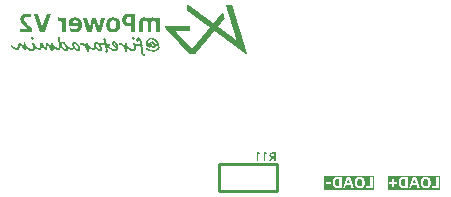
<source format=gbo>
G04*
G04 #@! TF.GenerationSoftware,Altium Limited,Altium Designer,22.2.1 (43)*
G04*
G04 Layer_Color=32896*
%FSLAX25Y25*%
%MOIN*%
G70*
G04*
G04 #@! TF.SameCoordinates,5917ED16-7F16-4460-A846-6834CAD0EC44*
G04*
G04*
G04 #@! TF.FilePolarity,Positive*
G04*
G01*
G75*
%ADD15C,0.01000*%
%ADD144C,0.00034*%
G36*
X67764Y71825D02*
X67819Y71804D01*
X67867Y71777D01*
X67874Y71770D01*
X67880D01*
X67949Y71722D01*
X68003Y71674D01*
X68038Y71633D01*
X68045Y71627D01*
X68051Y71620D01*
X68099Y71551D01*
X68140Y71490D01*
X68154Y71463D01*
X68167Y71449D01*
X68174Y71435D01*
Y71428D01*
X68202Y71353D01*
X68215Y71292D01*
X68222Y71264D01*
Y71244D01*
Y71237D01*
Y71230D01*
X68215Y71189D01*
X68202Y71162D01*
X68188Y71135D01*
X68181Y71128D01*
X68140Y71101D01*
X68106Y71080D01*
X68079Y71066D01*
X68065Y71060D01*
X68010Y71039D01*
X67962Y71032D01*
X67922Y71019D01*
X67908D01*
X67840Y71012D01*
X67785Y71005D01*
X67730D01*
X67648Y71012D01*
X67573Y71032D01*
X67512Y71053D01*
X67464Y71087D01*
X67430Y71114D01*
X67402Y71135D01*
X67389Y71155D01*
X67382Y71162D01*
X67341Y71223D01*
X67314Y71278D01*
X67300Y71319D01*
X67293Y71326D01*
Y71333D01*
X67273Y71401D01*
X67266Y71463D01*
X67259Y71490D01*
Y71504D01*
Y71517D01*
Y71524D01*
X67266Y71586D01*
X67273Y71633D01*
X67286Y71661D01*
X67293Y71674D01*
X67321Y71715D01*
X67348Y71743D01*
X67368Y71763D01*
X67382Y71770D01*
X67423Y71790D01*
X67471Y71804D01*
X67505Y71818D01*
X67519D01*
X67580Y71825D01*
X67642Y71831D01*
X67703D01*
X67764Y71825D01*
D02*
G37*
G36*
X34093Y71825D02*
X34147Y71804D01*
X34195Y71777D01*
X34202Y71770D01*
X34209D01*
X34277Y71722D01*
X34332Y71674D01*
X34366Y71633D01*
X34373Y71627D01*
X34379Y71620D01*
X34427Y71551D01*
X34468Y71490D01*
X34482Y71463D01*
X34495Y71449D01*
X34502Y71435D01*
Y71428D01*
X34530Y71353D01*
X34543Y71292D01*
X34550Y71264D01*
Y71244D01*
Y71237D01*
Y71230D01*
X34543Y71189D01*
X34530Y71162D01*
X34516Y71135D01*
X34509Y71128D01*
X34468Y71101D01*
X34434Y71080D01*
X34407Y71066D01*
X34393Y71060D01*
X34338Y71039D01*
X34291Y71032D01*
X34250Y71019D01*
X34236D01*
X34168Y71012D01*
X34113Y71005D01*
X34058D01*
X33976Y71012D01*
X33901Y71032D01*
X33840Y71053D01*
X33792Y71087D01*
X33758Y71114D01*
X33731Y71135D01*
X33717Y71155D01*
X33710Y71162D01*
X33669Y71223D01*
X33642Y71278D01*
X33628Y71319D01*
X33621Y71326D01*
Y71333D01*
X33601Y71401D01*
X33594Y71463D01*
X33587Y71490D01*
Y71504D01*
Y71517D01*
Y71524D01*
X33594Y71586D01*
X33601Y71633D01*
X33614Y71661D01*
X33621Y71674D01*
X33649Y71715D01*
X33676Y71743D01*
X33696Y71763D01*
X33710Y71770D01*
X33751Y71790D01*
X33799Y71804D01*
X33833Y71818D01*
X33847D01*
X33908Y71825D01*
X33970Y71831D01*
X34031D01*
X34093Y71825D01*
D02*
G37*
G36*
X58175Y71483D02*
X58223Y71476D01*
X58264Y71463D01*
X58298Y71442D01*
X58325Y71422D01*
X58346Y71408D01*
X58353Y71401D01*
X58359Y71394D01*
X58414Y71319D01*
X58455Y71237D01*
X58469Y71203D01*
X58482Y71183D01*
X58489Y71162D01*
Y71155D01*
X58517Y71053D01*
X58537Y70957D01*
X58544Y70916D01*
X58551Y70889D01*
X58558Y70868D01*
Y70862D01*
X58571Y70752D01*
X58585Y70705D01*
X58592Y70657D01*
X58599Y70622D01*
X58605Y70595D01*
X58612Y70582D01*
Y70575D01*
X58619Y70534D01*
X58626Y70486D01*
X58633Y70445D01*
X58640Y70438D01*
Y70431D01*
X58653Y70363D01*
X58674Y70302D01*
X58680Y70274D01*
Y70254D01*
X58687Y70240D01*
Y70233D01*
X58701Y70158D01*
X58722Y70083D01*
X58728Y70056D01*
Y70035D01*
X58735Y70021D01*
Y70015D01*
X58756Y69940D01*
X58769Y69878D01*
X58783Y69830D01*
X58790Y69823D01*
Y69817D01*
X58803Y69755D01*
X58824Y69707D01*
X58831Y69680D01*
X58838Y69666D01*
X58851Y69632D01*
X58865Y69618D01*
X58872Y69612D01*
X58954D01*
X58988Y69605D01*
X59001D01*
X59063Y69598D01*
X59118Y69591D01*
X59159Y69584D01*
X59172D01*
X59234Y69577D01*
X59288D01*
X59323Y69571D01*
X59336D01*
X59384Y69564D01*
X59541D01*
X59575Y69557D01*
X59589D01*
X59650Y69550D01*
X59698Y69537D01*
X59732Y69530D01*
X59739Y69523D01*
X59746D01*
X59794Y69502D01*
X59835Y69482D01*
X59862Y69461D01*
X59869Y69455D01*
X59896Y69420D01*
X59910Y69386D01*
X59917Y69359D01*
Y69345D01*
X59910Y69257D01*
X59903Y69188D01*
X59896Y69168D01*
Y69147D01*
X59889Y69140D01*
Y69134D01*
X59862Y69086D01*
X59835Y69045D01*
X59814Y69017D01*
X59807Y69011D01*
X59760Y68983D01*
X59712Y68963D01*
X59671Y68956D01*
X59664Y68949D01*
X59657D01*
X59582Y68942D01*
X59507Y68936D01*
X59452D01*
X59548Y68840D01*
X59616Y68778D01*
X59678Y68724D01*
X59732Y68669D01*
X59773Y68635D01*
X59801Y68608D01*
X59807Y68601D01*
X59958Y68471D01*
X60033Y68410D01*
X60101Y68362D01*
X60156Y68321D01*
X60197Y68287D01*
X60224Y68266D01*
X60238Y68259D01*
X60340Y68191D01*
X60429Y68136D01*
X60470Y68116D01*
X60497Y68095D01*
X60518Y68089D01*
X60525Y68082D01*
X60634Y68027D01*
X60689Y68000D01*
X60736Y67979D01*
X60777Y67959D01*
X60812Y67945D01*
X60832Y67931D01*
X60839D01*
X60962Y67891D01*
X61016Y67870D01*
X61064Y67856D01*
X61112Y67843D01*
X61146Y67836D01*
X61167Y67829D01*
X61173D01*
X61290Y67809D01*
X61344Y67802D01*
X61385D01*
X61426Y67795D01*
X61481D01*
X61563Y67802D01*
X61631Y67809D01*
X61658Y67815D01*
X61679D01*
X61686Y67822D01*
X61693D01*
X61754Y67849D01*
X61802Y67877D01*
X61836Y67897D01*
X61850Y67904D01*
X61891Y67945D01*
X61925Y67979D01*
X61945Y68007D01*
X61952Y68020D01*
X61973Y68075D01*
X61986Y68116D01*
X61993Y68150D01*
Y68164D01*
X61857Y68266D01*
X61802Y68307D01*
X61747Y68341D01*
X61706Y68375D01*
X61679Y68396D01*
X61658Y68410D01*
X61652Y68416D01*
X61549Y68498D01*
X61501Y68533D01*
X61460Y68567D01*
X61433Y68594D01*
X61406Y68615D01*
X61392Y68621D01*
X61385Y68628D01*
X61262Y68744D01*
X61146Y68853D01*
X61050Y68949D01*
X60975Y69038D01*
X60914Y69113D01*
X60866Y69174D01*
X60839Y69209D01*
X60832Y69222D01*
X60764Y69332D01*
X60716Y69434D01*
X60682Y69530D01*
X60661Y69612D01*
X60641Y69680D01*
X60634Y69735D01*
Y69769D01*
Y69782D01*
X60641Y69885D01*
X60648Y69974D01*
X60654Y70008D01*
X60661Y70035D01*
X60668Y70049D01*
Y70056D01*
X60702Y70151D01*
X60736Y70226D01*
X60750Y70254D01*
X60764Y70274D01*
X60770Y70288D01*
X60777Y70295D01*
X60839Y70363D01*
X60907Y70411D01*
X60934Y70431D01*
X60955Y70445D01*
X60969Y70452D01*
X60975D01*
X61064Y70486D01*
X61153Y70506D01*
X61194Y70513D01*
X61249D01*
X61331Y70506D01*
X61399Y70500D01*
X61433Y70493D01*
X61453Y70486D01*
X61467Y70479D01*
X61474D01*
X61556Y70452D01*
X61617Y70431D01*
X61645Y70418D01*
X61665Y70404D01*
X61679Y70397D01*
X61686D01*
X61754Y70356D01*
X61816Y70315D01*
X61857Y70281D01*
X61863Y70274D01*
X61870Y70267D01*
X61932Y70219D01*
X61979Y70172D01*
X62014Y70138D01*
X62027Y70131D01*
Y70124D01*
X62095Y70049D01*
X62150Y69974D01*
X62205Y69905D01*
X62253Y69844D01*
X62287Y69789D01*
X62314Y69741D01*
X62328Y69714D01*
X62335Y69707D01*
X62416Y69543D01*
X62451Y69468D01*
X62485Y69407D01*
X62505Y69345D01*
X62526Y69304D01*
X62533Y69277D01*
X62539Y69263D01*
X62587Y69099D01*
X62608Y69024D01*
X62621Y68956D01*
X62635Y68894D01*
X62642Y68853D01*
X62649Y68826D01*
Y68813D01*
X62669Y68649D01*
X62676Y68567D01*
Y68498D01*
X62683Y68444D01*
Y68396D01*
Y68369D01*
Y68355D01*
X62676Y68246D01*
X62669Y68143D01*
X62656Y68054D01*
X62635Y67966D01*
X62615Y67884D01*
X62594Y67815D01*
X62567Y67747D01*
X62539Y67686D01*
X62512Y67638D01*
X62485Y67590D01*
X62464Y67556D01*
X62444Y67522D01*
X62423Y67501D01*
X62410Y67481D01*
X62396Y67474D01*
Y67467D01*
X62341Y67412D01*
X62280Y67371D01*
X62143Y67296D01*
X62007Y67248D01*
X61877Y67207D01*
X61761Y67187D01*
X61713Y67180D01*
X61672D01*
X61631Y67173D01*
X61583D01*
X61413Y67187D01*
X61331Y67194D01*
X61262Y67207D01*
X61201Y67221D01*
X61153Y67228D01*
X61126Y67242D01*
X61112D01*
X60934Y67303D01*
X60852Y67337D01*
X60784Y67371D01*
X60723Y67399D01*
X60675Y67419D01*
X60648Y67433D01*
X60634Y67440D01*
X60456Y67542D01*
X60374Y67590D01*
X60299Y67638D01*
X60238Y67679D01*
X60190Y67713D01*
X60163Y67733D01*
X60149Y67740D01*
X60060Y67809D01*
X59978Y67870D01*
X59903Y67931D01*
X59835Y67986D01*
X59780Y68041D01*
X59732Y68075D01*
X59705Y68102D01*
X59698Y68109D01*
X59541Y68259D01*
X59473Y68328D01*
X59411Y68396D01*
X59364Y68451D01*
X59323Y68492D01*
X59295Y68526D01*
X59288Y68533D01*
X59152Y68696D01*
X59090Y68772D01*
X59036Y68840D01*
X58995Y68901D01*
X58968Y68934D01*
X58974Y68894D01*
X58981Y68860D01*
X58988Y68853D01*
Y68847D01*
X59001Y68778D01*
X59015Y68710D01*
X59022Y68683D01*
Y68662D01*
X59029Y68649D01*
Y68642D01*
X59043Y68553D01*
X59063Y68478D01*
X59070Y68444D01*
Y68416D01*
X59077Y68403D01*
Y68396D01*
X59097Y68307D01*
X59111Y68239D01*
X59118Y68212D01*
X59124Y68191D01*
X59131Y68177D01*
Y68170D01*
X59166Y67993D01*
X59186Y67911D01*
X59193Y67836D01*
X59206Y67774D01*
X59213Y67727D01*
X59220Y67699D01*
Y67686D01*
X59227Y67597D01*
X59234Y67515D01*
X59241Y67440D01*
Y67378D01*
X59247Y67324D01*
Y67283D01*
Y67255D01*
Y67248D01*
X59241Y67160D01*
X59234Y67085D01*
X59227Y67057D01*
Y67037D01*
X59220Y67023D01*
Y67016D01*
X59193Y66941D01*
X59159Y66880D01*
X59131Y66839D01*
X59124Y66832D01*
Y66825D01*
X59070Y66764D01*
X59022Y66723D01*
X58981Y66688D01*
X58974Y66682D01*
X58967D01*
X58899Y66647D01*
X58838Y66634D01*
X58810Y66627D01*
X58769D01*
X58722Y66634D01*
X58680Y66641D01*
X58653Y66647D01*
X58640Y66654D01*
X58585Y66675D01*
X58544Y66695D01*
X58517Y66709D01*
X58503Y66716D01*
X58455Y66750D01*
X58421Y66777D01*
X58400Y66804D01*
X58394Y66811D01*
X58366Y66846D01*
X58353Y66887D01*
X58346Y66914D01*
Y66921D01*
X58353Y66975D01*
X58366Y67016D01*
X58380Y67044D01*
X58387Y67050D01*
X58421Y67078D01*
X58455Y67105D01*
X58476Y67125D01*
X58489Y67132D01*
X58537Y67180D01*
X58551Y67194D01*
X58558Y67201D01*
X58578Y67248D01*
X58585Y67296D01*
X58592Y67337D01*
Y67351D01*
Y67358D01*
Y67385D01*
X58585Y67412D01*
Y67433D01*
Y67440D01*
X58578Y67488D01*
Y67528D01*
X58571Y67563D01*
Y67576D01*
X58564Y67631D01*
X58558Y67686D01*
X58551Y67720D01*
Y67727D01*
Y67733D01*
X58537Y67795D01*
X58530Y67843D01*
X58523Y67877D01*
Y67891D01*
X58510Y67945D01*
X58503Y67993D01*
X58496Y68020D01*
Y68034D01*
X58489Y68075D01*
X58482Y68109D01*
X58476Y68129D01*
Y68136D01*
X58442Y68293D01*
X58428Y68369D01*
X58414Y68437D01*
X58400Y68492D01*
X58387Y68539D01*
X58380Y68567D01*
Y68580D01*
X58332Y68758D01*
X58312Y68840D01*
X58291Y68915D01*
X58278Y68976D01*
X58264Y69031D01*
X58250Y69058D01*
Y69072D01*
X58209Y69079D01*
X58161Y69086D01*
X58134Y69093D01*
X58121D01*
X58066Y69099D01*
X58011D01*
X57970Y69106D01*
X57957D01*
X57888Y69113D01*
X57834Y69120D01*
X57793Y69127D01*
X57779D01*
X57711Y69134D01*
X57649Y69140D01*
X57608Y69147D01*
X57595D01*
X57499Y69161D01*
X57417Y69174D01*
X57383Y69181D01*
X57355Y69188D01*
X57328D01*
X57219Y69202D01*
X57164Y69216D01*
X57123Y69222D01*
X57082Y69229D01*
X57055D01*
X57034Y69236D01*
X57028D01*
X56912Y69263D01*
X56857Y69277D01*
X56809Y69284D01*
X56793Y69289D01*
X56802Y69277D01*
X56871Y69174D01*
X56905Y69134D01*
X56925Y69099D01*
X56939Y69072D01*
X56946Y69065D01*
X57021Y68929D01*
X57055Y68867D01*
X57089Y68813D01*
X57117Y68765D01*
X57137Y68724D01*
X57144Y68696D01*
X57151Y68690D01*
X57212Y68546D01*
X57239Y68478D01*
X57260Y68416D01*
X57274Y68362D01*
X57287Y68321D01*
X57301Y68293D01*
Y68287D01*
X57335Y68136D01*
X57342Y68068D01*
X57349Y68007D01*
X57355Y67952D01*
Y67911D01*
Y67884D01*
Y67877D01*
X57349Y67795D01*
X57335Y67713D01*
Y67679D01*
X57328Y67651D01*
X57321Y67638D01*
Y67631D01*
X57294Y67535D01*
X57260Y67453D01*
X57239Y67419D01*
X57233Y67392D01*
X57219Y67378D01*
Y67371D01*
X57157Y67290D01*
X57096Y67228D01*
X57076Y67207D01*
X57055Y67187D01*
X57041Y67180D01*
X57034Y67173D01*
X56994Y67146D01*
X56946Y67125D01*
X56864Y67105D01*
X56830Y67098D01*
X56802Y67091D01*
X56782D01*
X56713Y67098D01*
X56652Y67105D01*
X56625D01*
X56604Y67112D01*
X56584D01*
X56502Y67132D01*
X56433Y67160D01*
X56413Y67167D01*
X56393Y67173D01*
X56379Y67180D01*
X56372D01*
X56297Y67214D01*
X56229Y67242D01*
X56201Y67255D01*
X56181Y67262D01*
X56174Y67269D01*
X56167D01*
X56099Y67303D01*
X56051Y67337D01*
X56017Y67358D01*
X56003Y67365D01*
X55928Y67419D01*
X55867Y67467D01*
X55839Y67488D01*
X55819Y67508D01*
X55805Y67515D01*
X55798Y67522D01*
X55716Y67590D01*
X55648Y67658D01*
X55621Y67686D01*
X55600Y67699D01*
X55586Y67713D01*
X55580Y67720D01*
X55505Y67795D01*
X55443Y67863D01*
X55423Y67884D01*
X55402Y67904D01*
X55395Y67918D01*
X55388Y67925D01*
X55327Y68000D01*
X55286Y68068D01*
X55252Y68109D01*
X55245Y68116D01*
Y68123D01*
X55218Y68034D01*
X55184Y67952D01*
X55170Y67925D01*
X55163Y67904D01*
X55149Y67891D01*
Y67884D01*
X55095Y67809D01*
X55047Y67747D01*
X55006Y67706D01*
X54999Y67699D01*
X54992Y67692D01*
X54924Y67645D01*
X54856Y67604D01*
X54828Y67590D01*
X54815Y67576D01*
X54801Y67570D01*
X54794D01*
X54712Y67542D01*
X54644Y67528D01*
X54624Y67522D01*
X54583D01*
X54494Y67528D01*
X54412Y67535D01*
X54337Y67549D01*
X54268Y67563D01*
X54214Y67576D01*
X54166Y67583D01*
X54139Y67597D01*
X54132D01*
X53975Y67665D01*
X53906Y67699D01*
X53838Y67733D01*
X53790Y67761D01*
X53749Y67781D01*
X53722Y67795D01*
X53715Y67802D01*
X53572Y67897D01*
X53510Y67945D01*
X53456Y67986D01*
X53408Y68027D01*
X53367Y68054D01*
X53346Y68075D01*
X53339Y68082D01*
X53203Y68198D01*
X53148Y68252D01*
X53094Y68300D01*
X53046Y68341D01*
X53012Y68375D01*
X52991Y68396D01*
X52984Y68403D01*
X52943Y68444D01*
X52909Y68478D01*
X52882Y68505D01*
X52881Y68506D01*
X52889Y68437D01*
X52895Y68375D01*
X52902Y68328D01*
Y68287D01*
X52909Y68259D01*
Y68239D01*
Y68232D01*
X52916Y68164D01*
Y68109D01*
X52923Y68068D01*
Y68061D01*
Y68054D01*
X52930Y68000D01*
Y67952D01*
X52937Y67925D01*
Y67911D01*
Y67863D01*
Y67815D01*
X52943Y67781D01*
Y67774D01*
Y67768D01*
Y67720D01*
Y67672D01*
Y67638D01*
Y67631D01*
Y67624D01*
Y67501D01*
X52930Y67392D01*
X52923Y67303D01*
X52909Y67228D01*
X52895Y67173D01*
X52889Y67132D01*
X52875Y67105D01*
Y67098D01*
X52841Y67044D01*
X52800Y67003D01*
X52752Y66968D01*
X52711Y66948D01*
X52670Y66934D01*
X52636Y66927D01*
X52602D01*
X52568Y66934D01*
X52534Y66941D01*
X52506Y66948D01*
X52499D01*
X52458Y66955D01*
X52424Y66968D01*
X52404Y66975D01*
X52397Y66982D01*
X52363Y67003D01*
X52336Y67016D01*
X52322Y67030D01*
X52315Y67037D01*
X52288Y67064D01*
X52274Y67085D01*
X52260Y67105D01*
Y67112D01*
X52240Y67167D01*
X52233Y67214D01*
X52226Y67242D01*
Y67248D01*
X52213Y67296D01*
X52206Y67337D01*
X52192Y67371D01*
Y67385D01*
X52165Y67494D01*
X52151Y67542D01*
X52137Y67583D01*
X52124Y67617D01*
X52117Y67645D01*
X52110Y67658D01*
Y67665D01*
X52076Y67761D01*
X52042Y67843D01*
X52028Y67877D01*
X52014Y67904D01*
X52008Y67918D01*
Y67925D01*
X51960Y68034D01*
X51939Y68082D01*
X51919Y68123D01*
X51898Y68164D01*
X51885Y68191D01*
X51871Y68205D01*
Y68212D01*
X51810Y68314D01*
X51755Y68396D01*
X51734Y68430D01*
X51714Y68457D01*
X51707Y68471D01*
X51700Y68478D01*
X51632Y68567D01*
X51577Y68635D01*
X51557Y68662D01*
X51536Y68683D01*
X51530Y68696D01*
X51523Y68703D01*
X51461Y68772D01*
X51407Y68833D01*
X51366Y68867D01*
X51359Y68881D01*
X51352D01*
X51284Y68942D01*
X51209Y68990D01*
X51058Y69079D01*
X50915Y69140D01*
X50778Y69188D01*
X50655Y69216D01*
X50608Y69229D01*
X50560Y69236D01*
X50525D01*
X50498Y69243D01*
X50362D01*
X50341Y69236D01*
X50273D01*
X50252Y69229D01*
X50198D01*
X50164Y69236D01*
X50129Y69250D01*
X50116Y69263D01*
X50109Y69270D01*
X50082Y69297D01*
X50061Y69318D01*
X50054Y69339D01*
X50047Y69345D01*
X50027Y69379D01*
X50013Y69407D01*
X50006Y69427D01*
Y69434D01*
X50000Y69468D01*
X49993Y69489D01*
Y69502D01*
Y69509D01*
X50006Y69571D01*
X50027Y69618D01*
X50047Y69646D01*
X50061Y69660D01*
X50116Y69707D01*
X50164Y69741D01*
X50204Y69769D01*
X50218Y69776D01*
X50225D01*
X50300Y69810D01*
X50375Y69830D01*
X50403Y69837D01*
X50430D01*
X50444Y69844D01*
X50450D01*
X50539Y69858D01*
X50614Y69871D01*
X50689D01*
X50765Y69864D01*
X50833Y69858D01*
X50867Y69851D01*
X50888Y69844D01*
X50901Y69837D01*
X50908D01*
X51004Y69810D01*
X51086Y69776D01*
X51120Y69755D01*
X51147Y69748D01*
X51168Y69735D01*
X51174D01*
X51304Y69666D01*
X51366Y69625D01*
X51420Y69591D01*
X51461Y69557D01*
X51495Y69537D01*
X51516Y69516D01*
X51523Y69509D01*
X51639Y69400D01*
X51687Y69352D01*
X51734Y69304D01*
X51769Y69257D01*
X51796Y69222D01*
X51816Y69202D01*
X51823Y69195D01*
X51919Y69058D01*
X51967Y68997D01*
X52001Y68936D01*
X52035Y68881D01*
X52062Y68840D01*
X52076Y68813D01*
X52083Y68806D01*
X52171Y68656D01*
X52206Y68580D01*
X52240Y68512D01*
X52267Y68457D01*
X52288Y68416D01*
X52301Y68389D01*
X52308Y68375D01*
X52294Y68430D01*
X52288Y68485D01*
X52274Y68533D01*
Y68539D01*
Y68546D01*
X52260Y68621D01*
X52240Y68696D01*
X52233Y68724D01*
Y68744D01*
X52226Y68758D01*
Y68765D01*
X52199Y68853D01*
X52185Y68936D01*
X52171Y68970D01*
Y68997D01*
X52165Y69011D01*
Y69017D01*
X52144Y69113D01*
X52124Y69195D01*
X52117Y69229D01*
Y69257D01*
X52110Y69270D01*
Y69277D01*
X52090Y69373D01*
X52076Y69448D01*
Y69482D01*
X52069Y69502D01*
Y69516D01*
Y69523D01*
X52062Y69605D01*
X52055Y69666D01*
Y69707D01*
Y69714D01*
Y69721D01*
Y69776D01*
X52062Y69803D01*
X52076Y69823D01*
X52083Y69844D01*
X52090Y69851D01*
X52110Y69885D01*
X52131Y69912D01*
X52151Y69926D01*
X52158Y69933D01*
X52185Y69960D01*
X52213Y69974D01*
X52240Y69987D01*
X52247Y69994D01*
X52281Y70008D01*
X52315Y70021D01*
X52342D01*
X52397Y70015D01*
X52452Y70008D01*
X52493Y69994D01*
X52527Y69974D01*
X52561Y69953D01*
X52581Y69940D01*
X52588Y69933D01*
X52595Y69926D01*
X52650Y69851D01*
X52691Y69769D01*
X52704Y69735D01*
X52711Y69707D01*
X52718Y69687D01*
Y69680D01*
X52738Y69571D01*
X52759Y69468D01*
X52766Y69420D01*
X52773Y69386D01*
X52779Y69359D01*
Y69352D01*
X52793Y69265D01*
X52814Y69250D01*
X52848Y69222D01*
X52875Y69195D01*
X52889Y69188D01*
X52930Y69147D01*
X52964Y69120D01*
X52984Y69093D01*
X52991Y69086D01*
X53018Y69058D01*
X53032Y69045D01*
X53039Y69038D01*
X53169Y68908D01*
X53230Y68847D01*
X53285Y68799D01*
X53326Y68758D01*
X53360Y68724D01*
X53387Y68703D01*
X53394Y68696D01*
X53524Y68587D01*
X53585Y68539D01*
X53640Y68498D01*
X53681Y68464D01*
X53715Y68437D01*
X53742Y68423D01*
X53749Y68416D01*
X53872Y68341D01*
X53934Y68307D01*
X53988Y68280D01*
X54029Y68259D01*
X54070Y68246D01*
X54091Y68232D01*
X54098D01*
X54227Y68198D01*
X54289Y68184D01*
X54343Y68177D01*
X54384D01*
X54419Y68170D01*
X54453D01*
X54507Y68177D01*
X54555Y68191D01*
X54583Y68205D01*
X54596Y68212D01*
X54637Y68252D01*
X54671Y68287D01*
X54699Y68314D01*
X54706Y68328D01*
X54733Y68382D01*
X54753Y68437D01*
X54767Y68478D01*
X54774Y68485D01*
Y68492D01*
X54787Y68553D01*
X54794Y68608D01*
Y68649D01*
Y68656D01*
Y68662D01*
X54787Y68751D01*
X54781Y68833D01*
X54774Y68867D01*
Y68894D01*
X54767Y68908D01*
Y68915D01*
X54747Y69011D01*
X54726Y69099D01*
X54719Y69127D01*
Y69154D01*
X54712Y69168D01*
Y69174D01*
X54692Y69270D01*
X54671Y69345D01*
X54664Y69379D01*
Y69400D01*
X54658Y69414D01*
Y69420D01*
X54644Y69502D01*
X54630Y69571D01*
Y69612D01*
Y69618D01*
Y69625D01*
X54637Y69660D01*
X54644Y69694D01*
X54651Y69721D01*
X54658Y69735D01*
X54678Y69782D01*
X54699Y69830D01*
X54712Y69858D01*
X54719Y69871D01*
X54747Y69926D01*
X54774Y69967D01*
X54794Y69994D01*
X54801Y70008D01*
X54828Y70049D01*
X54856Y70076D01*
X54876Y70090D01*
X54883Y70097D01*
X54924Y70117D01*
X54965Y70131D01*
X54992Y70138D01*
X55006D01*
X55054Y70151D01*
X55102Y70158D01*
X55136Y70165D01*
X55149D01*
X55204Y70172D01*
X55259Y70179D01*
X55307D01*
X55361Y70185D01*
X55457D01*
X55559Y70172D01*
X55655Y70151D01*
X55696Y70138D01*
X55730Y70131D01*
X55751Y70117D01*
X55757D01*
X55880Y70062D01*
X55942Y70028D01*
X55996Y70001D01*
X56037Y69974D01*
X56078Y69953D01*
X56099Y69940D01*
X56106Y69933D01*
X56233Y69846D01*
X56242Y69851D01*
X56263Y69864D01*
X56352D01*
X56399Y69858D01*
X56433Y69851D01*
X56447D01*
X56509Y69844D01*
X56563Y69837D01*
X56604Y69830D01*
X56611Y69823D01*
X56618D01*
X56686Y69810D01*
X56754Y69796D01*
X56789Y69789D01*
X56809D01*
X56823Y69782D01*
X56830D01*
X56925Y69769D01*
X57028Y69755D01*
X57069Y69748D01*
X57103D01*
X57123Y69741D01*
X57130D01*
X57239Y69728D01*
X57287Y69721D01*
X57362D01*
X57390Y69714D01*
X57410D01*
X57506Y69707D01*
X57581D01*
X57615Y69700D01*
X57656D01*
X57738Y69694D01*
X58127D01*
Y69700D01*
Y69707D01*
X58121Y69735D01*
X58114Y69762D01*
Y69776D01*
X58100Y69851D01*
X58086Y69926D01*
X58079Y69960D01*
X58073Y69987D01*
X58066Y70008D01*
Y70015D01*
X58039Y70131D01*
X58025Y70192D01*
X58011Y70247D01*
X57998Y70295D01*
X57991Y70329D01*
X57984Y70356D01*
Y70363D01*
X57943Y70520D01*
X57922Y70588D01*
X57902Y70657D01*
X57888Y70718D01*
X57875Y70759D01*
X57861Y70793D01*
Y70800D01*
X57840Y70875D01*
X57827Y70943D01*
X57820Y70964D01*
X57813Y70985D01*
Y70998D01*
Y71005D01*
X57806Y71080D01*
X57800Y71135D01*
Y71176D01*
Y71183D01*
Y71189D01*
Y71244D01*
X57813Y71292D01*
X57827Y71333D01*
X57840Y71367D01*
X57854Y71394D01*
X57868Y71408D01*
X57875Y71422D01*
X57881D01*
X57916Y71442D01*
X57950Y71463D01*
X58032Y71483D01*
X58066Y71490D01*
X58121D01*
X58175Y71483D01*
D02*
G37*
G36*
X69499Y71715D02*
X69581Y71695D01*
X69615Y71681D01*
X69643Y71667D01*
X69656Y71661D01*
X69663D01*
X69752Y71613D01*
X69827Y71572D01*
X69861Y71551D01*
X69882Y71531D01*
X69895Y71524D01*
X69902Y71517D01*
X69977Y71449D01*
X70046Y71381D01*
X70073Y71353D01*
X70094Y71333D01*
X70100Y71319D01*
X70107Y71312D01*
X70169Y71230D01*
X70223Y71162D01*
X70237Y71135D01*
X70250Y71114D01*
X70264Y71101D01*
Y71094D01*
X70319Y70998D01*
X70360Y70909D01*
X70373Y70875D01*
X70387Y70848D01*
X70394Y70834D01*
Y70827D01*
X70428Y70739D01*
X70455Y70657D01*
X70469Y70622D01*
X70476Y70595D01*
X70483Y70582D01*
Y70575D01*
X70503Y70479D01*
X70524Y70397D01*
X70531Y70363D01*
X70537Y70336D01*
X70544Y70315D01*
Y70308D01*
X70558Y70199D01*
X70578Y70097D01*
X70585Y70056D01*
Y70021D01*
X70592Y70001D01*
Y69994D01*
X70599Y69912D01*
X70613Y69844D01*
X70619Y69803D01*
Y69796D01*
Y69789D01*
X70626Y69735D01*
X70633Y69687D01*
X70640Y69660D01*
Y69646D01*
X70653Y69598D01*
X70674Y69557D01*
X70688Y69530D01*
X70695Y69516D01*
X70729Y69468D01*
X70763Y69414D01*
X70790Y69373D01*
X70797Y69366D01*
X70804Y69359D01*
X70865Y69284D01*
X70906Y69222D01*
X70940Y69168D01*
X70961Y69134D01*
X70974Y69099D01*
X70981Y69079D01*
X70988Y69072D01*
Y69065D01*
X70981Y69031D01*
X70974Y68997D01*
X70968Y68976D01*
X70961Y68970D01*
X70934Y68936D01*
X70913Y68908D01*
X70899Y68888D01*
X70893Y68881D01*
X70865Y68853D01*
X70845Y68833D01*
X70831Y68819D01*
X70824Y68813D01*
X70811Y68792D01*
X70797Y68778D01*
Y68772D01*
Y68765D01*
Y68724D01*
Y68683D01*
X70804Y68649D01*
Y68642D01*
Y68635D01*
Y68587D01*
Y68539D01*
X70811Y68505D01*
Y68498D01*
Y68492D01*
X70817Y68437D01*
Y68396D01*
X70824Y68369D01*
Y68355D01*
X70831Y68314D01*
Y68280D01*
X70838Y68259D01*
Y68252D01*
X70852Y68123D01*
Y68061D01*
X70858Y68013D01*
X70865Y67966D01*
Y67931D01*
X70872Y67911D01*
Y67904D01*
X70886Y67781D01*
X70899Y67720D01*
X70906Y67665D01*
X70913Y67624D01*
Y67583D01*
X70920Y67563D01*
Y67556D01*
X70940Y67426D01*
X70954Y67365D01*
X70961Y67310D01*
X70968Y67262D01*
X70974Y67228D01*
X70981Y67201D01*
Y67194D01*
X71009Y67057D01*
X71016Y66996D01*
X71029Y66934D01*
X71036Y66887D01*
X71043Y66846D01*
X71050Y66818D01*
Y66811D01*
X71063Y66743D01*
X71084Y66675D01*
X71091Y66654D01*
Y66634D01*
X71097Y66620D01*
Y66613D01*
X71111Y66538D01*
X71132Y66477D01*
X71139Y66436D01*
X71145Y66429D01*
Y66422D01*
X71166Y66361D01*
X71186Y66306D01*
X71207Y66272D01*
X71214Y66265D01*
Y66258D01*
X71248Y66210D01*
X71275Y66176D01*
X71295Y66156D01*
X71302Y66149D01*
X71343Y66156D01*
X71364D01*
X71405Y66163D01*
X71418Y66169D01*
X71425D01*
X71466Y66176D01*
X71480Y66183D01*
X71528D01*
X71576Y66176D01*
X71610Y66163D01*
X71637Y66149D01*
X71644Y66142D01*
X71678Y66108D01*
X71705Y66067D01*
X71719Y66046D01*
X71726Y66033D01*
X71753Y65985D01*
X71774Y65944D01*
X71781Y65917D01*
X71787Y65903D01*
X71801Y65855D01*
X71808Y65821D01*
X71815Y65794D01*
Y65787D01*
X71808Y65753D01*
X71794Y65719D01*
X71781Y65698D01*
X71774Y65691D01*
X71746Y65650D01*
X71719Y65623D01*
X71692Y65602D01*
X71685Y65596D01*
X71644Y65568D01*
X71596Y65548D01*
X71569Y65534D01*
X71555Y65527D01*
X71500Y65514D01*
X71453Y65507D01*
X71418Y65500D01*
X71405D01*
X71289Y65514D01*
X71179Y65541D01*
X71084Y65582D01*
X70995Y65637D01*
X70934Y65684D01*
X70879Y65725D01*
X70852Y65753D01*
X70838Y65766D01*
X70756Y65862D01*
X70695Y65951D01*
X70667Y65985D01*
X70647Y66012D01*
X70640Y66033D01*
X70633Y66040D01*
X70572Y66142D01*
X70531Y66238D01*
X70510Y66279D01*
X70496Y66306D01*
X70490Y66326D01*
Y66333D01*
X70455Y66429D01*
X70428Y66524D01*
X70421Y66572D01*
X70415Y66606D01*
X70408Y66627D01*
Y66634D01*
X70380Y66764D01*
X70367Y66818D01*
X70360Y66873D01*
X70353Y66914D01*
X70346Y66948D01*
X70339Y66968D01*
Y66975D01*
X70332Y67044D01*
X70326Y67112D01*
X70319Y67146D01*
X70312Y67173D01*
Y67187D01*
Y67194D01*
X70298Y67303D01*
X70278Y67412D01*
X70271Y67453D01*
Y67488D01*
X70264Y67515D01*
Y67522D01*
X70244Y67658D01*
X70237Y67727D01*
X70230Y67781D01*
X70223Y67829D01*
X70216Y67870D01*
Y67897D01*
Y67904D01*
X70196Y68048D01*
X70189Y68116D01*
X70182Y68170D01*
X70175Y68218D01*
X70169Y68259D01*
Y68280D01*
Y68287D01*
X70148Y68410D01*
X70141Y68464D01*
X70134Y68512D01*
Y68553D01*
X70128Y68580D01*
Y68601D01*
Y68608D01*
X70121Y68656D01*
X70114Y68703D01*
X70107Y68737D01*
Y68765D01*
X70100Y68799D01*
Y68813D01*
X69950D01*
X69895Y68819D01*
X69848D01*
X69813Y68826D01*
X69800D01*
X69738Y68833D01*
X69677D01*
X69636Y68840D01*
X69622D01*
X69547Y68853D01*
X69472Y68860D01*
X69438D01*
X69411Y68867D01*
X69390D01*
X69274Y68881D01*
X69219D01*
X69171Y68888D01*
X69130Y68894D01*
X69096Y68901D01*
X69069D01*
X68953Y68922D01*
X68898Y68929D01*
X68857Y68942D01*
X68823Y68949D01*
X68789D01*
X68775Y68956D01*
X68768D01*
X68666Y68983D01*
X68591Y68997D01*
X68583Y69001D01*
X68584Y68990D01*
X68598Y68901D01*
Y68867D01*
X68604Y68840D01*
Y68826D01*
Y68819D01*
X68611Y68737D01*
Y68676D01*
Y68642D01*
Y68628D01*
Y68505D01*
X68604Y68444D01*
Y68396D01*
Y68348D01*
X68598Y68314D01*
Y68287D01*
Y68280D01*
X68584Y68150D01*
X68577Y68089D01*
X68563Y68034D01*
X68557Y67993D01*
X68550Y67959D01*
X68543Y67931D01*
Y67925D01*
X68509Y67795D01*
X68488Y67740D01*
X68475Y67692D01*
X68454Y67651D01*
X68447Y67617D01*
X68434Y67597D01*
Y67590D01*
X68372Y67481D01*
X68345Y67433D01*
X68311Y67392D01*
X68290Y67358D01*
X68270Y67330D01*
X68256Y67317D01*
X68249Y67310D01*
X68161Y67228D01*
X68072Y67167D01*
X68038Y67146D01*
X68010Y67132D01*
X67990Y67119D01*
X67983D01*
X67860Y67078D01*
X67799Y67064D01*
X67737Y67057D01*
X67689D01*
X67648Y67050D01*
X67614D01*
X67546Y67057D01*
X67478Y67064D01*
X67416Y67078D01*
X67355Y67091D01*
X67307Y67105D01*
X67266Y67112D01*
X67238Y67125D01*
X67232D01*
X67081Y67194D01*
X67006Y67235D01*
X66945Y67276D01*
X66890Y67303D01*
X66849Y67330D01*
X66822Y67351D01*
X66815Y67358D01*
X66665Y67474D01*
X66597Y67528D01*
X66535Y67576D01*
X66487Y67617D01*
X66453Y67651D01*
X66426Y67672D01*
X66419Y67679D01*
X66282Y67802D01*
X66228Y67863D01*
X66173Y67911D01*
X66132Y67959D01*
X66098Y67993D01*
X66077Y68013D01*
X66071Y68020D01*
X65961Y68136D01*
X65920Y68184D01*
X65879Y68232D01*
X65845Y68273D01*
X65818Y68300D01*
X65804Y68321D01*
X65797Y68328D01*
X65716Y68427D01*
X65722Y68375D01*
X65729Y68328D01*
Y68287D01*
X65736Y68259D01*
Y68239D01*
Y68232D01*
X65743Y68164D01*
Y68109D01*
X65750Y68068D01*
Y68061D01*
Y68054D01*
X65756Y68000D01*
Y67952D01*
X65763Y67925D01*
Y67911D01*
Y67863D01*
Y67815D01*
X65770Y67781D01*
Y67774D01*
Y67768D01*
Y67720D01*
Y67672D01*
Y67638D01*
Y67631D01*
Y67624D01*
Y67501D01*
X65756Y67392D01*
X65750Y67303D01*
X65736Y67228D01*
X65722Y67173D01*
X65715Y67132D01*
X65702Y67105D01*
Y67098D01*
X65668Y67044D01*
X65627Y67003D01*
X65579Y66968D01*
X65538Y66948D01*
X65497Y66934D01*
X65463Y66927D01*
X65429D01*
X65394Y66934D01*
X65360Y66941D01*
X65333Y66948D01*
X65326D01*
X65285Y66955D01*
X65251Y66968D01*
X65231Y66975D01*
X65224Y66982D01*
X65189Y67003D01*
X65162Y67016D01*
X65149Y67030D01*
X65142Y67037D01*
X65114Y67064D01*
X65101Y67085D01*
X65087Y67105D01*
Y67112D01*
X65067Y67167D01*
X65060Y67214D01*
X65053Y67242D01*
Y67248D01*
X65039Y67296D01*
X65032Y67337D01*
X65019Y67371D01*
Y67385D01*
X64991Y67494D01*
X64978Y67542D01*
X64964Y67583D01*
X64951Y67617D01*
X64944Y67645D01*
X64937Y67658D01*
Y67665D01*
X64903Y67761D01*
X64868Y67843D01*
X64855Y67877D01*
X64841Y67904D01*
X64834Y67918D01*
Y67925D01*
X64786Y68034D01*
X64766Y68082D01*
X64746Y68123D01*
X64725Y68164D01*
X64711Y68191D01*
X64698Y68205D01*
Y68212D01*
X64636Y68314D01*
X64582Y68396D01*
X64561Y68430D01*
X64541Y68457D01*
X64534Y68471D01*
X64527Y68478D01*
X64459Y68567D01*
X64404Y68635D01*
X64384Y68662D01*
X64363Y68683D01*
X64356Y68696D01*
X64349Y68703D01*
X64288Y68772D01*
X64233Y68833D01*
X64192Y68867D01*
X64186Y68881D01*
X64179D01*
X64110Y68942D01*
X64035Y68990D01*
X63885Y69079D01*
X63742Y69140D01*
X63605Y69188D01*
X63482Y69216D01*
X63434Y69229D01*
X63386Y69236D01*
X63352D01*
X63325Y69243D01*
X63188D01*
X63168Y69236D01*
X63099D01*
X63079Y69229D01*
X63024D01*
X62990Y69236D01*
X62956Y69250D01*
X62942Y69263D01*
X62936Y69270D01*
X62908Y69297D01*
X62888Y69318D01*
X62881Y69339D01*
X62874Y69345D01*
X62854Y69379D01*
X62840Y69407D01*
X62833Y69427D01*
Y69434D01*
X62826Y69468D01*
X62819Y69489D01*
Y69502D01*
Y69509D01*
X62833Y69571D01*
X62854Y69618D01*
X62874Y69646D01*
X62888Y69660D01*
X62942Y69707D01*
X62990Y69741D01*
X63031Y69769D01*
X63045Y69776D01*
X63052D01*
X63127Y69810D01*
X63202Y69830D01*
X63229Y69837D01*
X63257D01*
X63270Y69844D01*
X63277D01*
X63366Y69858D01*
X63441Y69871D01*
X63516D01*
X63591Y69864D01*
X63660Y69858D01*
X63694Y69851D01*
X63714Y69844D01*
X63728Y69837D01*
X63735D01*
X63830Y69810D01*
X63912Y69776D01*
X63946Y69755D01*
X63974Y69748D01*
X63994Y69735D01*
X64001D01*
X64131Y69666D01*
X64192Y69625D01*
X64247Y69591D01*
X64288Y69557D01*
X64322Y69537D01*
X64343Y69516D01*
X64349Y69509D01*
X64465Y69400D01*
X64513Y69352D01*
X64561Y69304D01*
X64595Y69257D01*
X64623Y69222D01*
X64643Y69202D01*
X64650Y69195D01*
X64746Y69058D01*
X64793Y68997D01*
X64828Y68936D01*
X64862Y68881D01*
X64889Y68840D01*
X64903Y68813D01*
X64909Y68806D01*
X64998Y68656D01*
X65032Y68580D01*
X65067Y68512D01*
X65094Y68457D01*
X65114Y68416D01*
X65128Y68389D01*
X65135Y68375D01*
X65121Y68430D01*
X65114Y68485D01*
X65101Y68533D01*
Y68539D01*
Y68546D01*
X65087Y68621D01*
X65067Y68696D01*
X65060Y68724D01*
Y68744D01*
X65053Y68758D01*
Y68765D01*
X65026Y68853D01*
X65012Y68936D01*
X64998Y68970D01*
Y68997D01*
X64991Y69011D01*
Y69017D01*
X64971Y69113D01*
X64951Y69195D01*
X64944Y69229D01*
Y69257D01*
X64937Y69270D01*
Y69277D01*
X64916Y69373D01*
X64903Y69448D01*
Y69482D01*
X64896Y69502D01*
Y69516D01*
Y69523D01*
X64889Y69605D01*
X64882Y69666D01*
Y69707D01*
Y69714D01*
Y69721D01*
Y69776D01*
X64889Y69803D01*
X64903Y69823D01*
X64909Y69844D01*
X64916Y69851D01*
X64937Y69885D01*
X64957Y69912D01*
X64978Y69926D01*
X64985Y69933D01*
X65012Y69960D01*
X65039Y69974D01*
X65067Y69987D01*
X65073Y69994D01*
X65108Y70008D01*
X65142Y70021D01*
X65169D01*
X65224Y70015D01*
X65278Y70008D01*
X65319Y69994D01*
X65353Y69974D01*
X65388Y69953D01*
X65408Y69940D01*
X65415Y69933D01*
X65422Y69926D01*
X65476Y69851D01*
X65517Y69769D01*
X65531Y69735D01*
X65538Y69707D01*
X65545Y69687D01*
Y69680D01*
X65565Y69571D01*
X65586Y69468D01*
X65592Y69420D01*
X65599Y69386D01*
X65606Y69359D01*
Y69352D01*
X65627Y69216D01*
X65629Y69192D01*
X65654Y69161D01*
X65661Y69154D01*
X65668Y69147D01*
X65681Y69120D01*
X65688Y69113D01*
X65743Y69045D01*
X65804Y68976D01*
X65832Y68949D01*
X65852Y68929D01*
X65866Y68915D01*
X65873Y68908D01*
X65961Y68819D01*
X66036Y68744D01*
X66071Y68717D01*
X66098Y68690D01*
X66112Y68676D01*
X66118Y68669D01*
X66214Y68580D01*
X66303Y68498D01*
X66337Y68471D01*
X66364Y68444D01*
X66378Y68430D01*
X66385Y68423D01*
X66474Y68341D01*
X66549Y68280D01*
X66576Y68259D01*
X66597Y68239D01*
X66610Y68232D01*
X66617Y68225D01*
X66726Y68136D01*
X66829Y68061D01*
X66918Y67993D01*
X67006Y67945D01*
X67075Y67897D01*
X67122Y67870D01*
X67157Y67849D01*
X67170Y67843D01*
X67266Y67795D01*
X67334Y67768D01*
X67361Y67761D01*
X67382Y67754D01*
X67396Y67747D01*
X67402D01*
X67471Y67740D01*
X67532Y67733D01*
X67594D01*
X67642Y67747D01*
X67682Y67768D01*
X67710Y67788D01*
X67717Y67802D01*
X67751Y67856D01*
X67778Y67918D01*
X67792Y67945D01*
X67799Y67966D01*
X67805Y67979D01*
Y67986D01*
X67826Y68075D01*
X67846Y68157D01*
X67853Y68191D01*
Y68218D01*
X67860Y68239D01*
Y68246D01*
X67867Y68355D01*
X67874Y68451D01*
Y68492D01*
Y68519D01*
Y68539D01*
Y68546D01*
Y68656D01*
X67867Y68758D01*
Y68799D01*
X67860Y68833D01*
Y68853D01*
Y68860D01*
X67846Y68997D01*
X67840Y69065D01*
X67826Y69127D01*
X67819Y69181D01*
X67812Y69222D01*
X67805Y69250D01*
Y69257D01*
X67792Y69345D01*
X67778Y69427D01*
X67771Y69455D01*
X67764Y69482D01*
Y69496D01*
Y69502D01*
X67751Y69598D01*
X67744Y69673D01*
Y69700D01*
Y69721D01*
Y69735D01*
Y69741D01*
X67751Y69823D01*
X67771Y69878D01*
X67805Y69919D01*
X67840Y69953D01*
X67880Y69967D01*
X67908Y69974D01*
X67935Y69981D01*
X67942D01*
X68010Y69974D01*
X68079Y69960D01*
X68133Y69940D01*
X68188Y69919D01*
X68229Y69892D01*
X68263Y69871D01*
X68283Y69858D01*
X68290Y69851D01*
X68345Y69803D01*
X68393Y69755D01*
X68427Y69707D01*
X68454Y69660D01*
X68475Y69625D01*
X68488Y69598D01*
X68502Y69577D01*
Y69571D01*
X68516Y69509D01*
X68523Y69468D01*
X68570Y69461D01*
X68611Y69455D01*
X68639D01*
X68659Y69448D01*
X68666D01*
X68768Y69434D01*
X68864Y69420D01*
X68898D01*
X68925Y69414D01*
X68953D01*
X69055Y69407D01*
X69151Y69400D01*
X69185Y69393D01*
X69240D01*
X69349Y69386D01*
X69731D01*
X69793Y69393D01*
X69841D01*
X69875Y69400D01*
X69889D01*
X69936Y69407D01*
X69971D01*
X69998Y69414D01*
X70005D01*
X70025Y69427D01*
X70039Y69434D01*
X70046Y69441D01*
Y69564D01*
X70032Y69673D01*
X70018Y69769D01*
X70012Y69810D01*
Y69844D01*
X70005Y69864D01*
Y69871D01*
X69977Y70001D01*
X69971Y70062D01*
X69957Y70110D01*
X69950Y70158D01*
X69943Y70192D01*
X69936Y70213D01*
Y70219D01*
X69902Y70349D01*
X69889Y70404D01*
X69875Y70452D01*
X69861Y70493D01*
X69854Y70520D01*
X69848Y70540D01*
Y70547D01*
X69827Y70602D01*
X69813Y70650D01*
X69800Y70691D01*
X69786Y70725D01*
X69779Y70752D01*
X69772Y70773D01*
X69766Y70780D01*
Y70786D01*
X69738Y70841D01*
X69718Y70882D01*
X69697Y70916D01*
X69691Y70930D01*
X69656Y70985D01*
X69629Y71026D01*
X69608Y71053D01*
X69602Y71066D01*
X69568Y71114D01*
X69540Y71148D01*
X69520Y71169D01*
X69513Y71176D01*
X69486Y71203D01*
X69465Y71210D01*
X69451Y71217D01*
X69445D01*
X69411Y71210D01*
X69390Y71189D01*
X69376Y71169D01*
X69370Y71162D01*
X69349Y71121D01*
X69335Y71080D01*
X69322Y71046D01*
Y71039D01*
Y71032D01*
X69308Y70978D01*
X69301Y70923D01*
X69294Y70889D01*
Y70882D01*
Y70875D01*
X69288Y70821D01*
Y70780D01*
Y70752D01*
Y70745D01*
Y70663D01*
X69294Y70588D01*
X69301Y70554D01*
Y70527D01*
X69308Y70513D01*
Y70506D01*
X69322Y70411D01*
X69342Y70315D01*
X69349Y70281D01*
X69356Y70254D01*
X69363Y70233D01*
Y70226D01*
X69308D01*
X69240Y70233D01*
X69185Y70261D01*
X69130Y70295D01*
X69083Y70342D01*
X69042Y70384D01*
X69014Y70418D01*
X68994Y70445D01*
X68987Y70452D01*
X68905Y70582D01*
X68850Y70698D01*
X68809Y70814D01*
X68775Y70909D01*
X68762Y70985D01*
X68755Y71046D01*
X68748Y71087D01*
Y71101D01*
X68755Y71189D01*
X68782Y71278D01*
X68809Y71353D01*
X68850Y71415D01*
X68885Y71469D01*
X68919Y71510D01*
X68946Y71538D01*
X68953Y71545D01*
X69021Y71606D01*
X69096Y71647D01*
X69171Y71681D01*
X69247Y71702D01*
X69308Y71715D01*
X69356Y71722D01*
X69404D01*
X69499Y71715D01*
D02*
G37*
G36*
X43006Y71859D02*
X43067Y71838D01*
X43108Y71818D01*
X43115Y71811D01*
X43122D01*
X43170Y71770D01*
X43204Y71729D01*
X43231Y71695D01*
X43238Y71688D01*
Y71681D01*
X43252Y71654D01*
X43265Y71627D01*
X43286Y71551D01*
X43292Y71517D01*
X43299Y71490D01*
X43306Y71469D01*
Y71463D01*
X43313Y71401D01*
X43320Y71333D01*
X43327Y71264D01*
X43334Y71203D01*
Y71142D01*
X43340Y71101D01*
Y71073D01*
Y71060D01*
X43347Y70937D01*
X43354Y70875D01*
X43361Y70821D01*
Y70780D01*
X43368Y70739D01*
Y70718D01*
Y70711D01*
X43381Y70588D01*
Y70534D01*
X43388Y70479D01*
X43395Y70438D01*
Y70404D01*
X43402Y70383D01*
Y70377D01*
X43415Y70261D01*
Y70213D01*
X43422Y70165D01*
X43429Y70131D01*
Y70103D01*
X43436Y70083D01*
Y70076D01*
X43450Y69974D01*
X43463Y69892D01*
X43470Y69864D01*
Y69837D01*
X43477Y69823D01*
Y69816D01*
X43497Y69905D01*
X43525Y69987D01*
X43559Y70056D01*
X43586Y70110D01*
X43613Y70151D01*
X43634Y70185D01*
X43648Y70206D01*
X43655Y70213D01*
X43702Y70261D01*
X43757Y70295D01*
X43812Y70322D01*
X43859Y70336D01*
X43907Y70349D01*
X43941Y70356D01*
X44058D01*
X44133Y70349D01*
X44208Y70342D01*
X44269Y70329D01*
X44317Y70322D01*
X44358Y70308D01*
X44385Y70302D01*
X44392D01*
X44522Y70254D01*
X44583Y70226D01*
X44631Y70199D01*
X44672Y70179D01*
X44706Y70158D01*
X44727Y70144D01*
X44734Y70138D01*
X44850Y70049D01*
X44898Y70008D01*
X44945Y69967D01*
X44980Y69926D01*
X45007Y69898D01*
X45027Y69878D01*
X45034Y69871D01*
X45137Y69748D01*
X45184Y69687D01*
X45232Y69632D01*
X45266Y69584D01*
X45294Y69543D01*
X45314Y69516D01*
X45321Y69509D01*
X45403Y69386D01*
X45443Y69325D01*
X45444Y69325D01*
X45478Y69311D01*
X45505Y69291D01*
X45519Y69284D01*
X45567Y69250D01*
X45601Y69222D01*
X45628Y69195D01*
X45642Y69188D01*
X45683Y69147D01*
X45717Y69120D01*
X45738Y69093D01*
X45744Y69086D01*
X45772Y69058D01*
X45785Y69045D01*
X45792Y69038D01*
X45922Y68908D01*
X45984Y68847D01*
X46038Y68799D01*
X46079Y68758D01*
X46113Y68724D01*
X46141Y68703D01*
X46148Y68696D01*
X46277Y68587D01*
X46339Y68539D01*
X46393Y68498D01*
X46434Y68464D01*
X46468Y68437D01*
X46496Y68423D01*
X46503Y68416D01*
X46626Y68341D01*
X46687Y68307D01*
X46742Y68280D01*
X46783Y68259D01*
X46824Y68246D01*
X46844Y68232D01*
X46851D01*
X46981Y68198D01*
X47042Y68184D01*
X47097Y68177D01*
X47138D01*
X47172Y68170D01*
X47206D01*
X47261Y68177D01*
X47309Y68191D01*
X47336Y68205D01*
X47350Y68212D01*
X47390Y68252D01*
X47425Y68287D01*
X47452Y68314D01*
X47459Y68328D01*
X47486Y68382D01*
X47507Y68437D01*
X47520Y68478D01*
X47527Y68485D01*
Y68492D01*
X47541Y68553D01*
X47548Y68608D01*
Y68649D01*
Y68655D01*
Y68662D01*
X47541Y68751D01*
X47534Y68833D01*
X47527Y68867D01*
Y68894D01*
X47520Y68908D01*
Y68915D01*
X47500Y69011D01*
X47479Y69099D01*
X47473Y69127D01*
Y69154D01*
X47466Y69168D01*
Y69174D01*
X47445Y69270D01*
X47425Y69345D01*
X47418Y69379D01*
Y69400D01*
X47411Y69414D01*
Y69420D01*
X47397Y69502D01*
X47384Y69571D01*
Y69612D01*
Y69618D01*
Y69625D01*
X47390Y69660D01*
X47397Y69694D01*
X47404Y69721D01*
X47411Y69735D01*
X47431Y69782D01*
X47452Y69830D01*
X47466Y69858D01*
X47473Y69871D01*
X47500Y69926D01*
X47527Y69967D01*
X47548Y69994D01*
X47554Y70008D01*
X47582Y70049D01*
X47609Y70076D01*
X47630Y70090D01*
X47636Y70097D01*
X47677Y70117D01*
X47718Y70131D01*
X47746Y70138D01*
X47759D01*
X47807Y70151D01*
X47855Y70158D01*
X47889Y70165D01*
X47903D01*
X47957Y70172D01*
X48012Y70179D01*
X48060D01*
X48114Y70185D01*
X48210D01*
X48313Y70172D01*
X48408Y70151D01*
X48449Y70138D01*
X48483Y70131D01*
X48504Y70117D01*
X48511D01*
X48634Y70062D01*
X48695Y70028D01*
X48750Y70001D01*
X48791Y69974D01*
X48832Y69953D01*
X48852Y69940D01*
X48859Y69933D01*
X48989Y69844D01*
X49043Y69803D01*
X49098Y69762D01*
X49139Y69728D01*
X49173Y69700D01*
X49194Y69680D01*
X49200Y69673D01*
X49310Y69571D01*
X49358Y69523D01*
X49399Y69475D01*
X49426Y69441D01*
X49453Y69414D01*
X49467Y69393D01*
X49474Y69386D01*
X49556Y69277D01*
X49624Y69174D01*
X49658Y69134D01*
X49679Y69099D01*
X49692Y69072D01*
X49699Y69065D01*
X49774Y68929D01*
X49808Y68867D01*
X49843Y68813D01*
X49870Y68765D01*
X49890Y68724D01*
X49897Y68696D01*
X49904Y68690D01*
X49965Y68546D01*
X49993Y68478D01*
X50013Y68416D01*
X50027Y68362D01*
X50041Y68321D01*
X50054Y68293D01*
Y68287D01*
X50088Y68136D01*
X50095Y68068D01*
X50102Y68007D01*
X50109Y67952D01*
Y67911D01*
Y67884D01*
Y67877D01*
X50102Y67795D01*
X50088Y67713D01*
Y67679D01*
X50082Y67651D01*
X50075Y67638D01*
Y67631D01*
X50047Y67535D01*
X50013Y67453D01*
X49993Y67419D01*
X49986Y67392D01*
X49972Y67378D01*
Y67371D01*
X49911Y67290D01*
X49849Y67228D01*
X49829Y67207D01*
X49808Y67187D01*
X49795Y67180D01*
X49788Y67173D01*
X49747Y67146D01*
X49699Y67125D01*
X49617Y67105D01*
X49583Y67098D01*
X49556Y67091D01*
X49535D01*
X49467Y67098D01*
X49405Y67105D01*
X49378D01*
X49358Y67112D01*
X49337D01*
X49255Y67132D01*
X49187Y67160D01*
X49166Y67167D01*
X49146Y67173D01*
X49132Y67180D01*
X49125D01*
X49050Y67214D01*
X48982Y67242D01*
X48955Y67255D01*
X48934Y67262D01*
X48927Y67269D01*
X48921D01*
X48852Y67303D01*
X48804Y67337D01*
X48770Y67358D01*
X48757Y67365D01*
X48681Y67419D01*
X48620Y67467D01*
X48593Y67488D01*
X48572Y67508D01*
X48559Y67515D01*
X48552Y67522D01*
X48470Y67590D01*
X48401Y67658D01*
X48374Y67686D01*
X48354Y67699D01*
X48340Y67713D01*
X48333Y67720D01*
X48258Y67795D01*
X48197Y67863D01*
X48176Y67884D01*
X48156Y67904D01*
X48149Y67918D01*
X48142Y67925D01*
X48080Y68000D01*
X48039Y68068D01*
X48005Y68109D01*
X47998Y68116D01*
Y68123D01*
X47971Y68034D01*
X47937Y67952D01*
X47923Y67925D01*
X47916Y67904D01*
X47903Y67891D01*
Y67884D01*
X47848Y67809D01*
X47800Y67747D01*
X47759Y67706D01*
X47752Y67699D01*
X47746Y67692D01*
X47677Y67645D01*
X47609Y67604D01*
X47582Y67590D01*
X47568Y67576D01*
X47554Y67570D01*
X47548D01*
X47466Y67542D01*
X47397Y67528D01*
X47377Y67522D01*
X47336D01*
X47247Y67528D01*
X47165Y67535D01*
X47090Y67549D01*
X47022Y67563D01*
X46967Y67576D01*
X46919Y67583D01*
X46892Y67597D01*
X46885D01*
X46728Y67665D01*
X46660Y67699D01*
X46591Y67733D01*
X46544Y67761D01*
X46503Y67781D01*
X46475Y67795D01*
X46468Y67802D01*
X46325Y67897D01*
X46264Y67945D01*
X46209Y67986D01*
X46161Y68027D01*
X46120Y68054D01*
X46100Y68075D01*
X46093Y68082D01*
X45994Y68165D01*
X45997Y68157D01*
X46004Y68150D01*
Y68143D01*
X46025Y68089D01*
X46031Y68034D01*
X46045Y67993D01*
Y67979D01*
Y67972D01*
X46052Y67891D01*
Y67809D01*
Y67774D01*
Y67754D01*
Y67733D01*
Y67727D01*
X46045Y67651D01*
X46038Y67576D01*
X46031Y67549D01*
Y67528D01*
X46025Y67515D01*
Y67508D01*
X45997Y67426D01*
X45970Y67358D01*
X45963Y67330D01*
X45949Y67310D01*
X45943Y67303D01*
Y67296D01*
X45895Y67235D01*
X45847Y67187D01*
X45806Y67160D01*
X45799Y67146D01*
X45792D01*
X45724Y67112D01*
X45656Y67098D01*
X45628Y67091D01*
X45587D01*
X45458Y67098D01*
X45342Y67112D01*
X45225Y67132D01*
X45130Y67160D01*
X45041Y67180D01*
X44980Y67201D01*
X44939Y67214D01*
X44932Y67221D01*
X44925D01*
X44809Y67276D01*
X44693Y67344D01*
X44590Y67412D01*
X44495Y67481D01*
X44413Y67535D01*
X44358Y67583D01*
X44317Y67617D01*
X44303Y67631D01*
X44221Y67713D01*
X44146Y67795D01*
X44119Y67822D01*
X44098Y67849D01*
X44085Y67863D01*
X44078Y67870D01*
X43996Y67966D01*
X43928Y68054D01*
X43907Y68089D01*
X43887Y68116D01*
X43873Y68129D01*
X43866Y68136D01*
X43791Y68239D01*
X43730Y68328D01*
X43709Y68369D01*
X43689Y68396D01*
X43682Y68410D01*
X43675Y68416D01*
X43607Y68519D01*
X43552Y68601D01*
X43532Y68635D01*
X43511Y68662D01*
X43504Y68676D01*
X43497Y68683D01*
X43484Y68587D01*
X43470Y68498D01*
X43463Y68423D01*
X43450Y68348D01*
X43443Y68287D01*
X43436Y68246D01*
X43429Y68218D01*
Y68205D01*
X43415Y68123D01*
X43395Y68048D01*
X43374Y67979D01*
X43354Y67925D01*
X43340Y67877D01*
X43327Y67836D01*
X43313Y67815D01*
Y67809D01*
X43286Y67754D01*
X43252Y67699D01*
X43217Y67651D01*
X43183Y67617D01*
X43156Y67590D01*
X43135Y67570D01*
X43122Y67556D01*
X43115Y67549D01*
X43060Y67515D01*
X43006Y67494D01*
X42896Y67467D01*
X42849Y67460D01*
X42814Y67453D01*
X42780D01*
X42712Y67460D01*
X42644Y67481D01*
X42616Y67488D01*
X42596Y67494D01*
X42582Y67501D01*
X42575D01*
X42487Y67542D01*
X42412Y67583D01*
X42377Y67597D01*
X42350Y67611D01*
X42336Y67624D01*
X42329D01*
X42234Y67686D01*
X42145Y67754D01*
X42111Y67774D01*
X42084Y67795D01*
X42070Y67809D01*
X42063Y67815D01*
X41961Y67904D01*
X41865Y67986D01*
X41831Y68020D01*
X41804Y68048D01*
X41783Y68061D01*
X41776Y68068D01*
X41674Y68170D01*
X41592Y68252D01*
X41558Y68287D01*
X41530Y68314D01*
X41517Y68328D01*
X41510Y68334D01*
X41414Y68430D01*
X41339Y68512D01*
X41312Y68546D01*
X41291Y68573D01*
X41278Y68587D01*
X41271Y68594D01*
Y68587D01*
X41196Y68676D01*
X41141Y68744D01*
X41121Y68772D01*
X41107Y68792D01*
X41093Y68799D01*
Y68806D01*
X41062Y68845D01*
X41066Y68799D01*
X41073Y68765D01*
Y68737D01*
X41080Y68724D01*
Y68717D01*
X41093Y68615D01*
X41107Y68533D01*
X41114Y68505D01*
Y68478D01*
X41121Y68464D01*
Y68457D01*
X41127Y68375D01*
X41141Y68314D01*
Y68287D01*
X41148Y68266D01*
Y68252D01*
Y68246D01*
X41155Y68170D01*
X41162Y68102D01*
X41168Y68082D01*
Y68061D01*
Y68048D01*
Y68041D01*
Y67966D01*
Y67897D01*
Y67863D01*
Y67843D01*
Y67829D01*
Y67822D01*
X41162Y67727D01*
X41155Y67638D01*
Y67604D01*
X41148Y67576D01*
Y67563D01*
Y67556D01*
X41121Y67467D01*
X41093Y67399D01*
X41087Y67371D01*
X41073Y67358D01*
X41066Y67344D01*
Y67337D01*
X41018Y67276D01*
X40970Y67235D01*
X40936Y67201D01*
X40929Y67194D01*
X40922D01*
X40854Y67167D01*
X40786Y67153D01*
X40752Y67146D01*
X40711D01*
X40649Y67153D01*
X40595Y67167D01*
X40560Y67180D01*
X40547Y67187D01*
X40492Y67221D01*
X40444Y67262D01*
X40417Y67289D01*
X40410Y67303D01*
X40376Y67351D01*
X40349Y67399D01*
X40321Y67433D01*
X40315Y67440D01*
Y67447D01*
X40274Y67515D01*
X40240Y67570D01*
X40212Y67611D01*
X40205Y67617D01*
Y67624D01*
X40164Y67692D01*
X40130Y67754D01*
X40110Y67795D01*
X40103Y67802D01*
Y67809D01*
X40069Y67870D01*
X40035Y67918D01*
X40021Y67945D01*
X40014Y67959D01*
X39959Y68054D01*
X39905Y68143D01*
X39857Y68225D01*
X39816Y68293D01*
X39775Y68355D01*
X39748Y68396D01*
X39734Y68430D01*
X39727Y68437D01*
X39680Y68519D01*
X39632Y68587D01*
X39584Y68655D01*
X39550Y68710D01*
X39516Y68758D01*
X39495Y68792D01*
X39481Y68813D01*
X39475Y68819D01*
X39434Y68881D01*
X39393Y68929D01*
X39358Y68976D01*
X39331Y69011D01*
X39311Y69038D01*
X39290Y69058D01*
X39283Y69072D01*
X39276Y69079D01*
X39242Y69113D01*
X39222Y69134D01*
X39181Y69161D01*
X39160Y69174D01*
X39154D01*
X39140Y69168D01*
X39133Y69140D01*
X39126Y69106D01*
X39119Y69065D01*
X39113Y69017D01*
X39106Y68983D01*
Y68956D01*
Y68949D01*
X39099Y68860D01*
X39092Y68758D01*
X39085Y68655D01*
Y68553D01*
X39078Y68464D01*
Y68396D01*
Y68369D01*
Y68348D01*
Y68334D01*
Y68328D01*
Y68239D01*
X39072Y68164D01*
X39065Y68089D01*
Y68027D01*
X39058Y67979D01*
X39051Y67945D01*
Y67918D01*
Y67911D01*
X39044Y67849D01*
X39031Y67795D01*
X39017Y67740D01*
X39010Y67699D01*
X38996Y67665D01*
X38990Y67645D01*
X38983Y67631D01*
Y67624D01*
X38935Y67556D01*
X38887Y67501D01*
X38853Y67474D01*
X38846Y67460D01*
X38839D01*
X38764Y67433D01*
X38696Y67419D01*
X38662Y67412D01*
X38614D01*
X38546Y67419D01*
X38484Y67440D01*
X38443Y67460D01*
X38436Y67467D01*
X38430D01*
X38361Y67522D01*
X38307Y67576D01*
X38279Y67604D01*
X38259Y67624D01*
X38252Y67638D01*
X38245Y67645D01*
X38177Y67740D01*
X38109Y67829D01*
X38081Y67870D01*
X38068Y67897D01*
X38054Y67918D01*
X38047Y67925D01*
X37965Y68054D01*
X37924Y68123D01*
X37890Y68177D01*
X37863Y68232D01*
X37835Y68273D01*
X37822Y68300D01*
X37815Y68307D01*
X37747Y68430D01*
X37712Y68478D01*
X37685Y68533D01*
X37665Y68567D01*
X37644Y68601D01*
X37637Y68621D01*
X37631Y68628D01*
X37562Y68737D01*
X37535Y68785D01*
X37508Y68826D01*
X37487Y68853D01*
X37473Y68881D01*
X37460Y68894D01*
Y68901D01*
X37405Y68983D01*
X37357Y69045D01*
X37330Y69079D01*
X37323Y69093D01*
X37303Y69120D01*
X37289Y69134D01*
X37262Y69161D01*
X37255Y69168D01*
X37248D01*
X37241Y69161D01*
Y69140D01*
X37234Y69120D01*
Y69113D01*
X37227Y69072D01*
Y69024D01*
Y68990D01*
Y68983D01*
Y68976D01*
X37221Y68922D01*
Y68867D01*
X37214Y68833D01*
Y68826D01*
Y68819D01*
X37207Y68772D01*
Y68737D01*
Y68717D01*
Y68710D01*
X37193Y68573D01*
X37173Y68457D01*
X37152Y68355D01*
X37132Y68266D01*
X37118Y68198D01*
X37105Y68143D01*
X37091Y68116D01*
Y68102D01*
X37064Y68020D01*
X37029Y67945D01*
X37002Y67884D01*
X36975Y67836D01*
X36954Y67795D01*
X36934Y67768D01*
X36927Y67747D01*
X36920Y67740D01*
X36886Y67692D01*
X36845Y67658D01*
X36811Y67624D01*
X36784Y67604D01*
X36756Y67583D01*
X36736Y67570D01*
X36722Y67563D01*
X36715D01*
X36633Y67535D01*
X36558Y67522D01*
X36531Y67515D01*
X36490D01*
X36394Y67522D01*
X36305Y67542D01*
X36271Y67549D01*
X36244Y67556D01*
X36230Y67563D01*
X36224D01*
X36121Y67604D01*
X36032Y67651D01*
X35998Y67665D01*
X35971Y67679D01*
X35957Y67692D01*
X35950D01*
X35855Y67747D01*
X35773Y67802D01*
X35739Y67822D01*
X35718Y67843D01*
X35704Y67849D01*
X35698Y67856D01*
X35616Y67918D01*
X35554Y67966D01*
X35527Y67986D01*
X35506Y68000D01*
X35500Y68013D01*
X35493D01*
X35411Y68089D01*
X35342Y68150D01*
X35315Y68177D01*
X35295Y68198D01*
X35281Y68212D01*
X35274Y68218D01*
X35192Y68300D01*
X35124Y68369D01*
X35096Y68396D01*
X35076Y68416D01*
X35069Y68430D01*
X35062Y68437D01*
X34987Y68512D01*
X34939Y68572D01*
Y68505D01*
X34933Y68444D01*
Y68396D01*
Y68348D01*
X34926Y68314D01*
Y68287D01*
Y68280D01*
X34912Y68150D01*
X34905Y68089D01*
X34892Y68034D01*
X34885Y67993D01*
X34878Y67959D01*
X34871Y67931D01*
Y67925D01*
X34837Y67795D01*
X34817Y67740D01*
X34803Y67692D01*
X34782Y67651D01*
X34776Y67617D01*
X34762Y67597D01*
Y67590D01*
X34700Y67481D01*
X34673Y67433D01*
X34639Y67392D01*
X34618Y67358D01*
X34598Y67330D01*
X34584Y67317D01*
X34578Y67310D01*
X34489Y67228D01*
X34400Y67167D01*
X34366Y67146D01*
X34338Y67132D01*
X34318Y67119D01*
X34311D01*
X34188Y67078D01*
X34127Y67064D01*
X34065Y67057D01*
X34017D01*
X33976Y67050D01*
X33942D01*
X33874Y67057D01*
X33806Y67064D01*
X33744Y67078D01*
X33683Y67091D01*
X33635Y67105D01*
X33594Y67112D01*
X33567Y67125D01*
X33560D01*
X33410Y67194D01*
X33334Y67235D01*
X33273Y67276D01*
X33218Y67303D01*
X33177Y67330D01*
X33150Y67351D01*
X33143Y67358D01*
X32993Y67474D01*
X32925Y67528D01*
X32863Y67576D01*
X32815Y67617D01*
X32781Y67651D01*
X32754Y67672D01*
X32747Y67679D01*
X32610Y67802D01*
X32556Y67863D01*
X32501Y67911D01*
X32460Y67959D01*
X32426Y67993D01*
X32405Y68013D01*
X32399Y68020D01*
X32289Y68136D01*
X32248Y68184D01*
X32208Y68232D01*
X32173Y68273D01*
X32146Y68300D01*
X32132Y68321D01*
X32125Y68328D01*
X32082Y68382D01*
X32085Y68348D01*
Y68280D01*
X32091Y68225D01*
Y68191D01*
Y68164D01*
Y68157D01*
X32085Y68041D01*
X32078Y67938D01*
X32057Y67849D01*
X32030Y67774D01*
X32003Y67706D01*
X31968Y67645D01*
X31934Y67590D01*
X31900Y67549D01*
X31866Y67515D01*
X31832Y67488D01*
X31770Y67453D01*
X31723Y67433D01*
X31716Y67426D01*
X31709D01*
X31634Y67460D01*
X31572Y67501D01*
X31545Y67522D01*
X31525Y67535D01*
X31511Y67542D01*
X31504Y67549D01*
X31415Y67617D01*
X31347Y67686D01*
X31313Y67713D01*
X31292Y67733D01*
X31279Y67747D01*
X31272Y67754D01*
X31190Y67843D01*
X31122Y67918D01*
X31094Y67952D01*
X31074Y67979D01*
X31060Y67993D01*
X31053Y68000D01*
X30978Y68089D01*
X30923Y68164D01*
X30903Y68191D01*
X30889Y68212D01*
X30876Y68225D01*
Y68232D01*
X30801Y68341D01*
X30725Y68437D01*
X30671Y68519D01*
X30616Y68587D01*
X30582Y68635D01*
X30548Y68676D01*
X30534Y68703D01*
X30527Y68710D01*
X30479Y68778D01*
X30439Y68833D01*
X30404Y68881D01*
X30370Y68915D01*
X30350Y68942D01*
X30329Y68970D01*
X30322Y68976D01*
X30316Y68983D01*
X30254Y69045D01*
X30213Y69079D01*
X30179Y69099D01*
X30172Y69106D01*
X30124Y69127D01*
X30090Y69134D01*
X30063Y69140D01*
X30049D01*
X30022Y69134D01*
X30001Y69113D01*
X29981Y69086D01*
X29967Y69058D01*
X29954Y69024D01*
X29940Y68997D01*
X29933Y68976D01*
Y68970D01*
X29913Y68901D01*
X29899Y68826D01*
X29878Y68751D01*
X29865Y68676D01*
X29858Y68615D01*
X29851Y68560D01*
X29844Y68526D01*
Y68512D01*
X29824Y68362D01*
X29810Y68287D01*
X29796Y68225D01*
X29783Y68177D01*
X29776Y68136D01*
X29769Y68109D01*
Y68102D01*
X29721Y67966D01*
X29694Y67911D01*
X29673Y67856D01*
X29653Y67815D01*
X29632Y67781D01*
X29626Y67761D01*
X29619Y67754D01*
X29537Y67651D01*
X29496Y67611D01*
X29462Y67576D01*
X29428Y67549D01*
X29400Y67528D01*
X29380Y67522D01*
X29373Y67515D01*
X29311Y67488D01*
X29250Y67467D01*
X29189Y67447D01*
X29127Y67440D01*
X29079Y67433D01*
X29032Y67426D01*
X28997D01*
X28902Y67433D01*
X28820Y67440D01*
X28786Y67447D01*
X28765D01*
X28752Y67453D01*
X28745D01*
X28663Y67474D01*
X28594Y67501D01*
X28567Y67515D01*
X28547Y67522D01*
X28533Y67528D01*
X28526D01*
X28451Y67563D01*
X28383Y67604D01*
X28355Y67617D01*
X28335Y67631D01*
X28328Y67638D01*
X28321D01*
X28246Y67686D01*
X28178Y67727D01*
X28157Y67747D01*
X28137Y67761D01*
X28123Y67774D01*
X28116D01*
X28014Y67843D01*
X27925Y67911D01*
X27891Y67945D01*
X27864Y67966D01*
X27850Y67979D01*
X27843Y67986D01*
X27741Y68075D01*
X27659Y68157D01*
X27624Y68191D01*
X27597Y68218D01*
X27584Y68232D01*
X27577Y68239D01*
X27481Y68341D01*
X27399Y68430D01*
X27372Y68464D01*
X27345Y68492D01*
X27331Y68505D01*
X27324Y68512D01*
X27235Y68608D01*
X27167Y68696D01*
X27140Y68724D01*
X27119Y68751D01*
X27112Y68765D01*
X27105Y68772D01*
X27078Y68806D01*
X27058Y68833D01*
X27044Y68860D01*
X27037Y68867D01*
X27010Y68915D01*
X26989Y68949D01*
X26976Y68976D01*
X26969Y68990D01*
X26948Y69038D01*
X26928Y69086D01*
X26921Y69113D01*
X26914Y69127D01*
X26901Y69174D01*
X26894Y69216D01*
Y69243D01*
Y69257D01*
Y69284D01*
X26901Y69304D01*
X26907Y69311D01*
Y69318D01*
X26928Y69352D01*
X26935Y69359D01*
X26941D01*
X26976Y69373D01*
X26983Y69379D01*
X26989D01*
X27017Y69386D01*
X27030D01*
X27064Y69379D01*
X27099Y69373D01*
X27119Y69359D01*
X27126Y69352D01*
X27160Y69325D01*
X27194Y69304D01*
X27222Y69277D01*
X27228Y69270D01*
X27262Y69236D01*
X27303Y69195D01*
X27324Y69174D01*
X27338Y69161D01*
X27379Y69113D01*
X27413Y69072D01*
X27440Y69045D01*
X27447Y69031D01*
X27590Y68894D01*
X27652Y68833D01*
X27707Y68778D01*
X27761Y68731D01*
X27795Y68696D01*
X27823Y68669D01*
X27829Y68662D01*
X27966Y68546D01*
X28034Y68492D01*
X28089Y68450D01*
X28137Y68410D01*
X28171Y68382D01*
X28198Y68369D01*
X28205Y68362D01*
X28335Y68273D01*
X28396Y68239D01*
X28451Y68212D01*
X28492Y68191D01*
X28526Y68170D01*
X28547Y68164D01*
X28553Y68157D01*
X28615Y68129D01*
X28670Y68116D01*
X28717Y68102D01*
X28765Y68089D01*
X28799D01*
X28827Y68082D01*
X28854D01*
X28922Y68089D01*
X28970Y68116D01*
X29004Y68136D01*
X29018Y68143D01*
X29059Y68198D01*
X29093Y68252D01*
X29114Y68300D01*
X29120Y68307D01*
Y68314D01*
X29141Y68396D01*
X29161Y68464D01*
X29168Y68498D01*
Y68519D01*
X29175Y68533D01*
Y68539D01*
X29189Y68628D01*
X29202Y68710D01*
Y68737D01*
X29209Y68765D01*
Y68778D01*
Y68785D01*
X29230Y68949D01*
X29236Y69017D01*
X29250Y69079D01*
X29257Y69134D01*
X29264Y69174D01*
X29270Y69202D01*
Y69209D01*
X29284Y69277D01*
X29305Y69345D01*
X29318Y69400D01*
X29339Y69448D01*
X29353Y69489D01*
X29366Y69516D01*
X29373Y69537D01*
X29380Y69543D01*
X29441Y69639D01*
X29503Y69707D01*
X29530Y69735D01*
X29557Y69755D01*
X29571Y69762D01*
X29578Y69769D01*
X29626Y69796D01*
X29680Y69816D01*
X29783Y69844D01*
X29831D01*
X29865Y69851D01*
X29899D01*
X30015Y69844D01*
X30063Y69837D01*
X30111Y69823D01*
X30145Y69816D01*
X30172Y69803D01*
X30193Y69796D01*
X30199D01*
X30295Y69755D01*
X30370Y69707D01*
X30404Y69694D01*
X30425Y69673D01*
X30439Y69666D01*
X30445Y69660D01*
X30527Y69591D01*
X30596Y69530D01*
X30623Y69495D01*
X30643Y69475D01*
X30657Y69461D01*
X30664Y69455D01*
X30739Y69366D01*
X30807Y69291D01*
X30828Y69257D01*
X30848Y69229D01*
X30862Y69216D01*
X30869Y69209D01*
X30930Y69134D01*
X30978Y69058D01*
X31005Y69031D01*
X31019Y69011D01*
X31026Y68997D01*
X31033Y68990D01*
X31094Y68908D01*
X31142Y68833D01*
X31169Y68806D01*
X31183Y68785D01*
X31190Y68772D01*
X31197Y68765D01*
X31251Y68690D01*
X31299Y68621D01*
X31319Y68594D01*
X31333Y68573D01*
X31340Y68567D01*
X31347Y68560D01*
X31395Y68492D01*
X31436Y68444D01*
X31463Y68410D01*
X31470Y68396D01*
X31463Y68450D01*
X31456Y68505D01*
X31442Y68553D01*
Y68560D01*
Y68567D01*
X31422Y68649D01*
X31402Y68717D01*
X31395Y68737D01*
Y68758D01*
X31388Y68772D01*
Y68778D01*
X31367Y68853D01*
X31347Y68922D01*
X31340Y68949D01*
Y68970D01*
X31333Y68976D01*
Y68983D01*
X31313Y69052D01*
X31299Y69106D01*
X31285Y69140D01*
Y69154D01*
X31265Y69222D01*
X31251Y69277D01*
X31238Y69311D01*
Y69325D01*
X31224Y69379D01*
X31210Y69427D01*
X31197Y69455D01*
Y69468D01*
X31176Y69516D01*
X31169Y69557D01*
X31163Y69584D01*
Y69598D01*
X31156Y69646D01*
X31149Y69694D01*
Y69721D01*
Y69735D01*
Y69789D01*
X31156Y69837D01*
X31163Y69864D01*
X31169Y69871D01*
X31183Y69912D01*
X31203Y69946D01*
X31217Y69967D01*
X31224Y69974D01*
X31244Y70008D01*
X31272Y70028D01*
X31292Y70035D01*
X31299Y70042D01*
X31333Y70056D01*
X31361Y70062D01*
X31456D01*
X31484Y70056D01*
X31490D01*
X31525Y70049D01*
X31559Y70042D01*
X31579Y70035D01*
X31586Y70028D01*
X31620Y70008D01*
X31654Y69987D01*
X31675Y69974D01*
X31681Y69967D01*
X31709Y69933D01*
X31736Y69892D01*
X31757Y69864D01*
X31763Y69858D01*
Y69851D01*
X31804Y69748D01*
X31839Y69660D01*
X31852Y69618D01*
X31866Y69591D01*
X31873Y69571D01*
Y69564D01*
X31907Y69455D01*
X31921Y69400D01*
X31934Y69352D01*
X31941Y69311D01*
X31948Y69284D01*
X31955Y69263D01*
Y69257D01*
X31969Y69178D01*
X31982Y69161D01*
X31989Y69154D01*
X31996Y69147D01*
X32009Y69120D01*
X32016Y69113D01*
X32071Y69045D01*
X32132Y68976D01*
X32160Y68949D01*
X32180Y68929D01*
X32194Y68915D01*
X32201Y68908D01*
X32289Y68819D01*
X32364Y68744D01*
X32399Y68717D01*
X32426Y68690D01*
X32440Y68676D01*
X32447Y68669D01*
X32542Y68580D01*
X32631Y68498D01*
X32665Y68471D01*
X32692Y68444D01*
X32706Y68430D01*
X32713Y68423D01*
X32802Y68341D01*
X32877Y68280D01*
X32904Y68259D01*
X32925Y68239D01*
X32938Y68232D01*
X32945Y68225D01*
X33054Y68136D01*
X33157Y68061D01*
X33246Y67993D01*
X33334Y67945D01*
X33403Y67897D01*
X33450Y67870D01*
X33485Y67849D01*
X33498Y67843D01*
X33594Y67795D01*
X33662Y67768D01*
X33690Y67761D01*
X33710Y67754D01*
X33724Y67747D01*
X33731D01*
X33799Y67740D01*
X33860Y67733D01*
X33922D01*
X33970Y67747D01*
X34011Y67768D01*
X34038Y67788D01*
X34045Y67802D01*
X34079Y67856D01*
X34106Y67918D01*
X34120Y67945D01*
X34127Y67966D01*
X34133Y67979D01*
Y67986D01*
X34154Y68075D01*
X34174Y68157D01*
X34181Y68191D01*
Y68218D01*
X34188Y68239D01*
Y68246D01*
X34195Y68355D01*
X34202Y68450D01*
Y68492D01*
Y68519D01*
Y68539D01*
Y68546D01*
Y68655D01*
X34195Y68758D01*
Y68799D01*
X34188Y68833D01*
Y68853D01*
Y68860D01*
X34174Y68997D01*
X34168Y69065D01*
X34154Y69127D01*
X34147Y69181D01*
X34140Y69222D01*
X34133Y69250D01*
Y69257D01*
X34120Y69345D01*
X34106Y69427D01*
X34099Y69455D01*
X34093Y69482D01*
Y69495D01*
Y69502D01*
X34079Y69598D01*
X34072Y69673D01*
Y69700D01*
Y69721D01*
Y69735D01*
Y69741D01*
X34079Y69823D01*
X34099Y69878D01*
X34133Y69919D01*
X34168Y69953D01*
X34209Y69967D01*
X34236Y69974D01*
X34263Y69981D01*
X34270D01*
X34338Y69974D01*
X34407Y69960D01*
X34461Y69940D01*
X34516Y69919D01*
X34557Y69892D01*
X34591Y69871D01*
X34612Y69858D01*
X34618Y69851D01*
X34673Y69803D01*
X34721Y69755D01*
X34755Y69707D01*
X34782Y69660D01*
X34803Y69625D01*
X34817Y69598D01*
X34830Y69577D01*
Y69571D01*
X34844Y69509D01*
X34857Y69434D01*
X34864Y69407D01*
Y69379D01*
X34871Y69366D01*
Y69359D01*
X34885Y69263D01*
X34894Y69207D01*
X34912Y69188D01*
X34974Y69120D01*
X35001Y69093D01*
X35021Y69072D01*
X35028Y69065D01*
X35035Y69058D01*
X35103Y68990D01*
X35158Y68929D01*
X35199Y68888D01*
X35206Y68881D01*
X35213Y68874D01*
X35281Y68813D01*
X35336Y68758D01*
X35383Y68717D01*
X35390Y68710D01*
X35397Y68703D01*
X35465Y68642D01*
X35520Y68594D01*
X35568Y68560D01*
X35575Y68553D01*
X35581Y68546D01*
X35650Y68492D01*
X35718Y68444D01*
X35739Y68423D01*
X35759Y68410D01*
X35773Y68403D01*
X35780Y68396D01*
X35855Y68348D01*
X35923Y68307D01*
X35943Y68287D01*
X35964Y68280D01*
X35978Y68266D01*
X35984D01*
X36053Y68225D01*
X36107Y68191D01*
X36148Y68170D01*
X36155Y68164D01*
X36162D01*
X36217Y68143D01*
X36258Y68136D01*
X36292Y68129D01*
X36299D01*
X36340Y68136D01*
X36374Y68157D01*
X36408Y68184D01*
X36435Y68218D01*
X36456Y68252D01*
X36469Y68280D01*
X36483Y68300D01*
Y68307D01*
X36503Y68382D01*
X36524Y68464D01*
X36538Y68546D01*
X36551Y68628D01*
X36565Y68696D01*
X36572Y68751D01*
X36579Y68792D01*
Y68806D01*
X36592Y68929D01*
X36599Y68983D01*
Y69024D01*
Y69065D01*
X36606Y69093D01*
Y69113D01*
Y69120D01*
Y69222D01*
X36613Y69304D01*
Y69339D01*
X36620Y69359D01*
Y69373D01*
Y69379D01*
X36626Y69461D01*
X36640Y69530D01*
X36647Y69557D01*
Y69577D01*
X36654Y69584D01*
Y69591D01*
X36674Y69666D01*
X36702Y69721D01*
X36722Y69762D01*
X36729Y69769D01*
Y69776D01*
X36749Y69803D01*
X36770Y69823D01*
X36790Y69837D01*
X36797Y69844D01*
X36831Y69864D01*
X36865Y69885D01*
X36886Y69892D01*
X36900Y69898D01*
X36941Y69919D01*
X36975Y69926D01*
X37002Y69933D01*
X37016D01*
X37057Y69940D01*
X37098Y69946D01*
X37166D01*
X37193Y69933D01*
X37255Y69912D01*
X37282Y69898D01*
X37303Y69885D01*
X37316Y69878D01*
X37323Y69871D01*
X37398Y69810D01*
X37473Y69741D01*
X37501Y69714D01*
X37521Y69687D01*
X37535Y69673D01*
X37542Y69666D01*
X37631Y69571D01*
X37706Y69475D01*
X37733Y69441D01*
X37760Y69407D01*
X37774Y69386D01*
X37781Y69379D01*
X37863Y69257D01*
X37904Y69202D01*
X37931Y69147D01*
X37958Y69106D01*
X37979Y69065D01*
X37993Y69045D01*
X37999Y69038D01*
X38047Y68949D01*
X38095Y68867D01*
X38109Y68833D01*
X38122Y68806D01*
X38136Y68792D01*
Y68785D01*
X38184Y68690D01*
X38232Y68615D01*
X38245Y68580D01*
X38259Y68560D01*
X38273Y68546D01*
Y68539D01*
X38313Y68464D01*
X38355Y68403D01*
X38382Y68362D01*
X38389Y68355D01*
Y68348D01*
X38402Y68321D01*
X38423Y68307D01*
X38443Y68280D01*
X38457Y68273D01*
X38464D01*
X38471Y68280D01*
Y68307D01*
X38477Y68328D01*
Y68334D01*
Y68389D01*
Y68444D01*
X38484Y68485D01*
Y68492D01*
Y68498D01*
Y68580D01*
Y68655D01*
Y68683D01*
Y68710D01*
Y68724D01*
Y68731D01*
Y68826D01*
Y68908D01*
X38491Y68936D01*
Y68963D01*
Y68976D01*
Y68983D01*
X38498Y69079D01*
Y69154D01*
X38505Y69181D01*
Y69202D01*
Y69216D01*
Y69222D01*
X38511Y69304D01*
X38518Y69359D01*
X38525Y69400D01*
X38532Y69414D01*
X38552Y69489D01*
X38573Y69557D01*
X38600Y69612D01*
X38628Y69660D01*
X38655Y69700D01*
X38675Y69728D01*
X38689Y69741D01*
X38696Y69748D01*
X38744Y69789D01*
X38798Y69823D01*
X38846Y69844D01*
X38894Y69864D01*
X38935Y69871D01*
X38969Y69878D01*
X39072D01*
X39133Y69864D01*
X39188Y69851D01*
X39235Y69837D01*
X39276Y69823D01*
X39311Y69810D01*
X39331Y69803D01*
X39338Y69796D01*
X39393Y69762D01*
X39447Y69728D01*
X39495Y69687D01*
X39536Y69653D01*
X39570Y69618D01*
X39597Y69591D01*
X39611Y69571D01*
X39618Y69564D01*
X39666Y69502D01*
X39714Y69441D01*
X39734Y69420D01*
X39748Y69400D01*
X39755Y69386D01*
X39761Y69379D01*
X39816Y69304D01*
X39871Y69229D01*
X39891Y69202D01*
X39905Y69181D01*
X39912Y69168D01*
X39919Y69161D01*
X39980Y69079D01*
X40028Y69004D01*
X40048Y68970D01*
X40062Y68949D01*
X40069Y68936D01*
X40076Y68929D01*
X40123Y68853D01*
X40164Y68792D01*
X40192Y68744D01*
X40199Y68737D01*
Y68731D01*
X40205Y68717D01*
X40219Y68690D01*
X40233Y68669D01*
X40240Y68662D01*
X40260Y68621D01*
X40281Y68580D01*
X40301Y68553D01*
X40308Y68546D01*
Y68539D01*
X40342Y68485D01*
X40369Y68437D01*
X40390Y68403D01*
X40397Y68396D01*
Y68389D01*
X40424Y68334D01*
X40451Y68287D01*
X40472Y68259D01*
X40479Y68246D01*
X40506Y68198D01*
X40526Y68164D01*
X40540Y68136D01*
X40547Y68129D01*
X40560Y68102D01*
X40574Y68082D01*
X40581Y68068D01*
X40574Y68123D01*
X40567Y68184D01*
X40560Y68212D01*
X40554Y68232D01*
Y68246D01*
Y68252D01*
X40533Y68348D01*
X40513Y68430D01*
X40506Y68464D01*
X40499Y68492D01*
X40492Y68512D01*
Y68519D01*
X40465Y68635D01*
X40458Y68683D01*
X40444Y68731D01*
X40438Y68772D01*
X40431Y68806D01*
X40424Y68826D01*
Y68833D01*
X40397Y68949D01*
X40390Y69004D01*
X40383Y69052D01*
X40369Y69093D01*
Y69120D01*
X40363Y69140D01*
Y69147D01*
X40342Y69257D01*
X40335Y69297D01*
X40328Y69339D01*
X40321Y69373D01*
X40315Y69400D01*
Y69414D01*
Y69420D01*
X40301Y69502D01*
X40294Y69564D01*
Y69605D01*
Y69618D01*
Y69680D01*
X40301Y69728D01*
X40308Y69762D01*
Y69776D01*
X40315Y69830D01*
X40328Y69878D01*
X40342Y69905D01*
X40349Y69912D01*
X40376Y69953D01*
X40397Y69981D01*
X40424Y70001D01*
X40431Y70008D01*
X40479Y70028D01*
X40526Y70035D01*
X40567Y70042D01*
X40581D01*
X40649Y70035D01*
X40711Y70028D01*
X40745Y70015D01*
X40752Y70008D01*
X40759D01*
X40806Y69981D01*
X40841Y69953D01*
X40868Y69926D01*
X40875Y69919D01*
X40902Y69885D01*
X40922Y69844D01*
X40936Y69823D01*
X40943Y69810D01*
X40957Y69769D01*
X40970Y69741D01*
X40977Y69714D01*
Y69707D01*
X40991Y69639D01*
X41004Y69577D01*
Y69550D01*
X41011Y69530D01*
Y69516D01*
Y69509D01*
X41018Y69427D01*
X41025Y69386D01*
X41073Y69379D01*
X41107Y69366D01*
X41134Y69345D01*
X41141Y69339D01*
X41230Y69250D01*
X41319Y69161D01*
X41360Y69127D01*
X41387Y69099D01*
X41407Y69086D01*
X41414Y69079D01*
X41524Y68976D01*
X41578Y68929D01*
X41626Y68888D01*
X41667Y68853D01*
X41694Y68826D01*
X41715Y68806D01*
X41722Y68799D01*
X41838Y68696D01*
X41892Y68649D01*
X41940Y68615D01*
X41974Y68580D01*
X42009Y68553D01*
X42029Y68539D01*
X42036Y68533D01*
X42152Y68444D01*
X42207Y68403D01*
X42254Y68369D01*
X42289Y68341D01*
X42323Y68321D01*
X42343Y68307D01*
X42350Y68300D01*
X42384Y68280D01*
X42412Y68266D01*
X42439Y68252D01*
X42446Y68246D01*
X42480Y68225D01*
X42514Y68212D01*
X42541Y68198D01*
X42548Y68191D01*
X42582Y68177D01*
X42616Y68164D01*
X42637Y68157D01*
X42644Y68150D01*
X42678Y68143D01*
X42712Y68136D01*
X42739D01*
X42780Y68143D01*
X42794Y68150D01*
X42801D01*
X42828Y68184D01*
X42835Y68191D01*
X42842Y68198D01*
X42869Y68239D01*
X42876Y68246D01*
Y68252D01*
X42890Y68287D01*
Y68300D01*
X42896Y68369D01*
X42903Y68437D01*
X42910Y68464D01*
Y68478D01*
Y68492D01*
Y68498D01*
X42917Y68573D01*
Y68642D01*
X42924Y68662D01*
Y68683D01*
Y68696D01*
Y68703D01*
Y68785D01*
Y68853D01*
Y68874D01*
Y68894D01*
Y68908D01*
Y68915D01*
Y68990D01*
Y69052D01*
Y69093D01*
Y69099D01*
Y69106D01*
X42917Y69257D01*
Y69325D01*
X42910Y69386D01*
Y69434D01*
X42903Y69475D01*
Y69502D01*
Y69509D01*
X42883Y69666D01*
X42869Y69741D01*
X42862Y69810D01*
X42855Y69864D01*
X42849Y69912D01*
X42842Y69940D01*
Y69953D01*
X42835Y69967D01*
Y69981D01*
X42828Y69994D01*
Y70001D01*
X42821Y70035D01*
Y70069D01*
X42814Y70097D01*
Y70103D01*
X42808Y70151D01*
X42801Y70192D01*
X42794Y70219D01*
Y70233D01*
X42787Y70281D01*
X42780Y70322D01*
X42774Y70349D01*
Y70363D01*
X42767Y70404D01*
X42760Y70438D01*
X42753Y70465D01*
Y70472D01*
X42746Y70506D01*
Y70527D01*
Y70534D01*
Y70540D01*
X42726Y70629D01*
X42712Y70718D01*
X42698Y70793D01*
X42685Y70855D01*
X42678Y70909D01*
X42671Y70943D01*
X42664Y70971D01*
Y70978D01*
X42650Y71046D01*
X42637Y71107D01*
X42623Y71155D01*
X42616Y71203D01*
X42610Y71244D01*
Y71271D01*
X42603Y71285D01*
Y71292D01*
X42582Y71381D01*
X42569Y71442D01*
X42562Y71483D01*
Y71497D01*
X42548Y71551D01*
X42541Y71592D01*
Y71613D01*
Y71620D01*
X42548Y71647D01*
X42555Y71674D01*
X42569Y71695D01*
X42575Y71702D01*
X42603Y71736D01*
X42623Y71763D01*
X42650Y71777D01*
X42657Y71784D01*
X42698Y71804D01*
X42739Y71825D01*
X42767Y71831D01*
X42780Y71838D01*
X42828Y71852D01*
X42876Y71865D01*
X42924D01*
X43006Y71859D01*
D02*
G37*
G36*
X73857Y71620D02*
X73973Y71613D01*
X74075Y71592D01*
X74171Y71579D01*
X74253Y71558D01*
X74314Y71538D01*
X74355Y71531D01*
X74362Y71524D01*
X74369D01*
X74478Y71483D01*
X74581Y71442D01*
X74683Y71401D01*
X74765Y71353D01*
X74834Y71319D01*
X74888Y71285D01*
X74922Y71264D01*
X74936Y71258D01*
X75032Y71189D01*
X75127Y71121D01*
X75216Y71053D01*
X75291Y70991D01*
X75353Y70937D01*
X75400Y70896D01*
X75428Y70868D01*
X75441Y70855D01*
X75523Y70766D01*
X75605Y70677D01*
X75680Y70595D01*
X75742Y70520D01*
X75790Y70452D01*
X75831Y70404D01*
X75858Y70370D01*
X75865Y70356D01*
X75913Y70281D01*
X75960Y70199D01*
X75981Y70165D01*
X75995Y70144D01*
X76001Y70124D01*
X76008Y70117D01*
X76056Y70015D01*
X76104Y69919D01*
X76124Y69878D01*
X76138Y69844D01*
X76145Y69823D01*
X76152Y69817D01*
X76200Y69694D01*
X76220Y69639D01*
X76240Y69584D01*
X76261Y69543D01*
X76268Y69502D01*
X76281Y69482D01*
Y69475D01*
X76322Y69345D01*
X76343Y69284D01*
X76363Y69229D01*
X76377Y69188D01*
X76391Y69154D01*
X76398Y69127D01*
Y69120D01*
X76432Y68997D01*
X76445Y68942D01*
X76452Y68894D01*
X76459Y68853D01*
X76466Y68819D01*
X76473Y68799D01*
Y68792D01*
X76486Y68690D01*
X76493Y68642D01*
Y68601D01*
X76500Y68573D01*
Y68546D01*
Y68533D01*
Y68526D01*
X76493Y68437D01*
X76486Y68355D01*
X76452Y68198D01*
X76398Y68061D01*
X76343Y67938D01*
X76288Y67836D01*
X76261Y67795D01*
X76234Y67761D01*
X76213Y67727D01*
X76200Y67706D01*
X76186Y67699D01*
Y67692D01*
X76063Y67570D01*
X75933Y67460D01*
X75803Y67371D01*
X75687Y67296D01*
X75578Y67235D01*
X75530Y67214D01*
X75489Y67194D01*
X75462Y67180D01*
X75434Y67167D01*
X75421Y67160D01*
X75414D01*
X75243Y67105D01*
X75168Y67085D01*
X75100Y67071D01*
X75038Y67057D01*
X74997Y67044D01*
X74963Y67037D01*
X74956D01*
X74786Y67009D01*
X74711Y67003D01*
X74642Y66996D01*
X74581Y66989D01*
X74369D01*
X74308Y66996D01*
X74198D01*
X74157Y67003D01*
X74123D01*
X73966Y67016D01*
X73891Y67023D01*
X73830Y67037D01*
X73775Y67044D01*
X73727Y67050D01*
X73700Y67057D01*
X73693D01*
X73529Y67085D01*
X73454Y67098D01*
X73386Y67112D01*
X73324Y67125D01*
X73283Y67132D01*
X73249Y67139D01*
X73242D01*
X73078Y67187D01*
X73010Y67207D01*
X72942Y67228D01*
X72887Y67248D01*
X72846Y67262D01*
X72819Y67276D01*
X72812D01*
X72668Y67337D01*
X72600Y67371D01*
X72545Y67399D01*
X72498Y67426D01*
X72457Y67447D01*
X72436Y67453D01*
X72429Y67460D01*
X72306Y67542D01*
X72259Y67576D01*
X72211Y67611D01*
X72177Y67645D01*
X72149Y67665D01*
X72136Y67679D01*
X72129Y67686D01*
X72088Y67788D01*
X72067Y67884D01*
X72061Y67925D01*
Y67959D01*
Y67979D01*
Y67986D01*
Y68007D01*
X72067Y68027D01*
X72074Y68041D01*
X72081Y68048D01*
X72101Y68075D01*
X72122Y68095D01*
X72136Y68109D01*
X72142Y68116D01*
X72170Y68136D01*
X72197Y68157D01*
X72224Y68164D01*
X72231Y68170D01*
X72265Y68184D01*
X72299Y68191D01*
X72354D01*
X72375Y68184D01*
X72395Y68177D01*
X72402Y68170D01*
X72436Y68157D01*
X72464Y68136D01*
X72484Y68123D01*
X72491Y68116D01*
X72525Y68095D01*
X72559Y68075D01*
X72586Y68061D01*
X72593Y68054D01*
X72627Y68027D01*
X72648Y68007D01*
X72662Y67993D01*
X72668Y67986D01*
X72743Y67938D01*
X72819Y67904D01*
X72846Y67884D01*
X72873Y67877D01*
X72887Y67863D01*
X72894D01*
X72989Y67822D01*
X73078Y67788D01*
X73112Y67774D01*
X73140Y67761D01*
X73153Y67754D01*
X73160D01*
X73256Y67720D01*
X73351Y67686D01*
X73386Y67679D01*
X73413Y67665D01*
X73433Y67658D01*
X73440D01*
X73549Y67631D01*
X73638Y67604D01*
X73679Y67597D01*
X73707Y67590D01*
X73727Y67583D01*
X73734D01*
X73843Y67563D01*
X73932Y67542D01*
X73973Y67535D01*
X74000D01*
X74021Y67528D01*
X74028D01*
X74130Y67515D01*
X74212Y67508D01*
X74294D01*
X74465Y67515D01*
X74547Y67522D01*
X74615Y67528D01*
X74670Y67535D01*
X74711Y67542D01*
X74745Y67549D01*
X74752D01*
X74902Y67590D01*
X74970Y67611D01*
X75025Y67638D01*
X75072Y67658D01*
X75107Y67672D01*
X75134Y67679D01*
X75141Y67686D01*
X75243Y67740D01*
X75332Y67795D01*
X75366Y67815D01*
X75393Y67836D01*
X75407Y67843D01*
X75414Y67849D01*
X75510Y67925D01*
X75585Y67993D01*
X75619Y68020D01*
X75639Y68041D01*
X75653Y68054D01*
X75660Y68061D01*
X75728Y68136D01*
X75783Y68212D01*
X75797Y68239D01*
X75810Y68259D01*
X75824Y68273D01*
Y68280D01*
X75858Y68369D01*
X75872Y68451D01*
X75879Y68485D01*
Y68512D01*
Y68526D01*
Y68533D01*
X75872Y68615D01*
X75865Y68696D01*
Y68724D01*
X75858Y68751D01*
Y68765D01*
Y68772D01*
X75837Y68874D01*
X75810Y68963D01*
X75803Y68997D01*
X75797Y69024D01*
X75790Y69045D01*
Y69052D01*
X75756Y69161D01*
X75742Y69216D01*
X75728Y69257D01*
X75714Y69297D01*
X75701Y69325D01*
X75694Y69345D01*
Y69352D01*
X75653Y69461D01*
X75633Y69516D01*
X75619Y69557D01*
X75605Y69591D01*
X75592Y69625D01*
X75585Y69639D01*
Y69646D01*
X75537Y69748D01*
X75496Y69830D01*
X75482Y69864D01*
X75469Y69892D01*
X75455Y69905D01*
Y69912D01*
X75407Y69994D01*
X75366Y70062D01*
X75339Y70103D01*
X75325Y70110D01*
Y70117D01*
X75216Y70254D01*
X75161Y70315D01*
X75107Y70377D01*
X75066Y70418D01*
X75032Y70459D01*
X75004Y70479D01*
X74997Y70486D01*
X74847Y70609D01*
X74779Y70663D01*
X74717Y70711D01*
X74663Y70745D01*
X74615Y70780D01*
X74588Y70793D01*
X74581Y70800D01*
X74417Y70889D01*
X74342Y70930D01*
X74273Y70964D01*
X74219Y70985D01*
X74178Y71005D01*
X74144Y71012D01*
X74137Y71019D01*
X74048Y71046D01*
X73973Y71073D01*
X73898Y71087D01*
X73836Y71094D01*
X73782Y71101D01*
X73741Y71107D01*
X73665D01*
X73631Y71101D01*
X73604Y71094D01*
X73590Y71087D01*
X73536Y71073D01*
X73495Y71053D01*
X73461Y71039D01*
X73447Y71032D01*
X73392Y71012D01*
X73344Y70991D01*
X73310Y70971D01*
X73297Y70964D01*
X73242Y70930D01*
X73201Y70903D01*
X73174Y70875D01*
X73160Y70868D01*
X73112Y70834D01*
X73071Y70807D01*
X73051Y70786D01*
X73044Y70780D01*
X73010Y70752D01*
X72983Y70725D01*
X72969Y70698D01*
X72962Y70691D01*
X72935Y70650D01*
X72907Y70609D01*
X72887Y70582D01*
X72880Y70575D01*
Y70568D01*
X72846Y70506D01*
X72805Y70438D01*
X72791Y70411D01*
X72778Y70384D01*
X72764Y70370D01*
Y70363D01*
X72696Y70226D01*
X72641Y70103D01*
X72607Y69987D01*
X72580Y69892D01*
X72566Y69810D01*
X72552Y69748D01*
Y69707D01*
Y69700D01*
Y69694D01*
X72559Y69591D01*
X72580Y69509D01*
X72593Y69468D01*
X72607Y69441D01*
X72614Y69427D01*
Y69420D01*
X72662Y69332D01*
X72716Y69257D01*
X72737Y69229D01*
X72757Y69209D01*
X72764Y69195D01*
X72771Y69188D01*
X72839Y69120D01*
X72901Y69065D01*
X72928Y69052D01*
X72948Y69038D01*
X72962Y69024D01*
X72969D01*
X73044Y68990D01*
X73099Y68970D01*
X73140Y68963D01*
X73181D01*
X73208Y68970D01*
X73222D01*
X73235Y68990D01*
Y69004D01*
Y69038D01*
Y69072D01*
Y69086D01*
Y69093D01*
X73228Y69120D01*
Y69147D01*
X73222Y69161D01*
Y69168D01*
X73208Y69195D01*
X73201Y69222D01*
X73194Y69243D01*
Y69250D01*
X73181Y69291D01*
X73167Y69325D01*
X73160Y69352D01*
X73153Y69366D01*
X73106Y69475D01*
X73085Y69523D01*
X73071Y69564D01*
X73058Y69591D01*
X73051Y69612D01*
X73044Y69625D01*
Y69632D01*
X73030Y69666D01*
X73017Y69700D01*
X73010Y69741D01*
X73003Y69762D01*
Y69769D01*
X73017Y69851D01*
X73044Y69905D01*
X73092Y69946D01*
X73140Y69981D01*
X73194Y69994D01*
X73242Y70001D01*
X73269Y70008D01*
X73317D01*
X73324Y70001D01*
X73358D01*
Y70028D01*
Y70062D01*
X73365Y70097D01*
X73372Y70110D01*
X73379Y70117D01*
X73392Y70144D01*
X73413Y70165D01*
X73427Y70179D01*
X73433Y70185D01*
X73529Y70254D01*
X73618Y70302D01*
X73652Y70315D01*
X73679Y70329D01*
X73700Y70336D01*
X73707D01*
X73823Y70363D01*
X73884Y70370D01*
X73939D01*
X73987Y70377D01*
X74062D01*
X74151Y70370D01*
X74232Y70349D01*
X74267Y70336D01*
X74294Y70322D01*
X74308Y70315D01*
X74314D01*
X74403Y70267D01*
X74478Y70219D01*
X74512Y70199D01*
X74533Y70179D01*
X74547Y70172D01*
X74553Y70165D01*
X74629Y70097D01*
X74697Y70035D01*
X74724Y70008D01*
X74745Y69987D01*
X74752Y69974D01*
X74758Y69967D01*
X74827Y69892D01*
X74881Y69823D01*
X74902Y69803D01*
X74915Y69782D01*
X74922Y69769D01*
X74929Y69762D01*
X75011Y69653D01*
X75045Y69598D01*
X75079Y69557D01*
X75100Y69523D01*
X75120Y69496D01*
X75127Y69475D01*
X75134Y69468D01*
X75182Y69373D01*
X75223Y69291D01*
X75236Y69257D01*
X75250Y69229D01*
X75257Y69216D01*
Y69209D01*
X75284Y69127D01*
X75312Y69052D01*
X75318Y69024D01*
Y69004D01*
X75325Y68990D01*
Y68983D01*
X75339Y68908D01*
X75346Y68840D01*
Y68819D01*
Y68799D01*
Y68785D01*
Y68778D01*
X75339Y68703D01*
X75318Y68642D01*
X75305Y68615D01*
X75298Y68594D01*
X75291Y68580D01*
Y68573D01*
X75243Y68498D01*
X75189Y68437D01*
X75148Y68389D01*
X75141Y68382D01*
X75134Y68375D01*
X75059Y68321D01*
X74991Y68273D01*
X74956Y68259D01*
X74936Y68246D01*
X74922Y68232D01*
X74915D01*
X74820Y68198D01*
X74738Y68184D01*
X74704Y68177D01*
X74656D01*
X74588Y68184D01*
X74519Y68198D01*
X74485D01*
X74465Y68205D01*
X74451Y68212D01*
X74444D01*
X74349Y68239D01*
X74267Y68266D01*
X74232Y68280D01*
X74205Y68287D01*
X74191Y68293D01*
X74185D01*
X74082Y68335D01*
X74000Y68375D01*
X73966Y68389D01*
X73939Y68403D01*
X73925Y68410D01*
X73918D01*
X73830Y68457D01*
X73754Y68498D01*
X73727Y68519D01*
X73707Y68526D01*
X73700Y68539D01*
X73693D01*
X73618Y68478D01*
X73549Y68423D01*
X73515Y68410D01*
X73495Y68396D01*
X73481Y68382D01*
X73474D01*
X73379Y68348D01*
X73290Y68328D01*
X73256D01*
X73228Y68321D01*
X73181D01*
X73140Y68328D01*
X73058Y68355D01*
X73023Y68362D01*
X72989Y68375D01*
X72969Y68382D01*
X72962D01*
X72907Y68396D01*
X72860Y68410D01*
X72832Y68416D01*
X72825D01*
X72785Y68430D01*
X72764Y68437D01*
X72750Y68444D01*
X72621Y68512D01*
X72566Y68546D01*
X72518Y68587D01*
X72484Y68615D01*
X72457Y68642D01*
X72436Y68656D01*
X72429Y68662D01*
X72334Y68772D01*
X72259Y68867D01*
X72231Y68908D01*
X72204Y68942D01*
X72197Y68963D01*
X72190Y68970D01*
X72122Y69099D01*
X72095Y69161D01*
X72074Y69216D01*
X72054Y69263D01*
X72040Y69297D01*
X72033Y69325D01*
Y69332D01*
X71999Y69475D01*
X71992Y69543D01*
X71985Y69598D01*
X71978Y69653D01*
Y69687D01*
Y69714D01*
Y69721D01*
X71985Y69823D01*
X71999Y69926D01*
X72013Y70021D01*
X72033Y70110D01*
X72061Y70192D01*
X72074Y70254D01*
X72088Y70295D01*
X72095Y70302D01*
Y70308D01*
X72136Y70418D01*
X72149Y70472D01*
X72170Y70513D01*
X72183Y70547D01*
X72197Y70582D01*
X72211Y70595D01*
Y70602D01*
X72265Y70705D01*
X72313Y70786D01*
X72334Y70821D01*
X72354Y70841D01*
X72361Y70855D01*
X72368Y70862D01*
X72464Y70985D01*
X72511Y71032D01*
X72552Y71080D01*
X72593Y71114D01*
X72621Y71148D01*
X72641Y71162D01*
X72648Y71169D01*
X72764Y71271D01*
X72819Y71312D01*
X72866Y71346D01*
X72907Y71374D01*
X72942Y71394D01*
X72962Y71408D01*
X72969Y71415D01*
X73099Y71483D01*
X73160Y71510D01*
X73215Y71531D01*
X73263Y71551D01*
X73304Y71565D01*
X73331Y71572D01*
X73338D01*
X73481Y71606D01*
X73549Y71613D01*
X73604Y71620D01*
X73659Y71627D01*
X73734D01*
X73857Y71620D01*
D02*
G37*
G36*
X32491Y79683D02*
X32630Y79675D01*
X32745Y79666D01*
X32843Y79658D01*
X32925Y79650D01*
X32974Y79642D01*
X32991D01*
X33138Y79617D01*
X33270Y79593D01*
X33401Y79568D01*
X33524Y79543D01*
X33622Y79519D01*
X33696Y79494D01*
X33745Y79486D01*
X33753Y79478D01*
X33762D01*
Y78445D01*
X33598Y78486D01*
X33442Y78510D01*
X33311Y78535D01*
X33196Y78559D01*
X33106Y78576D01*
X33040Y78584D01*
X32999Y78592D01*
X32983D01*
X32868Y78609D01*
X32753Y78617D01*
X32655Y78625D01*
X32564D01*
X32491Y78633D01*
X32384D01*
X32228Y78625D01*
X32163Y78617D01*
X32105D01*
X32056Y78609D01*
X32015Y78600D01*
X31990Y78592D01*
X31982D01*
X31851Y78559D01*
X31794Y78543D01*
X31744Y78518D01*
X31703Y78502D01*
X31679Y78486D01*
X31662Y78477D01*
X31654Y78469D01*
X31564Y78395D01*
X31498Y78305D01*
X31482Y78272D01*
X31466Y78240D01*
X31449Y78223D01*
Y78215D01*
X31425Y78149D01*
X31400Y78084D01*
X31375Y77953D01*
X31367Y77903D01*
Y77854D01*
Y77821D01*
Y77813D01*
X31375Y77715D01*
X31384Y77625D01*
X31408Y77534D01*
X31425Y77452D01*
X31449Y77387D01*
X31474Y77338D01*
X31482Y77305D01*
X31490Y77288D01*
X31539Y77190D01*
X31605Y77083D01*
X31671Y76977D01*
X31744Y76887D01*
X31810Y76796D01*
X31859Y76731D01*
X31892Y76690D01*
X31908Y76682D01*
Y76673D01*
X32031Y76534D01*
X32163Y76395D01*
X32302Y76255D01*
X32433Y76124D01*
X32556Y76017D01*
X32655Y75927D01*
X32696Y75894D01*
X32720Y75870D01*
X32737Y75853D01*
X32745Y75845D01*
X32958Y75657D01*
X33188Y75468D01*
X33417Y75271D01*
X33639Y75091D01*
X33737Y75009D01*
X33835Y74935D01*
X33917Y74869D01*
X33991Y74812D01*
X34049Y74763D01*
X34090Y74730D01*
X34122Y74705D01*
X34131Y74697D01*
Y73582D01*
X29940D01*
Y74632D01*
X32583D01*
X32327Y74837D01*
X32089Y75033D01*
X31867Y75214D01*
X31687Y75370D01*
X31523Y75509D01*
X31457Y75575D01*
X31400Y75624D01*
X31351Y75673D01*
X31302Y75706D01*
X31269Y75739D01*
X31244Y75763D01*
X31236Y75771D01*
X31228Y75780D01*
X31080Y75927D01*
X30941Y76067D01*
X30826Y76198D01*
X30728Y76304D01*
X30654Y76403D01*
X30596Y76477D01*
X30564Y76518D01*
X30555Y76534D01*
X30473Y76665D01*
X30400Y76788D01*
X30334Y76911D01*
X30293Y77010D01*
X30252Y77100D01*
X30227Y77165D01*
X30219Y77206D01*
X30211Y77223D01*
X30178Y77354D01*
X30154Y77477D01*
X30137Y77600D01*
X30121Y77707D01*
Y77805D01*
X30113Y77879D01*
Y77928D01*
Y77936D01*
Y77944D01*
X30121Y78108D01*
X30137Y78256D01*
X30162Y78395D01*
X30203Y78527D01*
X30244Y78641D01*
X30293Y78748D01*
X30342Y78846D01*
X30391Y78937D01*
X30449Y79010D01*
X30498Y79076D01*
X30547Y79133D01*
X30588Y79174D01*
X30629Y79215D01*
X30654Y79240D01*
X30670Y79248D01*
X30678Y79256D01*
X30785Y79330D01*
X30900Y79404D01*
X31023Y79461D01*
X31154Y79511D01*
X31400Y79584D01*
X31646Y79634D01*
X31761Y79658D01*
X31859Y79666D01*
X31958Y79675D01*
X32040Y79683D01*
X32105Y79691D01*
X32343D01*
X32491Y79683D01*
D02*
G37*
G36*
X74245Y78379D02*
X74401Y78363D01*
X74540Y78338D01*
X74663Y78313D01*
X74762Y78281D01*
X74827Y78256D01*
X74876Y78240D01*
X74893Y78231D01*
X75008Y78166D01*
X75090Y78100D01*
X75163Y78018D01*
X75204Y77944D01*
X75237Y77871D01*
X75262Y77813D01*
X75270Y77780D01*
Y78305D01*
X76500D01*
Y73582D01*
X75270D01*
Y76739D01*
X75229Y76862D01*
X75180Y76960D01*
X75131Y77042D01*
X75081Y77108D01*
X75040Y77157D01*
X74999Y77190D01*
X74975Y77206D01*
X74967Y77215D01*
X74885Y77256D01*
X74786Y77288D01*
X74696Y77313D01*
X74606Y77329D01*
X74524Y77338D01*
X74458Y77346D01*
X74401D01*
X74270Y77338D01*
X74163Y77313D01*
X74073Y77280D01*
X73999Y77247D01*
X73950Y77206D01*
X73909Y77174D01*
X73892Y77149D01*
X73884Y77141D01*
X73835Y77059D01*
X73802Y76960D01*
X73778Y76846D01*
X73761Y76747D01*
X73753Y76649D01*
X73745Y76567D01*
Y76534D01*
Y76509D01*
Y76501D01*
Y76493D01*
Y73582D01*
X72523D01*
Y76706D01*
X72482Y76837D01*
X72433Y76944D01*
X72375Y77026D01*
X72326Y77092D01*
X72277Y77149D01*
X72236Y77182D01*
X72211Y77198D01*
X72203Y77206D01*
X72113Y77256D01*
X72023Y77288D01*
X71924Y77313D01*
X71834Y77329D01*
X71752Y77338D01*
X71687Y77346D01*
X71629D01*
X71498Y77338D01*
X71383Y77313D01*
X71293Y77280D01*
X71219Y77247D01*
X71170Y77206D01*
X71129Y77174D01*
X71113Y77149D01*
X71104Y77141D01*
X71055Y77059D01*
X71022Y76960D01*
X70990Y76846D01*
X70973Y76747D01*
X70965Y76649D01*
X70957Y76567D01*
Y76534D01*
Y76509D01*
Y76501D01*
Y76493D01*
Y73582D01*
X69735D01*
Y76723D01*
Y76870D01*
X69751Y77018D01*
X69768Y77149D01*
X69792Y77264D01*
X69825Y77379D01*
X69858Y77485D01*
X69891Y77575D01*
X69924Y77657D01*
X69965Y77731D01*
X69997Y77797D01*
X70030Y77846D01*
X70063Y77887D01*
X70088Y77928D01*
X70104Y77953D01*
X70112Y77961D01*
X70120Y77969D01*
X70194Y78043D01*
X70284Y78108D01*
X70375Y78166D01*
X70473Y78215D01*
X70670Y78289D01*
X70875Y78338D01*
X70965Y78354D01*
X71055Y78363D01*
X71129Y78371D01*
X71195Y78379D01*
X71252Y78387D01*
X71334D01*
X71514Y78379D01*
X71678Y78363D01*
X71834Y78338D01*
X71965Y78305D01*
X72072Y78272D01*
X72154Y78248D01*
X72187Y78240D01*
X72211Y78231D01*
X72220Y78223D01*
X72228D01*
X72367Y78158D01*
X72482Y78076D01*
X72572Y77994D01*
X72638Y77912D01*
X72695Y77838D01*
X72728Y77772D01*
X72744Y77731D01*
X72753Y77723D01*
Y77715D01*
X72794Y77821D01*
X72859Y77912D01*
X72925Y78002D01*
X72999Y78067D01*
X73064Y78125D01*
X73122Y78166D01*
X73163Y78190D01*
X73179Y78199D01*
X73310Y78264D01*
X73458Y78305D01*
X73605Y78338D01*
X73753Y78363D01*
X73876Y78379D01*
X73933D01*
X73983Y78387D01*
X74073D01*
X74245Y78379D01*
D02*
G37*
G36*
X38206Y73582D02*
X36705D01*
X34639Y79601D01*
X35926D01*
X37426Y75045D01*
X38887Y79601D01*
X40240D01*
X38206Y73582D01*
D02*
G37*
G36*
X57009Y73582D02*
X55549D01*
X54705Y76749D01*
X53868Y73582D01*
X52417D01*
X51137Y78305D01*
X52384D01*
X53149Y74993D01*
X54032Y78305D01*
X55369D01*
X56239Y75011D01*
X56992Y78305D01*
X58263D01*
X57009Y73582D01*
D02*
G37*
G36*
X48513Y78379D02*
X48694Y78371D01*
X48858Y78354D01*
X48997Y78330D01*
X49112Y78305D01*
X49202Y78289D01*
X49235Y78281D01*
X49260D01*
X49268Y78272D01*
X49276D01*
X49424Y78223D01*
X49563Y78158D01*
X49686Y78092D01*
X49793Y78026D01*
X49875Y77969D01*
X49940Y77920D01*
X49973Y77887D01*
X49989Y77871D01*
X50096Y77756D01*
X50186Y77633D01*
X50260Y77510D01*
X50326Y77387D01*
X50375Y77280D01*
X50408Y77198D01*
X50424Y77165D01*
X50432Y77141D01*
X50440Y77124D01*
Y77116D01*
X50490Y76936D01*
X50522Y76739D01*
X50555Y76542D01*
X50572Y76354D01*
Y76272D01*
X50580Y76190D01*
Y76124D01*
X50588Y76058D01*
Y76009D01*
Y75976D01*
Y75952D01*
Y75944D01*
X50580Y75689D01*
X50563Y75460D01*
X50539Y75255D01*
X50531Y75165D01*
X50514Y75083D01*
X50498Y75009D01*
X50490Y74943D01*
X50473Y74886D01*
X50465Y74837D01*
X50457Y74804D01*
X50449Y74779D01*
X50440Y74763D01*
Y74755D01*
X50375Y74591D01*
X50301Y74443D01*
X50227Y74312D01*
X50153Y74205D01*
X50088Y74115D01*
X50039Y74049D01*
X50006Y74017D01*
X49989Y74000D01*
X49875Y73902D01*
X49752Y73820D01*
X49637Y73754D01*
X49522Y73697D01*
X49424Y73656D01*
X49342Y73631D01*
X49317Y73623D01*
X49292Y73615D01*
X49284Y73607D01*
X49276D01*
X49112Y73574D01*
X48948Y73549D01*
X48792Y73525D01*
X48636Y73516D01*
X48513Y73508D01*
X48456Y73500D01*
X48317D01*
X48112Y73508D01*
X47915Y73516D01*
X47743Y73533D01*
X47587Y73549D01*
X47464Y73566D01*
X47406D01*
X47365Y73574D01*
X47333Y73582D01*
X47308Y73590D01*
X47283D01*
X47119Y73631D01*
X46972Y73672D01*
X46849Y73713D01*
X46742Y73754D01*
X46660Y73787D01*
X46603Y73812D01*
X46562Y73828D01*
X46554Y73836D01*
Y74820D01*
X46644Y74796D01*
X46718Y74771D01*
X46791Y74755D01*
X46849Y74738D01*
X46898Y74722D01*
X46931Y74714D01*
X46955Y74705D01*
X46964D01*
X47087Y74673D01*
X47201Y74640D01*
X47242Y74623D01*
X47283Y74615D01*
X47308Y74607D01*
X47316D01*
X47464Y74574D01*
X47529Y74566D01*
X47595Y74550D01*
X47644Y74541D01*
X47693D01*
X47718Y74533D01*
X47726D01*
X47874Y74517D01*
X47948Y74517D01*
X48005Y74509D01*
X48251D01*
X48366Y74517D01*
X48464Y74533D01*
X48554Y74550D01*
X48710Y74591D01*
X48841Y74632D01*
X48940Y74681D01*
X49005Y74714D01*
X49046Y74746D01*
X49063Y74755D01*
X49153Y74853D01*
X49219Y74968D01*
X49276Y75091D01*
X49309Y75206D01*
X49333Y75304D01*
X49342Y75394D01*
X49350Y75427D01*
Y75452D01*
Y75460D01*
Y75468D01*
X46373Y75657D01*
X46357Y75788D01*
X46349Y75845D01*
X46340Y75903D01*
Y75944D01*
X46332Y75976D01*
Y76001D01*
Y76009D01*
X46324Y76132D01*
X46316Y76239D01*
Y76280D01*
Y76313D01*
Y76329D01*
Y76337D01*
Y76485D01*
X46332Y76632D01*
X46340Y76764D01*
X46357Y76878D01*
X46373Y76977D01*
X46381Y77051D01*
X46398Y77100D01*
Y77116D01*
X46431Y77247D01*
X46480Y77379D01*
X46529Y77485D01*
X46578Y77584D01*
X46627Y77666D01*
X46668Y77723D01*
X46693Y77756D01*
X46701Y77772D01*
X46791Y77871D01*
X46890Y77961D01*
X46996Y78043D01*
X47095Y78108D01*
X47177Y78158D01*
X47251Y78190D01*
X47300Y78215D01*
X47308Y78223D01*
X47316D01*
X47472Y78281D01*
X47636Y78322D01*
X47808Y78346D01*
X47964Y78371D01*
X48103Y78379D01*
X48161D01*
X48218Y78387D01*
X48317D01*
X48513Y78379D01*
D02*
G37*
G36*
X68415Y73582D02*
X67136D01*
Y75476D01*
X66455D01*
X66234Y75484D01*
X66029Y75493D01*
X65856Y75509D01*
X65701Y75534D01*
X65578Y75550D01*
X65528Y75558D01*
X65479Y75566D01*
X65446Y75575D01*
X65422D01*
X65414Y75583D01*
X65405D01*
X65250Y75632D01*
X65102Y75689D01*
X64979Y75747D01*
X64872Y75812D01*
X64790Y75862D01*
X64725Y75911D01*
X64692Y75944D01*
X64676Y75952D01*
X64569Y76050D01*
X64487Y76157D01*
X64413Y76272D01*
X64348Y76370D01*
X64307Y76460D01*
X64274Y76534D01*
X64257Y76583D01*
X64249Y76591D01*
Y76600D01*
X64200Y76755D01*
X64167Y76919D01*
X64143Y77083D01*
X64126Y77231D01*
X64118Y77370D01*
X64110Y77428D01*
Y77469D01*
Y77510D01*
Y77543D01*
Y77559D01*
Y77567D01*
X64118Y77756D01*
X64126Y77928D01*
X64143Y78084D01*
X64167Y78223D01*
X64192Y78330D01*
X64208Y78412D01*
X64216Y78436D01*
Y78461D01*
X64225Y78469D01*
Y78477D01*
X64274Y78617D01*
X64339Y78748D01*
X64405Y78855D01*
X64471Y78953D01*
X64528Y79027D01*
X64577Y79076D01*
X64610Y79117D01*
X64626Y79125D01*
X64741Y79215D01*
X64856Y79289D01*
X64979Y79355D01*
X65094Y79404D01*
X65200Y79437D01*
X65282Y79470D01*
X65315Y79478D01*
X65340D01*
X65348Y79486D01*
X65356D01*
X65537Y79527D01*
X65717Y79552D01*
X65906Y79576D01*
X66078Y79584D01*
X66225Y79593D01*
X66291Y79601D01*
X68415D01*
Y73582D01*
D02*
G37*
G36*
X42962Y78379D02*
X43036Y78371D01*
X43101D01*
X43151Y78363D01*
X43200Y78354D01*
X43224Y78346D01*
X43233D01*
X43380Y78313D01*
X43446Y78289D01*
X43511Y78264D01*
X43561Y78240D01*
X43602Y78223D01*
X43626Y78215D01*
X43634Y78207D01*
X43766Y78117D01*
X43831Y78067D01*
X43880Y78018D01*
X43921Y77977D01*
X43954Y77944D01*
X43979Y77920D01*
X43987Y77912D01*
X44036Y77838D01*
X44069Y77764D01*
X44085Y77715D01*
Y78305D01*
X45315D01*
Y73582D01*
X44085D01*
Y76370D01*
X44061Y76468D01*
X44036Y76550D01*
X44012Y76624D01*
X43979Y76690D01*
X43954Y76739D01*
X43930Y76780D01*
X43921Y76805D01*
X43913Y76813D01*
X43815Y76936D01*
X43766Y76977D01*
X43716Y77018D01*
X43684Y77051D01*
X43651Y77075D01*
X43634Y77083D01*
X43626Y77092D01*
X43503Y77157D01*
X43380Y77206D01*
X43339Y77223D01*
X43298Y77231D01*
X43274Y77239D01*
X43265D01*
X43118Y77264D01*
X43052Y77272D01*
X42987D01*
X42937Y77280D01*
X42667D01*
X42626Y78387D01*
X42814D01*
X42962Y78379D01*
D02*
G37*
G36*
X61256Y78379D02*
X61437Y78371D01*
X61601Y78354D01*
X61740Y78330D01*
X61855Y78305D01*
X61945Y78289D01*
X61978Y78281D01*
X62002D01*
X62011Y78272D01*
X62019D01*
X62166Y78223D01*
X62306Y78158D01*
X62429Y78092D01*
X62535Y78026D01*
X62617Y77969D01*
X62683Y77920D01*
X62716Y77887D01*
X62732Y77871D01*
X62839Y77756D01*
X62929Y77633D01*
X63003Y77510D01*
X63068Y77387D01*
X63118Y77280D01*
X63150Y77198D01*
X63167Y77165D01*
X63175Y77141D01*
X63183Y77124D01*
Y77116D01*
X63232Y76936D01*
X63265Y76739D01*
X63298Y76542D01*
X63314Y76354D01*
Y76272D01*
X63323Y76190D01*
Y76124D01*
X63331Y76058D01*
Y76009D01*
Y75976D01*
Y75952D01*
Y75944D01*
X63323Y75689D01*
X63306Y75460D01*
X63282Y75255D01*
X63273Y75165D01*
X63257Y75083D01*
X63241Y75009D01*
X63232Y74943D01*
X63216Y74886D01*
X63208Y74837D01*
X63200Y74804D01*
X63191Y74779D01*
X63183Y74763D01*
Y74755D01*
X63118Y74591D01*
X63044Y74443D01*
X62970Y74312D01*
X62896Y74205D01*
X62831Y74115D01*
X62781Y74049D01*
X62749Y74017D01*
X62732Y74000D01*
X62617Y73902D01*
X62494Y73820D01*
X62380Y73754D01*
X62265Y73697D01*
X62166Y73656D01*
X62084Y73631D01*
X62060Y73623D01*
X62035Y73615D01*
X62027Y73607D01*
X62019D01*
X61855Y73574D01*
X61691Y73549D01*
X61535Y73525D01*
X61379Y73516D01*
X61256Y73508D01*
X61199Y73500D01*
X61059D01*
X60863Y73508D01*
X60682Y73516D01*
X60518Y73533D01*
X60379Y73557D01*
X60264Y73574D01*
X60174Y73590D01*
X60141Y73598D01*
X60116D01*
X60108Y73607D01*
X60100D01*
X59944Y73656D01*
X59805Y73721D01*
X59682Y73787D01*
X59575Y73853D01*
X59493Y73910D01*
X59428Y73959D01*
X59395Y74000D01*
X59378Y74008D01*
X59272Y74123D01*
X59182Y74246D01*
X59108Y74377D01*
X59042Y74492D01*
X58993Y74599D01*
X58952Y74689D01*
X58944Y74722D01*
X58936Y74746D01*
X58927Y74755D01*
Y74763D01*
X58878Y74951D01*
X58837Y75148D01*
X58813Y75345D01*
X58788Y75534D01*
Y75616D01*
X58780Y75698D01*
Y75763D01*
X58772Y75829D01*
Y75878D01*
Y75911D01*
Y75935D01*
Y75944D01*
X58780Y76198D01*
X58796Y76419D01*
X58821Y76616D01*
X58845Y76788D01*
X58862Y76862D01*
X58878Y76928D01*
X58895Y76977D01*
X58903Y77026D01*
X58911Y77059D01*
X58919Y77083D01*
X58927Y77100D01*
Y77108D01*
X58993Y77280D01*
X59067Y77428D01*
X59141Y77559D01*
X59214Y77666D01*
X59280Y77756D01*
X59329Y77821D01*
X59362Y77854D01*
X59378Y77871D01*
X59493Y77969D01*
X59616Y78051D01*
X59739Y78125D01*
X59846Y78182D01*
X59952Y78223D01*
X60026Y78248D01*
X60059Y78264D01*
X60084D01*
X60092Y78272D01*
X60100D01*
X60264Y78313D01*
X60428Y78338D01*
X60592Y78363D01*
X60740Y78371D01*
X60871Y78379D01*
X60920Y78387D01*
X61059D01*
X61256Y78379D01*
D02*
G37*
G36*
X170000Y25685D02*
Y21000D01*
X152548D01*
Y25685D01*
X170000D01*
D02*
G37*
G36*
X148000Y21000D02*
X131463D01*
Y25685D01*
X148000D01*
Y21000D01*
D02*
G37*
G36*
X112478Y33222D02*
Y32733D01*
X111794Y32867D01*
Y30610D01*
X111205D01*
Y33391D01*
X111641D01*
X112478Y33222D01*
D02*
G37*
G36*
X110113D02*
Y32733D01*
X109429Y32867D01*
Y30610D01*
X108841D01*
Y33391D01*
X109276D01*
X110113Y33222D01*
D02*
G37*
G36*
X115159Y30610D02*
X114548D01*
Y31622D01*
X114246D01*
X113593Y30610D01*
X112875D01*
X113658Y31687D01*
X113562Y31721D01*
X113482Y31763D01*
X113417Y31809D01*
X113360Y31855D01*
X113318Y31897D01*
X113287Y31931D01*
X113272Y31954D01*
X113264Y31958D01*
Y31962D01*
X113222Y32042D01*
X113188Y32130D01*
X113165Y32222D01*
X113150Y32309D01*
X113142Y32386D01*
X113138Y32420D01*
X113135Y32451D01*
Y32474D01*
Y32493D01*
Y32504D01*
Y32508D01*
X113138Y32596D01*
X113146Y32672D01*
X113154Y32745D01*
X113165Y32802D01*
X113180Y32852D01*
X113188Y32886D01*
X113196Y32909D01*
X113199Y32917D01*
X113226Y32978D01*
X113257Y33031D01*
X113287Y33077D01*
X113318Y33115D01*
X113348Y33146D01*
X113371Y33169D01*
X113387Y33184D01*
X113394Y33188D01*
X113444Y33226D01*
X113501Y33257D01*
X113555Y33283D01*
X113608Y33306D01*
X113654Y33322D01*
X113692Y33333D01*
X113707Y33337D01*
X113719D01*
X113723Y33341D01*
X113727D01*
X113807Y33356D01*
X113887Y33371D01*
X113967Y33379D01*
X114044Y33383D01*
X114112Y33387D01*
X114139Y33391D01*
X115159D01*
Y30610D01*
D02*
G37*
%LPC*%
G36*
X61296Y69946D02*
X61276D01*
X61255Y69926D01*
X61242Y69898D01*
X61228Y69871D01*
Y69864D01*
X61221Y69823D01*
X61215Y69782D01*
Y69755D01*
Y69741D01*
Y69687D01*
X61228Y69625D01*
X61235Y69577D01*
X61249Y69530D01*
X61262Y69496D01*
X61276Y69468D01*
X61283Y69448D01*
X61290Y69441D01*
X61351Y69345D01*
X61413Y69257D01*
X61440Y69222D01*
X61460Y69195D01*
X61474Y69181D01*
X61481Y69174D01*
X61570Y69079D01*
X61652Y69004D01*
X61686Y68970D01*
X61713Y68949D01*
X61734Y68936D01*
X61740Y68929D01*
X61843Y68847D01*
X61938Y68778D01*
X61973Y68751D01*
X62000Y68731D01*
X62020Y68717D01*
X62027Y68710D01*
X62007Y68813D01*
X61993Y68901D01*
X61973Y68990D01*
X61952Y69065D01*
X61932Y69120D01*
X61918Y69168D01*
X61904Y69202D01*
Y69209D01*
X61870Y69291D01*
X61843Y69366D01*
X61809Y69434D01*
X61781Y69496D01*
X61754Y69543D01*
X61734Y69577D01*
X61727Y69598D01*
X61720Y69605D01*
X61679Y69666D01*
X61638Y69714D01*
X61597Y69755D01*
X61563Y69796D01*
X61536Y69823D01*
X61515Y69844D01*
X61501Y69851D01*
X61494Y69858D01*
X61453Y69885D01*
X61413Y69912D01*
X61344Y69933D01*
X61317Y69940D01*
X61296Y69946D01*
D02*
G37*
G36*
X55416Y69646D02*
X55382D01*
X55368Y69639D01*
X55354Y69632D01*
X55341Y69625D01*
Y69618D01*
X55313Y69584D01*
X55307Y69571D01*
Y69564D01*
X55286Y69523D01*
X55279Y69502D01*
Y69496D01*
X55265Y69455D01*
Y69441D01*
Y69434D01*
Y69345D01*
X55279Y69263D01*
X55293Y69181D01*
X55307Y69113D01*
X55320Y69058D01*
X55334Y69017D01*
X55341Y68983D01*
X55348Y68976D01*
X55416Y68819D01*
X55443Y68751D01*
X55477Y68690D01*
X55505Y68635D01*
X55525Y68594D01*
X55539Y68567D01*
X55546Y68560D01*
X55621Y68444D01*
X55655Y68389D01*
X55696Y68341D01*
X55730Y68300D01*
X55751Y68266D01*
X55771Y68246D01*
X55778Y68239D01*
X55880Y68136D01*
X55928Y68089D01*
X55969Y68048D01*
X56010Y68013D01*
X56037Y67986D01*
X56058Y67972D01*
X56065Y67966D01*
X56167Y67884D01*
X56263Y67822D01*
X56297Y67795D01*
X56324Y67781D01*
X56345Y67774D01*
X56352Y67768D01*
X56454Y67727D01*
X56536Y67706D01*
X56563D01*
X56590Y67699D01*
X56638D01*
X56659Y67706D01*
X56673Y67713D01*
X56679D01*
X56707Y67747D01*
X56713Y67754D01*
Y67761D01*
X56727Y67802D01*
X56734Y67815D01*
Y67822D01*
Y67870D01*
Y67891D01*
Y67897D01*
X56727Y68013D01*
X56700Y68116D01*
X56693Y68164D01*
X56679Y68198D01*
X56673Y68225D01*
Y68232D01*
X56625Y68375D01*
X56597Y68437D01*
X56570Y68498D01*
X56550Y68546D01*
X56529Y68580D01*
X56522Y68608D01*
X56515Y68615D01*
X56440Y68751D01*
X56406Y68813D01*
X56372Y68867D01*
X56345Y68908D01*
X56324Y68942D01*
X56310Y68963D01*
X56304Y68970D01*
X56263Y69031D01*
X56222Y69086D01*
X56181Y69134D01*
X56153Y69168D01*
X56126Y69202D01*
X56106Y69222D01*
X56092Y69236D01*
X56085Y69243D01*
X56017Y69311D01*
X55955Y69366D01*
X55901Y69420D01*
X55846Y69461D01*
X55805Y69496D01*
X55771Y69516D01*
X55751Y69530D01*
X55744Y69537D01*
X55682Y69571D01*
X55621Y69598D01*
X55559Y69618D01*
X55498Y69632D01*
X55450Y69639D01*
X55416Y69646D01*
D02*
G37*
G36*
X48169D02*
X48135D01*
X48121Y69639D01*
X48108Y69632D01*
X48094Y69625D01*
Y69618D01*
X48067Y69584D01*
X48060Y69571D01*
Y69564D01*
X48039Y69523D01*
X48033Y69502D01*
Y69496D01*
X48019Y69455D01*
Y69441D01*
Y69434D01*
Y69345D01*
X48033Y69263D01*
X48046Y69181D01*
X48060Y69113D01*
X48074Y69058D01*
X48087Y69017D01*
X48094Y68983D01*
X48101Y68976D01*
X48169Y68819D01*
X48197Y68751D01*
X48231Y68690D01*
X48258Y68635D01*
X48278Y68594D01*
X48292Y68567D01*
X48299Y68560D01*
X48374Y68444D01*
X48408Y68389D01*
X48449Y68341D01*
X48483Y68300D01*
X48504Y68266D01*
X48524Y68246D01*
X48531Y68239D01*
X48634Y68136D01*
X48681Y68089D01*
X48722Y68048D01*
X48763Y68013D01*
X48791Y67986D01*
X48811Y67972D01*
X48818Y67966D01*
X48921Y67884D01*
X49016Y67822D01*
X49050Y67795D01*
X49078Y67781D01*
X49098Y67774D01*
X49105Y67768D01*
X49207Y67727D01*
X49289Y67706D01*
X49317D01*
X49344Y67699D01*
X49392D01*
X49412Y67706D01*
X49426Y67713D01*
X49433D01*
X49460Y67747D01*
X49467Y67754D01*
Y67761D01*
X49481Y67802D01*
X49487Y67815D01*
Y67822D01*
Y67870D01*
Y67891D01*
Y67897D01*
X49481Y68013D01*
X49453Y68116D01*
X49446Y68164D01*
X49433Y68198D01*
X49426Y68225D01*
Y68232D01*
X49378Y68375D01*
X49351Y68437D01*
X49323Y68498D01*
X49303Y68546D01*
X49283Y68580D01*
X49276Y68608D01*
X49269Y68615D01*
X49194Y68751D01*
X49160Y68813D01*
X49125Y68867D01*
X49098Y68908D01*
X49078Y68942D01*
X49064Y68963D01*
X49057Y68970D01*
X49016Y69031D01*
X48975Y69086D01*
X48934Y69134D01*
X48907Y69168D01*
X48880Y69202D01*
X48859Y69222D01*
X48845Y69236D01*
X48838Y69243D01*
X48770Y69311D01*
X48709Y69366D01*
X48654Y69420D01*
X48599Y69461D01*
X48559Y69496D01*
X48524Y69516D01*
X48504Y69530D01*
X48497Y69537D01*
X48436Y69571D01*
X48374Y69598D01*
X48313Y69618D01*
X48251Y69632D01*
X48203Y69639D01*
X48169Y69646D01*
D02*
G37*
G36*
X44167Y69816D02*
X44153D01*
X44126Y69810D01*
X44105Y69803D01*
X44085Y69796D01*
X44078Y69789D01*
X44051Y69769D01*
X44023Y69748D01*
X44010Y69735D01*
X44003Y69728D01*
X43962Y69673D01*
X43955Y69653D01*
X43948Y69646D01*
X43935Y69618D01*
X43921Y69591D01*
Y69577D01*
Y69571D01*
Y69550D01*
Y69530D01*
X43928Y69516D01*
Y69509D01*
Y69461D01*
X43935Y69441D01*
Y69434D01*
X43941Y69407D01*
Y69379D01*
X43948Y69359D01*
Y69352D01*
X43955Y69304D01*
Y69291D01*
Y69284D01*
X43948Y69236D01*
X43941Y69188D01*
X43935Y69154D01*
X43928Y69147D01*
Y69140D01*
X43900Y69093D01*
X43866Y69058D01*
X43839Y69038D01*
X43832Y69031D01*
X43846Y68997D01*
X43866Y68970D01*
X43873Y68949D01*
X43880Y68942D01*
X43900Y68908D01*
X43914Y68874D01*
X43928Y68853D01*
X43935Y68847D01*
X43955Y68819D01*
X43975Y68792D01*
X43989Y68772D01*
X43996Y68765D01*
X44017Y68737D01*
X44030Y68717D01*
X44037Y68703D01*
X44044Y68696D01*
X44098Y68635D01*
X44160Y68573D01*
X44180Y68546D01*
X44201Y68526D01*
X44215Y68512D01*
X44221Y68505D01*
X44310Y68410D01*
X44399Y68314D01*
X44433Y68273D01*
X44467Y68239D01*
X44488Y68218D01*
X44495Y68212D01*
X44556Y68150D01*
X44618Y68095D01*
X44645Y68075D01*
X44665Y68054D01*
X44679Y68048D01*
X44686Y68041D01*
X44768Y67979D01*
X44850Y67925D01*
X44884Y67897D01*
X44911Y67877D01*
X44925Y67870D01*
X44932Y67863D01*
X45020Y67809D01*
X45096Y67768D01*
X45123Y67754D01*
X45137Y67740D01*
X45150Y67733D01*
X45157D01*
X45219Y67713D01*
X45273Y67699D01*
X45301Y67692D01*
X45314D01*
X45335Y67699D01*
X45355Y67720D01*
X45369Y67747D01*
X45376Y67781D01*
Y67815D01*
X45382Y67843D01*
Y67863D01*
Y67870D01*
X45376Y67952D01*
X45355Y68041D01*
X45328Y68136D01*
X45301Y68218D01*
X45273Y68300D01*
X45246Y68362D01*
X45225Y68403D01*
X45219Y68410D01*
Y68416D01*
X45178Y68498D01*
X45143Y68580D01*
X45130Y68608D01*
X45116Y68635D01*
X45103Y68649D01*
Y68655D01*
X45041Y68758D01*
X44986Y68853D01*
X44966Y68888D01*
X44945Y68915D01*
X44939Y68936D01*
X44932Y68942D01*
X44863Y69045D01*
X44802Y69134D01*
X44775Y69174D01*
X44761Y69202D01*
X44747Y69222D01*
X44741Y69229D01*
X44658Y69339D01*
X44624Y69386D01*
X44590Y69434D01*
X44570Y69468D01*
X44549Y69495D01*
X44536Y69509D01*
X44529Y69516D01*
X44454Y69605D01*
X44385Y69673D01*
X44358Y69694D01*
X44337Y69714D01*
X44331Y69721D01*
X44324Y69728D01*
X44290Y69755D01*
X44256Y69782D01*
X44201Y69803D01*
X44167Y69816D01*
D02*
G37*
G36*
X73898Y69810D02*
X73891D01*
X73857Y69776D01*
X73843Y69769D01*
Y69762D01*
X73809Y69735D01*
X73802Y69728D01*
X73795D01*
X73802Y69721D01*
X73809Y69714D01*
X73823Y69680D01*
X73843Y69646D01*
X73850Y69639D01*
Y69632D01*
X73877Y69577D01*
X73898Y69537D01*
X73905Y69509D01*
X73911Y69496D01*
X73918Y69455D01*
X73925Y69414D01*
Y69386D01*
Y69379D01*
X73905Y69093D01*
X73911Y69079D01*
X73918Y69058D01*
X73925Y69045D01*
X73932Y69038D01*
X73966Y69004D01*
X73980Y68990D01*
X73987Y68983D01*
X74034Y68942D01*
X74082Y68915D01*
X74116Y68894D01*
X74123Y68888D01*
X74130D01*
X74178Y68860D01*
X74226Y68833D01*
X74253Y68819D01*
X74267Y68813D01*
X74308Y68792D01*
X74349Y68778D01*
X74376Y68772D01*
X74383Y68765D01*
X74417Y68758D01*
X74437Y68751D01*
X74458D01*
X74526Y68758D01*
X74574Y68765D01*
X74601Y68772D01*
X74615D01*
X74642Y68799D01*
X74656Y68833D01*
X74663Y68860D01*
Y68874D01*
X74656Y68908D01*
X74649Y68942D01*
X74622Y69017D01*
X74608Y69045D01*
X74601Y69072D01*
X74588Y69093D01*
Y69099D01*
X74547Y69168D01*
X74512Y69229D01*
X74485Y69270D01*
X74478Y69277D01*
Y69284D01*
X74437Y69352D01*
X74403Y69400D01*
X74383Y69434D01*
X74376Y69448D01*
X74335Y69496D01*
X74308Y69537D01*
X74287Y69564D01*
X74280Y69571D01*
X74253Y69598D01*
X74239Y69618D01*
X74226Y69632D01*
X74185Y69666D01*
X74144Y69694D01*
X74116Y69707D01*
X74110Y69714D01*
X74075Y69741D01*
X74048Y69755D01*
X74034Y69769D01*
X74028D01*
X73987Y69782D01*
X73973Y69789D01*
X73966D01*
X73918Y69803D01*
X73898Y69810D01*
D02*
G37*
G36*
X48423Y77411D02*
X48218D01*
X48128Y77395D01*
X48054Y77387D01*
X47989Y77370D01*
X47939Y77354D01*
X47907Y77346D01*
X47882Y77329D01*
X47874D01*
X47767Y77264D01*
X47685Y77206D01*
X47636Y77157D01*
X47620Y77141D01*
Y77133D01*
X47562Y77034D01*
X47529Y76936D01*
X47513Y76895D01*
Y76862D01*
X47505Y76837D01*
Y76829D01*
X47488Y76706D01*
X47480Y76657D01*
X47472Y76608D01*
Y76575D01*
Y76550D01*
Y76534D01*
Y76526D01*
X49350Y76378D01*
X49333Y76526D01*
X49325Y76591D01*
X49317Y76657D01*
X49309Y76714D01*
X49301Y76755D01*
X49292Y76780D01*
Y76788D01*
X49268Y76862D01*
X49243Y76936D01*
X49210Y76993D01*
X49186Y77042D01*
X49161Y77083D01*
X49137Y77108D01*
X49128Y77124D01*
X49120Y77133D01*
X49022Y77223D01*
X48923Y77288D01*
X48882Y77313D01*
X48850Y77329D01*
X48825Y77338D01*
X48817D01*
X48735Y77362D01*
X48653Y77379D01*
X48571Y77395D01*
X48489Y77403D01*
X48423Y77411D01*
D02*
G37*
G36*
X67136Y78543D02*
X66471D01*
X66365Y78535D01*
X66258Y78527D01*
X66168Y78510D01*
X66078Y78494D01*
X66004Y78477D01*
X65938Y78453D01*
X65881Y78436D01*
X65783Y78395D01*
X65717Y78363D01*
X65676Y78338D01*
X65668Y78330D01*
X65627Y78289D01*
X65586Y78231D01*
X65520Y78117D01*
X65479Y77994D01*
X65446Y77862D01*
X65430Y77739D01*
X65414Y77641D01*
Y77608D01*
Y77575D01*
Y77559D01*
Y77551D01*
Y77444D01*
X65422Y77346D01*
X65430Y77256D01*
X65446Y77190D01*
X65455Y77133D01*
X65471Y77083D01*
X65479Y77059D01*
Y77051D01*
X65504Y76985D01*
X65537Y76919D01*
X65561Y76862D01*
X65594Y76821D01*
X65627Y76788D01*
X65643Y76764D01*
X65660Y76747D01*
X65668Y76739D01*
X65717Y76698D01*
X65774Y76673D01*
X65889Y76624D01*
X65938Y76608D01*
X65979Y76591D01*
X66012Y76583D01*
X66020D01*
X66111Y76567D01*
X66201Y76559D01*
X66299Y76542D01*
X66389D01*
X66471Y76534D01*
X67136D01*
Y78543D01*
D02*
G37*
G36*
X61166Y77411D02*
X60953D01*
X60863Y77403D01*
X60772Y77387D01*
X60707Y77379D01*
X60649Y77362D01*
X60608Y77346D01*
X60584Y77338D01*
X60576D01*
X60502Y77313D01*
X60444Y77272D01*
X60387Y77239D01*
X60346Y77198D01*
X60313Y77165D01*
X60289Y77133D01*
X60272Y77116D01*
X60264Y77108D01*
X60223Y77042D01*
X60182Y76969D01*
X60133Y76821D01*
X60116Y76755D01*
X60100Y76706D01*
X60092Y76673D01*
Y76657D01*
X60075Y76542D01*
X60059Y76427D01*
X60051Y76304D01*
X60043Y76190D01*
X60034Y76091D01*
Y76017D01*
Y75985D01*
Y75960D01*
Y75952D01*
Y75944D01*
Y75788D01*
X60043Y75640D01*
X60051Y75517D01*
X60059Y75411D01*
X60075Y75329D01*
X60084Y75263D01*
X60092Y75230D01*
Y75214D01*
X60116Y75115D01*
X60141Y75025D01*
X60166Y74951D01*
X60190Y74886D01*
X60215Y74837D01*
X60239Y74804D01*
X60248Y74779D01*
X60256Y74771D01*
X60354Y74673D01*
X60453Y74599D01*
X60502Y74574D01*
X60535Y74558D01*
X60559Y74541D01*
X60567D01*
X60641Y74517D01*
X60723Y74500D01*
X60805Y74492D01*
X60887Y74484D01*
X60953Y74476D01*
X61166D01*
X61256Y74484D01*
X61338Y74500D01*
X61412Y74509D01*
X61469Y74525D01*
X61510Y74533D01*
X61535Y74541D01*
X61543D01*
X61666Y74607D01*
X61724Y74648D01*
X61765Y74681D01*
X61797Y74722D01*
X61822Y74746D01*
X61838Y74763D01*
X61847Y74771D01*
X61888Y74837D01*
X61920Y74910D01*
X61978Y75058D01*
X61994Y75115D01*
X62011Y75165D01*
X62019Y75206D01*
Y75214D01*
X62035Y75329D01*
X62043Y75443D01*
X62060Y75566D01*
Y75681D01*
X62068Y75788D01*
Y75870D01*
Y75903D01*
Y75927D01*
Y75935D01*
Y75944D01*
Y76099D01*
X62060Y76239D01*
X62052Y76362D01*
X62043Y76460D01*
X62035Y76542D01*
X62027Y76608D01*
X62019Y76641D01*
Y76657D01*
X61994Y76755D01*
X61970Y76846D01*
X61945Y76928D01*
X61912Y76993D01*
X61888Y77042D01*
X61871Y77075D01*
X61863Y77100D01*
X61855Y77108D01*
X61806Y77165D01*
X61756Y77215D01*
X61707Y77256D01*
X61658Y77288D01*
X61617Y77305D01*
X61584Y77321D01*
X61560Y77338D01*
X61551D01*
X61469Y77362D01*
X61387Y77379D01*
X61305Y77395D01*
X61232Y77403D01*
X61166Y77411D01*
D02*
G37*
G36*
X155739Y24442D02*
X154727D01*
X155739D01*
D01*
D02*
G37*
G36*
X159173Y25131D02*
X157840D01*
X157800Y25126D01*
X157756D01*
X157707Y25121D01*
X157594Y25116D01*
X157475Y25101D01*
X157352Y25087D01*
X157229Y25062D01*
X157225D01*
X157215Y25057D01*
X157200Y25052D01*
X157175Y25047D01*
X157146Y25042D01*
X157116Y25028D01*
X157038Y25003D01*
X156949Y24969D01*
X156856Y24919D01*
X156762Y24865D01*
X156674Y24796D01*
X156669D01*
X156664Y24787D01*
X156634Y24762D01*
X156595Y24718D01*
X156541Y24654D01*
X156487Y24575D01*
X156428Y24482D01*
X156369Y24373D01*
X156319Y24245D01*
Y24240D01*
X156314Y24231D01*
X156309Y24211D01*
X156300Y24181D01*
X156290Y24147D01*
X156280Y24108D01*
X156270Y24058D01*
X156255Y23999D01*
X156246Y23940D01*
X156236Y23871D01*
X156226Y23798D01*
X156216Y23714D01*
X156206Y23630D01*
X156201Y23537D01*
X156196Y23443D01*
Y23537D01*
Y23252D01*
X156201Y23207D01*
Y23158D01*
X156206Y23099D01*
X156211Y23035D01*
X156226Y22897D01*
X156250Y22755D01*
X156280Y22612D01*
X156319Y22474D01*
Y22469D01*
X156324Y22459D01*
X156334Y22440D01*
X156344Y22415D01*
X156354Y22390D01*
X156369Y22356D01*
X156408Y22277D01*
X156462Y22189D01*
X156521Y22095D01*
X156590Y22007D01*
X156674Y21923D01*
X156678D01*
X156683Y21913D01*
X156698Y21903D01*
X156713Y21889D01*
X156762Y21854D01*
X156831Y21810D01*
X156910Y21761D01*
X157003Y21712D01*
X157111Y21667D01*
X157229Y21633D01*
X157234D01*
X157244Y21628D01*
X157259Y21623D01*
X157284Y21618D01*
X157313Y21613D01*
X157352Y21608D01*
X157392Y21598D01*
X157436Y21594D01*
X157544Y21574D01*
X157667Y21564D01*
X157800Y21554D01*
X157943Y21549D01*
X159173D01*
Y25131D01*
D02*
G37*
G36*
X169500D02*
X167286D01*
X168713D01*
Y22228D01*
X167286D01*
Y22238D01*
Y22228D01*
Y21549D01*
X169500D01*
Y25131D01*
D02*
G37*
G36*
X154701Y24442D02*
X153048D01*
X154086D01*
Y23409D01*
X153048D01*
Y21756D01*
Y22794D01*
X154086D01*
Y21756D01*
X154701D01*
Y22794D01*
X155739D01*
Y23443D01*
Y23409D01*
X154701D01*
Y24442D01*
D02*
G37*
G36*
X163296Y25131D02*
X159576D01*
X160905D01*
X159576Y21549D01*
X160408D01*
X160713Y22435D01*
X162169D01*
X162479Y21549D01*
X162146D01*
X163296D01*
X161958Y25131D01*
X163296D01*
D02*
G37*
G36*
X166873Y25185D02*
X163616D01*
X165146D01*
X165102Y25180D01*
X165057D01*
X165008Y25175D01*
X164900Y25165D01*
X164782Y25151D01*
X164664Y25131D01*
X164546Y25101D01*
X164541D01*
X164531Y25096D01*
X164516Y25092D01*
X164496Y25087D01*
X164437Y25062D01*
X164368Y25033D01*
X164285Y24993D01*
X164201Y24944D01*
X164113Y24880D01*
X164034Y24806D01*
X164024Y24796D01*
X163999Y24767D01*
X163965Y24723D01*
X163916Y24659D01*
X163867Y24575D01*
X163817Y24482D01*
X163768Y24368D01*
X163724Y24240D01*
Y24236D01*
X163719Y24226D01*
X163714Y24206D01*
X163709Y24177D01*
X163699Y24142D01*
X163689Y24098D01*
X163680Y24049D01*
X163670Y23994D01*
X163660Y23935D01*
X163650Y23866D01*
X163640Y23793D01*
X163630Y23709D01*
X163626Y23625D01*
X163621Y23537D01*
X163616Y23438D01*
Y23252D01*
X163621Y23202D01*
Y23148D01*
X163626Y23089D01*
X163630Y23020D01*
X163640Y22878D01*
X163660Y22730D01*
X163689Y22578D01*
X163724Y22435D01*
Y22430D01*
X163729Y22420D01*
X163734Y22400D01*
X163744Y22376D01*
X163753Y22346D01*
X163768Y22312D01*
X163803Y22233D01*
X163847Y22140D01*
X163896Y22046D01*
X163960Y21953D01*
X164034Y21869D01*
X164044Y21859D01*
X164068Y21835D01*
X164118Y21800D01*
X164177Y21756D01*
X164250Y21707D01*
X164339Y21657D01*
X164437Y21613D01*
X164546Y21579D01*
X164550D01*
X164560Y21574D01*
X164575D01*
X164600Y21569D01*
X164629Y21559D01*
X164664Y21554D01*
X164703Y21549D01*
X164747Y21539D01*
X164851Y21525D01*
X164969Y21515D01*
X165102Y21505D01*
X165244Y21500D01*
X165308D01*
X165343Y21505D01*
X165426D01*
X165475Y21510D01*
X165584Y21520D01*
X165702Y21534D01*
X165820Y21554D01*
X165938Y21579D01*
X165943D01*
X165953Y21584D01*
X165967Y21589D01*
X165987Y21594D01*
X166041Y21618D01*
X166115Y21648D01*
X166194Y21687D01*
X166277Y21736D01*
X166361Y21795D01*
X166445Y21869D01*
Y21874D01*
X166455Y21879D01*
X166479Y21908D01*
X166514Y21953D01*
X166563Y22021D01*
X166612Y22100D01*
X166666Y22199D01*
X166720Y22307D01*
X166764Y22435D01*
Y22440D01*
X166769Y22450D01*
X166774Y22469D01*
X166779Y22499D01*
X166789Y22533D01*
X166799Y22578D01*
X166809Y22627D01*
X166819Y22681D01*
X166828Y22745D01*
X166838Y22814D01*
X166848Y22887D01*
X166858Y22966D01*
X166863Y23055D01*
X166868Y23143D01*
X166873Y23340D01*
Y23434D01*
X166868Y23478D01*
Y23532D01*
X166863Y23591D01*
X166858Y23660D01*
X166848Y23798D01*
X166828Y23950D01*
X166799Y24098D01*
X166764Y24240D01*
Y24245D01*
X166760Y24255D01*
X166755Y24275D01*
X166745Y24299D01*
X166730Y24329D01*
X166715Y24363D01*
X166681Y24447D01*
X166637Y24536D01*
X166582Y24629D01*
X166518Y24723D01*
X166445Y24806D01*
X166440Y24811D01*
X166435Y24816D01*
X166405Y24841D01*
X166361Y24880D01*
X166302Y24924D01*
X166228Y24973D01*
X166145Y25018D01*
X166046Y25067D01*
X165938Y25101D01*
X165933D01*
X165923Y25106D01*
X165908Y25111D01*
X165884Y25116D01*
X165854Y25121D01*
X165820Y25126D01*
X165780Y25136D01*
X165736Y25146D01*
X165633Y25161D01*
X165515Y25170D01*
X165387Y25180D01*
X165244Y25185D01*
X166873D01*
D02*
G37*
%LPD*%
G36*
X158386Y22218D02*
X157943D01*
X157894Y22223D01*
X157835D01*
X157771Y22228D01*
X157697Y22238D01*
X157623Y22253D01*
X157554Y22267D01*
X157544Y22272D01*
X157525Y22277D01*
X157490Y22292D01*
X157446Y22312D01*
X157397Y22336D01*
X157348Y22366D01*
X157298Y22405D01*
X157249Y22450D01*
X157244Y22455D01*
X157229Y22474D01*
X157205Y22504D01*
X157180Y22543D01*
X157151Y22592D01*
X157121Y22651D01*
X157092Y22720D01*
X157067Y22799D01*
Y22804D01*
X157062Y22809D01*
X157057Y22838D01*
X157047Y22883D01*
X157038Y22946D01*
X157028Y23025D01*
X157018Y23119D01*
X157008Y23222D01*
Y23340D01*
Y23345D01*
Y23355D01*
Y23374D01*
Y23399D01*
Y23429D01*
X157013Y23463D01*
X157018Y23542D01*
X157023Y23630D01*
X157033Y23724D01*
X157052Y23817D01*
X157072Y23901D01*
Y23906D01*
X157077Y23911D01*
X157082Y23935D01*
X157097Y23980D01*
X157116Y24029D01*
X157141Y24083D01*
X157175Y24142D01*
X157210Y24201D01*
X157254Y24250D01*
X157259Y24255D01*
X157274Y24270D01*
X157303Y24295D01*
X157338Y24319D01*
X157382Y24349D01*
X157431Y24378D01*
X157490Y24403D01*
X157559Y24422D01*
X157569D01*
X157594Y24432D01*
X157628Y24437D01*
X157682Y24447D01*
X157741Y24457D01*
X157815Y24462D01*
X157894Y24472D01*
X158386D01*
Y22218D01*
D02*
G37*
G36*
X161943Y23084D02*
X160944D01*
X161407Y24447D01*
X161471D01*
X161943Y23084D01*
D02*
G37*
G36*
X165328Y24541D02*
X165387Y24536D01*
X165451Y24531D01*
X165520Y24516D01*
X165584Y24501D01*
X165648Y24477D01*
X165653Y24472D01*
X165672Y24467D01*
X165702Y24447D01*
X165736Y24427D01*
X165776Y24398D01*
X165815Y24359D01*
X165854Y24314D01*
X165889Y24265D01*
X165894Y24260D01*
X165903Y24240D01*
X165918Y24206D01*
X165938Y24167D01*
X165958Y24113D01*
X165977Y24049D01*
X165997Y23975D01*
X166012Y23891D01*
Y23886D01*
Y23881D01*
X166017Y23866D01*
Y23852D01*
X166022Y23803D01*
X166026Y23739D01*
X166036Y23655D01*
X166041Y23562D01*
X166046Y23458D01*
Y23340D01*
Y23335D01*
Y23325D01*
Y23311D01*
Y23286D01*
Y23256D01*
Y23222D01*
X166041Y23148D01*
X166036Y23060D01*
X166031Y22966D01*
X166022Y22868D01*
X166012Y22779D01*
Y22769D01*
X166007Y22740D01*
X165997Y22701D01*
X165982Y22651D01*
X165967Y22592D01*
X165943Y22528D01*
X165918Y22469D01*
X165889Y22415D01*
X165884Y22410D01*
X165874Y22390D01*
X165854Y22366D01*
X165825Y22336D01*
X165790Y22307D01*
X165751Y22272D01*
X165702Y22243D01*
X165648Y22213D01*
X165638Y22208D01*
X165618Y22204D01*
X165584Y22194D01*
X165539Y22184D01*
X165480Y22169D01*
X165411Y22159D01*
X165333Y22154D01*
X165244Y22149D01*
X165200D01*
X165156Y22154D01*
X165097Y22159D01*
X165033Y22164D01*
X164964Y22179D01*
X164900Y22194D01*
X164836Y22213D01*
X164831Y22218D01*
X164811Y22228D01*
X164782Y22243D01*
X164747Y22263D01*
X164708Y22292D01*
X164669Y22327D01*
X164629Y22366D01*
X164595Y22415D01*
X164590Y22420D01*
X164580Y22440D01*
X164565Y22469D01*
X164546Y22513D01*
X164526Y22563D01*
X164506Y22627D01*
X164487Y22701D01*
X164472Y22779D01*
Y22784D01*
Y22789D01*
X164467Y22804D01*
Y22819D01*
X164462Y22868D01*
X164452Y22937D01*
X164447Y23020D01*
X164442Y23114D01*
X164437Y23222D01*
Y23340D01*
Y23345D01*
Y23355D01*
Y23370D01*
Y23394D01*
Y23424D01*
Y23453D01*
X164442Y23532D01*
X164447Y23616D01*
X164452Y23709D01*
X164462Y23803D01*
X164472Y23891D01*
Y23896D01*
Y23901D01*
X164477Y23931D01*
X164487Y23970D01*
X164501Y24024D01*
X164516Y24083D01*
X164536Y24147D01*
X164565Y24206D01*
X164595Y24265D01*
X164600Y24270D01*
X164610Y24290D01*
X164629Y24314D01*
X164654Y24349D01*
X164688Y24383D01*
X164733Y24418D01*
X164782Y24447D01*
X164836Y24477D01*
X164841Y24482D01*
X164865Y24486D01*
X164900Y24496D01*
X164944Y24511D01*
X165003Y24526D01*
X165072Y24536D01*
X165156Y24541D01*
X165244Y24545D01*
X165284D01*
X165328Y24541D01*
D02*
G37*
%LPC*%
G36*
X133547Y23434D02*
X131963D01*
Y22833D01*
X133547D01*
Y23434D01*
D02*
G37*
G36*
X147500Y25131D02*
X145286D01*
X146713D01*
Y22228D01*
X145286D01*
Y22233D01*
Y21549D01*
X147500D01*
Y25131D01*
D02*
G37*
G36*
X141296D02*
X137576D01*
X138905D01*
X137576Y21549D01*
X138408D01*
X138713Y22435D01*
X140169D01*
X140479Y21549D01*
X140147D01*
X141296D01*
X139958Y25131D01*
X141296D01*
D02*
G37*
G36*
X137173D02*
X135840D01*
X135800Y25126D01*
X135756D01*
X135707Y25121D01*
X135594Y25116D01*
X135476Y25101D01*
X135353Y25087D01*
X135230Y25062D01*
X135225D01*
X135215Y25057D01*
X135200Y25052D01*
X135175Y25047D01*
X135146Y25042D01*
X135116Y25028D01*
X135038Y25003D01*
X134949Y24969D01*
X134856Y24919D01*
X134762Y24865D01*
X134674Y24796D01*
X134669D01*
X134664Y24787D01*
X134634Y24762D01*
X134595Y24718D01*
X134541Y24654D01*
X134487Y24575D01*
X134428Y24482D01*
X134369Y24373D01*
X134319Y24245D01*
Y24240D01*
X134314Y24231D01*
X134309Y24211D01*
X134300Y24181D01*
X134290Y24147D01*
X134280Y24108D01*
X134270Y24058D01*
X134255Y23999D01*
X134246Y23940D01*
X134236Y23871D01*
X134226Y23798D01*
X134216Y23714D01*
X134206Y23630D01*
X134201Y23537D01*
X134196Y23443D01*
Y23252D01*
X134201Y23207D01*
Y23158D01*
X134206Y23099D01*
X134211Y23035D01*
X134226Y22897D01*
X134250Y22755D01*
X134280Y22612D01*
X134319Y22474D01*
Y22469D01*
X134324Y22459D01*
X134334Y22440D01*
X134344Y22415D01*
X134354Y22390D01*
X134369Y22356D01*
X134408Y22277D01*
X134462Y22189D01*
X134521Y22095D01*
X134590Y22007D01*
X134674Y21923D01*
X134678D01*
X134683Y21913D01*
X134698Y21903D01*
X134713Y21889D01*
X134762Y21854D01*
X134831Y21810D01*
X134910Y21761D01*
X135003Y21712D01*
X135111Y21667D01*
X135230Y21633D01*
X135234D01*
X135244Y21628D01*
X135259Y21623D01*
X135284Y21618D01*
X135313Y21613D01*
X135353Y21608D01*
X135392Y21598D01*
X135436Y21594D01*
X135544Y21574D01*
X135667Y21564D01*
X135800Y21554D01*
X135943Y21549D01*
X137173D01*
Y25131D01*
D02*
G37*
G36*
X143244Y25185D02*
X143146D01*
X143102Y25180D01*
X143057D01*
X143008Y25175D01*
X142900Y25165D01*
X142782Y25151D01*
X142664Y25131D01*
X142546Y25101D01*
X142541D01*
X142531Y25096D01*
X142516Y25092D01*
X142496Y25087D01*
X142437Y25062D01*
X142368Y25033D01*
X142285Y24993D01*
X142201Y24944D01*
X142113Y24880D01*
X142034Y24806D01*
X142024Y24796D01*
X141999Y24767D01*
X141965Y24723D01*
X141916Y24659D01*
X141867Y24575D01*
X141817Y24482D01*
X141768Y24368D01*
X141724Y24240D01*
Y24236D01*
X141719Y24226D01*
X141714Y24206D01*
X141709Y24177D01*
X141699Y24142D01*
X141690Y24098D01*
X141680Y24049D01*
X141670Y23994D01*
X141660Y23935D01*
X141650Y23866D01*
X141640Y23793D01*
X141630Y23709D01*
X141625Y23625D01*
X141621Y23537D01*
X141616Y23438D01*
Y23252D01*
X141621Y23202D01*
Y23148D01*
X141625Y23089D01*
X141630Y23020D01*
X141640Y22878D01*
X141660Y22730D01*
X141690Y22578D01*
X141724Y22435D01*
Y22430D01*
X141729Y22420D01*
X141734Y22400D01*
X141744Y22376D01*
X141753Y22346D01*
X141768Y22312D01*
X141803Y22233D01*
X141847Y22140D01*
X141896Y22046D01*
X141960Y21953D01*
X142034Y21869D01*
X142044Y21859D01*
X142068Y21835D01*
X142118Y21800D01*
X142177Y21756D01*
X142250Y21707D01*
X142339Y21657D01*
X142437Y21613D01*
X142546Y21579D01*
X142551D01*
X142560Y21574D01*
X142575D01*
X142600Y21569D01*
X142629Y21559D01*
X142664Y21554D01*
X142703Y21549D01*
X142747Y21539D01*
X142851Y21525D01*
X142969Y21515D01*
X143102Y21505D01*
X143244Y21500D01*
X141616D01*
D01*
X144873D01*
Y23434D01*
X144868Y23478D01*
Y23532D01*
X144863Y23591D01*
X144858Y23660D01*
X144848Y23798D01*
X144828Y23950D01*
X144799Y24098D01*
X144764Y24240D01*
Y24245D01*
X144760Y24255D01*
X144755Y24275D01*
X144745Y24299D01*
X144730Y24329D01*
X144715Y24363D01*
X144681Y24447D01*
X144637Y24536D01*
X144582Y24629D01*
X144518Y24723D01*
X144445Y24806D01*
X144440Y24811D01*
X144435Y24816D01*
X144405Y24841D01*
X144361Y24880D01*
X144302Y24924D01*
X144228Y24973D01*
X144145Y25018D01*
X144046Y25067D01*
X143938Y25101D01*
X143933D01*
X143923Y25106D01*
X143908Y25111D01*
X143884Y25116D01*
X143854Y25121D01*
X143820Y25126D01*
X143781Y25136D01*
X143736Y25146D01*
X143633Y25161D01*
X143515Y25170D01*
X143387Y25180D01*
X143244Y25185D01*
D02*
G37*
%LPD*%
G36*
X139943Y23084D02*
X138944D01*
X139407Y24447D01*
X139471D01*
X139943Y23084D01*
D02*
G37*
G36*
X136386Y22218D02*
X135943D01*
X135894Y22223D01*
X135835D01*
X135771Y22228D01*
X135697Y22238D01*
X135623Y22253D01*
X135554Y22267D01*
X135544Y22272D01*
X135525Y22277D01*
X135490Y22292D01*
X135446Y22312D01*
X135397Y22336D01*
X135348Y22366D01*
X135298Y22405D01*
X135249Y22450D01*
X135244Y22455D01*
X135230Y22474D01*
X135205Y22504D01*
X135180Y22543D01*
X135151Y22592D01*
X135121Y22651D01*
X135092Y22720D01*
X135067Y22799D01*
Y22804D01*
X135062Y22809D01*
X135057Y22838D01*
X135047Y22883D01*
X135038Y22946D01*
X135028Y23025D01*
X135018Y23119D01*
X135008Y23222D01*
Y23340D01*
Y23345D01*
Y23355D01*
Y23374D01*
Y23399D01*
Y23429D01*
X135013Y23463D01*
X135018Y23542D01*
X135023Y23630D01*
X135033Y23724D01*
X135052Y23817D01*
X135072Y23901D01*
Y23906D01*
X135077Y23911D01*
X135082Y23935D01*
X135097Y23980D01*
X135116Y24029D01*
X135141Y24083D01*
X135175Y24142D01*
X135210Y24201D01*
X135254Y24250D01*
X135259Y24255D01*
X135274Y24270D01*
X135303Y24295D01*
X135338Y24319D01*
X135382Y24349D01*
X135431Y24378D01*
X135490Y24403D01*
X135559Y24422D01*
X135569D01*
X135594Y24432D01*
X135628Y24437D01*
X135682Y24447D01*
X135741Y24457D01*
X135815Y24462D01*
X135894Y24472D01*
X136386D01*
Y22218D01*
D02*
G37*
G36*
X143328Y24541D02*
X143387Y24536D01*
X143451Y24531D01*
X143520Y24516D01*
X143584Y24501D01*
X143648Y24477D01*
X143653Y24472D01*
X143672Y24467D01*
X143702Y24447D01*
X143736Y24427D01*
X143776Y24398D01*
X143815Y24359D01*
X143854Y24314D01*
X143889Y24265D01*
X143894Y24260D01*
X143904Y24240D01*
X143918Y24206D01*
X143938Y24167D01*
X143958Y24113D01*
X143977Y24049D01*
X143997Y23975D01*
X144012Y23891D01*
Y23886D01*
Y23881D01*
X144017Y23866D01*
Y23852D01*
X144022Y23803D01*
X144027Y23739D01*
X144036Y23655D01*
X144041Y23562D01*
X144046Y23458D01*
Y23340D01*
Y23335D01*
Y23325D01*
Y23311D01*
Y23286D01*
Y23256D01*
Y23222D01*
X144041Y23148D01*
X144036Y23060D01*
X144031Y22966D01*
X144022Y22868D01*
X144012Y22779D01*
Y22769D01*
X144007Y22740D01*
X143997Y22701D01*
X143982Y22651D01*
X143967Y22592D01*
X143943Y22528D01*
X143918Y22469D01*
X143889Y22415D01*
X143884Y22410D01*
X143874Y22390D01*
X143854Y22366D01*
X143825Y22336D01*
X143790Y22307D01*
X143751Y22272D01*
X143702Y22243D01*
X143648Y22213D01*
X143638Y22208D01*
X143618Y22204D01*
X143584Y22194D01*
X143539Y22184D01*
X143480Y22169D01*
X143412Y22159D01*
X143333Y22154D01*
X143244Y22149D01*
X143200D01*
X143156Y22154D01*
X143097Y22159D01*
X143033Y22164D01*
X142964Y22179D01*
X142900Y22194D01*
X142836Y22213D01*
X142831Y22218D01*
X142811Y22228D01*
X142782Y22243D01*
X142747Y22263D01*
X142708Y22292D01*
X142669Y22327D01*
X142629Y22366D01*
X142595Y22415D01*
X142590Y22420D01*
X142580Y22440D01*
X142565Y22469D01*
X142546Y22513D01*
X142526Y22563D01*
X142506Y22627D01*
X142487Y22701D01*
X142472Y22779D01*
Y22784D01*
Y22789D01*
X142467Y22804D01*
Y22819D01*
X142462Y22868D01*
X142452Y22937D01*
X142447Y23020D01*
X142442Y23114D01*
X142437Y23222D01*
Y23340D01*
Y23345D01*
Y23355D01*
Y23370D01*
Y23394D01*
Y23424D01*
Y23453D01*
X142442Y23532D01*
X142447Y23616D01*
X142452Y23709D01*
X142462Y23803D01*
X142472Y23891D01*
Y23896D01*
Y23901D01*
X142477Y23931D01*
X142487Y23970D01*
X142501Y24024D01*
X142516Y24083D01*
X142536Y24147D01*
X142565Y24206D01*
X142595Y24265D01*
X142600Y24270D01*
X142610Y24290D01*
X142629Y24314D01*
X142654Y24349D01*
X142688Y24383D01*
X142733Y24418D01*
X142782Y24447D01*
X142836Y24477D01*
X142841Y24482D01*
X142865Y24486D01*
X142900Y24496D01*
X142944Y24511D01*
X143003Y24526D01*
X143072Y24536D01*
X143156Y24541D01*
X143244Y24545D01*
X143284D01*
X143328Y24541D01*
D02*
G37*
G36*
X144873Y21500D02*
X143308D01*
X143343Y21505D01*
X143426D01*
X143475Y21510D01*
X143584Y21520D01*
X143702Y21534D01*
X143820Y21554D01*
X143938Y21579D01*
X143943D01*
X143953Y21584D01*
X143967Y21589D01*
X143987Y21594D01*
X144041Y21618D01*
X144115Y21648D01*
X144194Y21687D01*
X144277Y21736D01*
X144361Y21795D01*
X144445Y21869D01*
Y21874D01*
X144455Y21879D01*
X144479Y21908D01*
X144514Y21953D01*
X144563Y22021D01*
X144612Y22100D01*
X144666Y22199D01*
X144720Y22307D01*
X144764Y22435D01*
Y22440D01*
X144769Y22450D01*
X144774Y22469D01*
X144779Y22499D01*
X144789Y22533D01*
X144799Y22578D01*
X144809Y22627D01*
X144819Y22681D01*
X144828Y22745D01*
X144838Y22814D01*
X144848Y22887D01*
X144858Y22966D01*
X144863Y23055D01*
X144868Y23143D01*
X144873Y23340D01*
Y21500D01*
D02*
G37*
%LPC*%
G36*
X114548Y32909D02*
X114250D01*
X114197Y32905D01*
X114155D01*
X114116Y32901D01*
X114086Y32898D01*
X114063D01*
X114048Y32894D01*
X114044D01*
X114005Y32886D01*
X113971Y32879D01*
X113941Y32867D01*
X113914Y32860D01*
X113895Y32848D01*
X113879Y32840D01*
X113872Y32837D01*
X113868Y32833D01*
X113826Y32795D01*
X113795Y32756D01*
X113784Y32737D01*
X113776Y32722D01*
X113772Y32714D01*
Y32710D01*
X113761Y32680D01*
X113753Y32646D01*
X113746Y32581D01*
X113742Y32554D01*
Y32531D01*
Y32512D01*
Y32508D01*
Y32462D01*
X113746Y32420D01*
X113750Y32382D01*
X113757Y32351D01*
X113761Y32325D01*
X113769Y32306D01*
X113772Y32294D01*
Y32290D01*
X113799Y32233D01*
X113814Y32210D01*
X113830Y32191D01*
X113845Y32176D01*
X113856Y32164D01*
X113864Y32160D01*
X113868Y32157D01*
X113895Y32141D01*
X113921Y32126D01*
X113979Y32107D01*
X114005Y32099D01*
X114025Y32096D01*
X114040Y32092D01*
X114044D01*
X114086Y32088D01*
X114128Y32084D01*
X114174Y32080D01*
X114212D01*
X114250Y32076D01*
X114548D01*
Y32909D01*
D02*
G37*
%LPD*%
D15*
X96157Y20600D02*
Y29400D01*
X115646Y20600D02*
Y29400D01*
X96157Y20600D02*
X115646D01*
X96157Y29400D02*
X115646D01*
D144*
X84639Y68397D02*
X86528D01*
X84605Y68431D02*
X86460D01*
X84571Y68465D02*
X86427D01*
X84538Y68498D02*
X86427D01*
X84504Y68532D02*
X86393D01*
X84504Y68566D02*
X86325D01*
X84470Y68600D02*
X86325D01*
X84437Y68633D02*
X86292D01*
X84403Y68667D02*
X86258D01*
X84369Y68701D02*
X86224D01*
X84336Y68735D02*
X86190D01*
X84302Y68768D02*
X86157D01*
X84268Y68802D02*
X86123D01*
X84234Y68836D02*
X86089D01*
X84201Y68870D02*
X86056D01*
X84167Y68903D02*
X86022D01*
X84133Y68937D02*
X86022D01*
X84133Y68971D02*
X85988D01*
X84066Y69004D02*
X85954D01*
X84066Y69038D02*
X85921D01*
X83998Y69072D02*
X85887D01*
X83998Y69106D02*
X85853D01*
X83964Y69139D02*
X85820D01*
X83931Y69173D02*
X85786D01*
X85921Y67014D02*
X88450D01*
X85752Y67183D02*
X88619D01*
X85617Y67352D02*
X88754D01*
X85583Y67419D02*
X88788D01*
X85516Y67453D02*
X88855D01*
X85482Y67487D02*
X88855D01*
X85482Y67520D02*
X88889D01*
X85448Y67554D02*
X88889D01*
X85381Y67588D02*
X88956D01*
X85347Y67622D02*
X88990D01*
X85347Y67655D02*
X88990D01*
X85314Y67689D02*
X89024D01*
X85280Y67723D02*
X87135D01*
X85246Y67756D02*
X87101D01*
X85212Y67790D02*
X87101D01*
X85212Y67824D02*
X87068D01*
X85145Y67858D02*
X87000D01*
X85111Y67891D02*
X86966D01*
X85078Y67925D02*
X86966D01*
X85078Y67959D02*
X86933D01*
X85010Y67993D02*
X86899D01*
X84976Y68026D02*
X86831D01*
X84943Y68060D02*
X86831D01*
X84943Y68094D02*
X86798D01*
X84909Y68128D02*
X86764D01*
X84841Y68161D02*
X86730D01*
X84841Y68195D02*
X86696D01*
X84808Y68229D02*
X86663D01*
X84774Y68262D02*
X86629D01*
X84740Y68296D02*
X86595D01*
X84706Y68330D02*
X86562D01*
X84673Y68364D02*
X86562D01*
X82885Y70286D02*
X84740D01*
X82851Y70320D02*
X84706D01*
X82818Y70354D02*
X84673D01*
X82784Y70387D02*
X84673D01*
X82750Y70421D02*
X84639D01*
X82717Y70455D02*
X84571D01*
X82683Y70489D02*
X84538D01*
X82649Y70522D02*
X84538D01*
X82649Y70556D02*
X84504D01*
X82615Y70590D02*
X84437D01*
X82582Y70623D02*
X84403D01*
X82548Y70657D02*
X84403D01*
X82514Y70691D02*
X84369D01*
X82480Y70725D02*
X84336D01*
X82447Y70758D02*
X84302D01*
X82413Y70792D02*
X84268D01*
X82379Y70826D02*
X84234D01*
X82345Y70859D02*
X84201D01*
X82312Y70893D02*
X84167D01*
X82312Y70927D02*
X84133D01*
X82244Y70961D02*
X84133D01*
X82244Y70994D02*
X84066D01*
X82210Y71028D02*
X84032D01*
X82177Y71062D02*
X83998D01*
X82109Y71096D02*
X83998D01*
X82109Y71129D02*
X83964D01*
X82076Y71163D02*
X83931D01*
X82042Y71197D02*
X83897D01*
X82008Y71231D02*
X83863D01*
X81975Y71264D02*
X83829D01*
X81941Y71298D02*
X83796D01*
X81907Y71332D02*
X83762D01*
X83863Y69207D02*
X85752D01*
X83863Y69240D02*
X85718D01*
X83829Y69274D02*
X85685D01*
X83796Y69308D02*
X85651D01*
X83762Y69342D02*
X85617D01*
X83728Y69375D02*
X85583D01*
X83728Y69409D02*
X85550D01*
X83695Y69443D02*
X85516D01*
X83627Y69477D02*
X85482D01*
X83593Y69510D02*
X85482D01*
X83593Y69544D02*
X85448D01*
X83560Y69578D02*
X85415D01*
X83492Y69612D02*
X85381D01*
X83459Y69645D02*
X85347D01*
X83459Y69679D02*
X85314D01*
X83425Y69713D02*
X85280D01*
X83391Y69747D02*
X85246D01*
X83357Y69780D02*
X85212D01*
X83324Y69814D02*
X85179D01*
X83324Y69848D02*
X85145D01*
X83256Y69881D02*
X85111D01*
X83222Y69915D02*
X85078D01*
X83189Y69949D02*
X85078D01*
X83189Y69983D02*
X85044D01*
X83121Y70016D02*
X85010D01*
X83087Y70050D02*
X84943D01*
X83054Y70084D02*
X84943D01*
X83054Y70117D02*
X84909D01*
X83020Y70151D02*
X84875D01*
X82986Y70185D02*
X84808D01*
X82953Y70219D02*
X84808D01*
X82919Y70252D02*
X84774D01*
X86292Y66643D02*
X88181D01*
X86258Y66677D02*
X88181D01*
X86224Y66711D02*
X88214D01*
X86190Y66745D02*
X88214D01*
X86157Y66778D02*
X88282D01*
X86123Y66812D02*
X88315D01*
X86089Y66846D02*
X88315D01*
X86056Y66879D02*
X88349D01*
X86022Y66913D02*
X88383D01*
X86022Y66947D02*
X88417D01*
X85954Y66981D02*
X88450D01*
X85887Y67048D02*
X88518D01*
X85887Y67082D02*
X88518D01*
X85853Y67116D02*
X88551D01*
X85820Y67149D02*
X88585D01*
X85752Y67217D02*
X88653D01*
X85718Y67251D02*
X88653D01*
X85685Y67284D02*
X88687D01*
X85651Y67318D02*
X88720D01*
X85617Y67386D02*
X88788D01*
X87202Y67723D02*
X89057D01*
X87236Y67756D02*
X89091D01*
X87236Y67790D02*
X89125D01*
X87270Y67824D02*
X89125D01*
X87304Y67858D02*
X89159D01*
X87337Y67891D02*
X89192D01*
X87371Y67925D02*
X89226D01*
X87371Y67959D02*
X89260D01*
X87405Y67993D02*
X89294D01*
X87472Y68026D02*
X89294D01*
X87472Y68060D02*
X89327D01*
X87506Y68094D02*
X89361D01*
X87540Y68128D02*
X89395D01*
X87573Y68161D02*
X89429D01*
X87607Y68195D02*
X89462D01*
X87607Y68229D02*
X89462D01*
X87641Y68262D02*
X89530D01*
X87675Y68296D02*
X89530D01*
X87708Y68330D02*
X89563D01*
X87708Y68364D02*
X89597D01*
X87776Y68397D02*
X89631D01*
X87776Y68431D02*
X89665D01*
X87809Y68465D02*
X89665D01*
X87843Y68498D02*
X89698D01*
X87877Y68532D02*
X89732D01*
X87911Y68566D02*
X89766D01*
X87911Y68600D02*
X89799D01*
X87944Y68633D02*
X89799D01*
X87978Y68667D02*
X89833D01*
X88012Y68701D02*
X89867D01*
X88046Y68735D02*
X89901D01*
X88046Y68768D02*
X89934D01*
X88079Y68802D02*
X89968D01*
X88113Y68836D02*
X89968D01*
X88147Y68870D02*
X90002D01*
X88181Y68903D02*
X90036D01*
X88181Y68937D02*
X90069D01*
X88248Y68971D02*
X90103D01*
X88282Y69004D02*
X90103D01*
X88282Y69038D02*
X90137D01*
X88315Y69072D02*
X90204D01*
X88349Y69106D02*
X90204D01*
X88383Y69139D02*
X90238D01*
X88383Y69173D02*
X90238D01*
X88450Y69207D02*
X90305D01*
X88450Y69240D02*
X90339D01*
X88484Y69274D02*
X90339D01*
X88518Y69308D02*
X90373D01*
X88551Y69342D02*
X90407D01*
X88585Y69375D02*
X90440D01*
X88585Y69409D02*
X90474D01*
X88619Y69443D02*
X90474D01*
X88653Y69477D02*
X90508D01*
X88687Y69510D02*
X90541D01*
X88720Y69544D02*
X90575D01*
X88720Y69578D02*
X90609D01*
X88754Y69612D02*
X90609D01*
X88788Y69645D02*
X90643D01*
X88821Y69679D02*
X90676D01*
X88855Y69713D02*
X90710D01*
X88855Y69747D02*
X90744D01*
X88923Y69780D02*
X90778D01*
X88923Y69814D02*
X90778D01*
X88956Y69848D02*
X90811D01*
X88990Y69881D02*
X90879D01*
X89024Y69915D02*
X90879D01*
X89057Y69949D02*
X90912D01*
X89057Y69983D02*
X90912D01*
X89091Y70016D02*
X90980D01*
X89125Y70050D02*
X91014D01*
X89159Y70084D02*
X91014D01*
X89192Y70117D02*
X91048D01*
X89226Y70151D02*
X91081D01*
X89260Y70185D02*
X91115D01*
X89260Y70219D02*
X91149D01*
X89294Y70252D02*
X91149D01*
X89327Y70286D02*
X91182D01*
X89361Y70320D02*
X91216D01*
X89395Y70354D02*
X91250D01*
X89395Y70387D02*
X91284D01*
X89429Y70421D02*
X91284D01*
X89462Y70455D02*
X91317D01*
X89496Y70489D02*
X91351D01*
X89530Y70522D02*
X91385D01*
X89530Y70556D02*
X91418D01*
X89563Y70590D02*
X91452D01*
X89597Y70623D02*
X91452D01*
X89631Y70657D02*
X91486D01*
X89665Y70691D02*
X91553D01*
X89698Y70725D02*
X91553D01*
X89732Y70758D02*
X91553D01*
X89732Y70792D02*
X91587D01*
X89766Y70826D02*
X91655D01*
X89799Y70859D02*
X91688D01*
X89833Y70893D02*
X91688D01*
X89867Y70927D02*
X91688D01*
X89901Y70961D02*
X91756D01*
X89934Y70994D02*
X91790D01*
X89934Y71028D02*
X91823D01*
X89968Y71062D02*
X91823D01*
X90002Y71096D02*
X91857D01*
X90036Y71129D02*
X91891D01*
X90069Y71163D02*
X91924D01*
X90069Y71197D02*
X91958D01*
X90103Y71231D02*
X91958D01*
X90137Y71264D02*
X91992D01*
X90171Y71298D02*
X92026D01*
X80221Y73153D02*
X82042D01*
X80221Y73119D02*
X82109D01*
X80288Y73086D02*
X82109D01*
X80322Y73052D02*
X82143D01*
X80356Y73018D02*
X82177D01*
X80356Y72984D02*
X82244D01*
X80423Y72951D02*
X82244D01*
X80423Y72917D02*
X82278D01*
X80457Y72883D02*
X82312D01*
X80490Y72850D02*
X82345D01*
X80524Y72816D02*
X82379D01*
X80558Y72782D02*
X82413D01*
X80592Y72748D02*
X82413D01*
X80625Y72715D02*
X82480D01*
X80659Y72681D02*
X82514D01*
X80693Y72647D02*
X82514D01*
X80726Y72613D02*
X82548D01*
X80760Y72580D02*
X82615D01*
X80760Y72546D02*
X82649D01*
X80794Y72512D02*
X82649D01*
X80828Y72478D02*
X82683D01*
X80895Y72445D02*
X82717D01*
X80895Y72411D02*
X82750D01*
X80929Y72377D02*
X82784D01*
X80963Y72344D02*
X82818D01*
X80996Y72310D02*
X82851D01*
X81030Y72276D02*
X82885D01*
X81064Y72242D02*
X82919D01*
X81098Y72209D02*
X82919D01*
X81131Y72175D02*
X82986D01*
X81165Y72141D02*
X83020D01*
X81199Y72107D02*
X83054D01*
X79310Y74131D02*
X81165D01*
X79344Y74098D02*
X81165D01*
X79377Y74064D02*
X81199D01*
X79411Y74030D02*
X81232D01*
X79411Y73996D02*
X81266D01*
X79445Y73963D02*
X81300D01*
X79479Y73929D02*
X81334D01*
X79546Y73895D02*
X81367D01*
X79546Y73861D02*
X81401D01*
X79580Y73828D02*
X81435D01*
X79613Y73794D02*
X81468D01*
X79681Y73760D02*
X81502D01*
X79681Y73726D02*
X81536D01*
X79715Y73693D02*
X81536D01*
X79748Y73659D02*
X81603D01*
X79782Y73625D02*
X81603D01*
X79816Y73592D02*
X81637D01*
X79816Y73558D02*
X81671D01*
X79883Y73524D02*
X81705D01*
X79917Y73490D02*
X81738D01*
X79951Y73457D02*
X81772D01*
X79951Y73423D02*
X81806D01*
X79984Y73389D02*
X81840D01*
X80018Y73355D02*
X81873D01*
X80086Y73322D02*
X81907D01*
X80086Y73288D02*
X81941D01*
X80119Y73254D02*
X81975D01*
X80153Y73220D02*
X81975D01*
X80187Y73187D02*
X82008D01*
X81199Y72074D02*
X83054D01*
X81232Y72040D02*
X83121D01*
X81300Y72006D02*
X83155D01*
X81300Y71973D02*
X83189D01*
X81334Y71939D02*
X83189D01*
X81367Y71905D02*
X83222D01*
X81435Y71871D02*
X83256D01*
X81435Y71838D02*
X83290D01*
X81468Y71804D02*
X83324D01*
X81502Y71770D02*
X83357D01*
X81536Y71737D02*
X83391D01*
X81570Y71703D02*
X83425D01*
X81570Y71669D02*
X83459D01*
X81637Y71635D02*
X83492D01*
X81671Y71601D02*
X83526D01*
X81705Y71568D02*
X83526D01*
X81705Y71534D02*
X83560D01*
X81738Y71500D02*
X83593D01*
X79006Y74435D02*
X86393D01*
X81806Y71467D02*
X83627D01*
X79040Y74401D02*
X86393D01*
X79074Y74367D02*
X86393D01*
X81840Y71433D02*
X83661D01*
X79141Y74300D02*
X86393D01*
X79141Y74334D02*
X86393D01*
X81840Y71399D02*
X83695D01*
X79175Y74266D02*
X86393D01*
X81873Y71365D02*
X83728D01*
X79209Y74232D02*
X86393D01*
X79242Y74199D02*
X86393D01*
X79276Y74165D02*
X86393D01*
X84403Y74131D02*
X86393D01*
X78197Y75379D02*
X86393D01*
X78197Y75345D02*
X86393D01*
X78197Y75312D02*
X86393D01*
X78231Y75278D02*
X86393D01*
X78264Y75244D02*
X86393D01*
X78298Y75210D02*
X86393D01*
X78332Y75177D02*
X86393D01*
X78365Y75143D02*
X86393D01*
X78399Y75109D02*
X86393D01*
X78433Y75076D02*
X86393D01*
X78467Y75042D02*
X86393D01*
X78500Y75008D02*
X86393D01*
X78534Y74941D02*
X86393D01*
X78534Y74974D02*
X86393D01*
X78568Y74907D02*
X86393D01*
X78602Y74873D02*
X86393D01*
X78635Y74840D02*
X86393D01*
X78669Y74806D02*
X86393D01*
X78703Y74772D02*
X86393D01*
X78737Y74738D02*
X86393D01*
X78770Y74705D02*
X86393D01*
X78804Y74671D02*
X86393D01*
X78838Y74637D02*
X86393D01*
X78871Y74603D02*
X86393D01*
X78905Y74536D02*
X86393D01*
X78905Y74570D02*
X86393D01*
X78939Y74502D02*
X86393D01*
X79006Y74468D02*
X86393D01*
X81266Y75413D02*
X86359D01*
X88889Y78583D02*
X91250D01*
X88956Y78550D02*
X91284D01*
X88990Y78516D02*
X91351D01*
X85685Y81821D02*
X86831D01*
X85685Y81788D02*
X86899D01*
X85685Y81754D02*
X86933D01*
X85685Y81720D02*
X86966D01*
X85685Y81686D02*
X87000D01*
X85685Y81619D02*
X87101D01*
X85685Y81653D02*
X87101D01*
X85685Y81585D02*
X87169D01*
X85685Y81551D02*
X87202D01*
X85685Y81518D02*
X87270D01*
X85685Y81484D02*
X87304D01*
X85685Y81450D02*
X87337D01*
X85685Y81417D02*
X87371D01*
X85685Y81383D02*
X87472D01*
X85685Y81315D02*
X87506D01*
X85685Y81349D02*
X87506D01*
X85685Y81282D02*
X87573D01*
X85685Y81248D02*
X87641D01*
X85685Y81214D02*
X87675D01*
X85685Y81181D02*
X87708D01*
X85685Y81147D02*
X87742D01*
X85685Y81113D02*
X87809D01*
X85685Y81079D02*
X87843D01*
X85685Y81046D02*
X87911D01*
X85685Y81012D02*
X87944D01*
X85685Y80978D02*
X88012D01*
X85718Y80944D02*
X88046D01*
X85752Y80911D02*
X88079D01*
X85786Y80877D02*
X88113D01*
X85820Y80843D02*
X88181D01*
X85887Y80809D02*
X88214D01*
X85921Y80776D02*
X88248D01*
X85685Y82597D02*
X85786D01*
X85685Y82563D02*
X85853D01*
X85685Y82530D02*
X85887D01*
X85685Y82496D02*
X85887D01*
X85685Y82462D02*
X85988D01*
X85685Y82428D02*
X86022D01*
X85685Y82395D02*
X86056D01*
X85685Y82361D02*
X86089D01*
X85685Y82327D02*
X86157D01*
X85685Y82294D02*
X86190D01*
X85685Y82260D02*
X86258D01*
X85685Y82226D02*
X86292D01*
X85685Y82192D02*
X86359D01*
X85685Y82159D02*
X86393D01*
X85685Y82125D02*
X86427D01*
X85685Y82091D02*
X86460D01*
X85685Y82057D02*
X86528D01*
X85685Y82024D02*
X86562D01*
X85685Y81990D02*
X86595D01*
X85685Y81956D02*
X86663D01*
X85685Y81923D02*
X86696D01*
X85685Y81889D02*
X86764D01*
X85685Y81855D02*
X86798D01*
X87438Y79663D02*
X89766D01*
X87472Y79629D02*
X89833D01*
X87540Y79595D02*
X89867D01*
X87573Y79562D02*
X89934D01*
X87641Y79528D02*
X89934D01*
X87641Y79494D02*
X90036D01*
X87742Y79460D02*
X90069D01*
X87776Y79427D02*
X90103D01*
X87809Y79393D02*
X90137D01*
X87843Y79359D02*
X90204D01*
X87911Y79325D02*
X90238D01*
X87944Y79292D02*
X90272D01*
X87978Y79258D02*
X90339D01*
X88046Y79224D02*
X90373D01*
X88113Y79190D02*
X90440D01*
X88147Y79157D02*
X90474D01*
X88181Y79123D02*
X90508D01*
X88214Y79089D02*
X90575D01*
X88282Y79056D02*
X90609D01*
X88315Y79022D02*
X90643D01*
X88349Y78988D02*
X90676D01*
X88383Y78954D02*
X90744D01*
X88450Y78921D02*
X90778D01*
X88484Y78887D02*
X90845D01*
X88551Y78853D02*
X90879D01*
X88585Y78820D02*
X90946D01*
X88619Y78786D02*
X90980D01*
X88687Y78752D02*
X91014D01*
X88720Y78718D02*
X91048D01*
X88754Y78685D02*
X91115D01*
X88821Y78651D02*
X91149D01*
X88855Y78617D02*
X91182D01*
X85988Y80742D02*
X88315D01*
X86022Y80708D02*
X88349D01*
X86089Y80675D02*
X88417D01*
X86123Y80641D02*
X88450D01*
X86157Y80607D02*
X88484D01*
X86190Y80573D02*
X88551D01*
X86258Y80540D02*
X88585D01*
X86292Y80506D02*
X88619D01*
X86325Y80472D02*
X88653D01*
X86393Y80439D02*
X88720D01*
X86427Y80405D02*
X88754D01*
X86460Y80371D02*
X88821D01*
X86528Y80337D02*
X88855D01*
X86562Y80304D02*
X88923D01*
X86629Y80270D02*
X88956D01*
X86663Y80236D02*
X88990D01*
X86696Y80202D02*
X89024D01*
X86730Y80169D02*
X89091D01*
X86831Y80135D02*
X89125D01*
X86831Y80101D02*
X89192D01*
X86899Y80067D02*
X89226D01*
X86933Y80034D02*
X89294D01*
X87000Y80000D02*
X89327D01*
X87034Y79966D02*
X89361D01*
X87068Y79932D02*
X89395D01*
X87101Y79899D02*
X89462D01*
X87169Y79865D02*
X89530D01*
X87236Y79831D02*
X89530D01*
X87236Y79798D02*
X89597D01*
X87304Y79764D02*
X89665D01*
X87371Y79730D02*
X89698D01*
X87405Y79696D02*
X89732D01*
X89057Y78482D02*
X91385D01*
X89091Y78448D02*
X91418D01*
X89125Y78415D02*
X91486D01*
X89192Y78381D02*
X91520D01*
X89226Y78347D02*
X91553D01*
X89260Y78313D02*
X91587D01*
X89294Y78280D02*
X91688D01*
X89395Y78246D02*
X91688D01*
X89395Y78212D02*
X91756D01*
X89462Y78179D02*
X91790D01*
X89496Y78145D02*
X91857D01*
X89563Y78111D02*
X91891D01*
X89597Y78078D02*
X91924D01*
X89631Y78044D02*
X91958D01*
X89665Y78010D02*
X92026D01*
X89732Y77976D02*
X92093D01*
X90508Y77403D02*
X92869D01*
X90541Y77369D02*
X92903D01*
X90609Y77335D02*
X92936D01*
X90643Y77302D02*
X93004D01*
X90710Y77268D02*
X93037D01*
X90744Y77234D02*
X93071D01*
X90778Y77201D02*
X93139D01*
X90845Y77167D02*
X93172D01*
X90879Y77133D02*
X93206D01*
X90912Y77099D02*
X93274D01*
X90946Y77066D02*
X93307D01*
X91014Y77032D02*
X93375D01*
X91048Y76998D02*
X93409D01*
X91115Y76964D02*
X93442D01*
X91149Y76931D02*
X93510D01*
X91216Y76897D02*
X93543D01*
X91250Y76863D02*
X93577D01*
X91284Y76829D02*
X93611D01*
X91317Y76796D02*
X93678D01*
X91385Y76762D02*
X93712D01*
X91418Y76728D02*
X93779D01*
X91452Y76695D02*
X93813D01*
X91520Y76661D02*
X93847D01*
X91553Y76627D02*
X93914D01*
X91621Y76593D02*
X93948D01*
X91655Y76560D02*
X93982D01*
X91688Y76526D02*
X94049D01*
X91756Y76492D02*
X94117D01*
X91790Y76459D02*
X94117D01*
X91823Y76425D02*
X94184D01*
X91857Y76391D02*
X94252D01*
X91958Y76357D02*
X94285D01*
X89799Y77943D02*
X92093D01*
X89799Y77909D02*
X92160D01*
X89867Y77875D02*
X92228D01*
X89934Y77841D02*
X92262D01*
X89968Y77808D02*
X92295D01*
X90002Y77774D02*
X92329D01*
X90036Y77740D02*
X92397D01*
X90103Y77706D02*
X92464D01*
X90137Y77673D02*
X92498D01*
X90204Y77639D02*
X92532D01*
X90204Y77605D02*
X92599D01*
X90305Y77571D02*
X92633D01*
X90339Y77538D02*
X92666D01*
X90373Y77504D02*
X92700D01*
X90407Y77470D02*
X92768D01*
X90474Y77437D02*
X92801D01*
X99952Y70421D02*
X102347D01*
X99918Y70455D02*
X102279D01*
X99884Y70489D02*
X102245D01*
X99851Y70522D02*
X102212D01*
X99783Y70556D02*
X102178D01*
X99749Y70590D02*
X102111D01*
X99716Y70623D02*
X102077D01*
X99648Y70657D02*
X102043D01*
X99615Y70691D02*
X101976D01*
X99547Y70725D02*
X101942D01*
X99513Y70758D02*
X101874D01*
X99513Y70792D02*
X101841D01*
X99412Y70826D02*
X101807D01*
X99378Y70859D02*
X101740D01*
X99345Y70893D02*
X101706D01*
X99311Y70927D02*
X101672D01*
X99243Y70961D02*
X101638D01*
X99210Y70994D02*
X101537D01*
X99142Y71028D02*
X101537D01*
X99109Y71062D02*
X101470D01*
X99041Y71096D02*
X101436D01*
X99007Y71129D02*
X101368D01*
X98974Y71163D02*
X101335D01*
X98940Y71197D02*
X101301D01*
X98873Y71231D02*
X101267D01*
X98839Y71264D02*
X101200D01*
X98805Y71298D02*
X101132D01*
X98738Y71332D02*
X101132D01*
X98704Y71365D02*
X101065D01*
X98636Y71399D02*
X100997D01*
X98603Y71433D02*
X100964D01*
X98569Y71467D02*
X100930D01*
X101436Y69342D02*
X104404D01*
X101402Y69375D02*
X104404D01*
X101368Y69409D02*
X104404D01*
X101301Y69443D02*
X104370D01*
X101267Y69477D02*
X104370D01*
X101200Y69510D02*
X104370D01*
X101166Y69544D02*
X104370D01*
X101132Y69578D02*
X104370D01*
X101065Y69612D02*
X104337D01*
X101031Y69645D02*
X104337D01*
X100997Y69679D02*
X104303D01*
X100964Y69713D02*
X104303D01*
X100863Y69747D02*
X104303D01*
X100863Y69780D02*
X104269D01*
X100795Y69814D02*
X104269D01*
X100761Y69848D02*
X104235D01*
X100694Y69881D02*
X104235D01*
X100660Y69915D02*
X104235D01*
X100626Y69949D02*
X104235D01*
X100593Y69983D02*
X104235D01*
X100525Y70016D02*
X104235D01*
X100458Y70050D02*
X104202D01*
X100458Y70084D02*
X104202D01*
X100390Y70117D02*
X104202D01*
X100323Y70151D02*
X104168D01*
X100323Y70185D02*
X104168D01*
X100255Y70219D02*
X104134D01*
X100222Y70252D02*
X104134D01*
X100154Y70286D02*
X104134D01*
X100087Y70320D02*
X104101D01*
X100053Y70354D02*
X104101D01*
X100053Y70387D02*
X102380D01*
X98468Y71534D02*
X100829D01*
X98434Y71568D02*
X100761D01*
X98400Y71601D02*
X100728D01*
X98333Y71635D02*
X100694D01*
X98299Y71669D02*
X100626D01*
X98232Y71703D02*
X100593D01*
X98198Y71737D02*
X100559D01*
X98131Y71770D02*
X100525D01*
X98097Y71804D02*
X100458D01*
X98063Y71838D02*
X100424D01*
X98029Y71871D02*
X100357D01*
X97962Y71905D02*
X100323D01*
X97894Y71939D02*
X100255D01*
X97894Y71973D02*
X100222D01*
X97827Y72006D02*
X100188D01*
X97759Y72040D02*
X100154D01*
X97726Y72074D02*
X100087D01*
X97692Y72107D02*
X100053D01*
X97658Y72141D02*
X100019D01*
X97591Y72175D02*
X99952D01*
X97557Y72209D02*
X99918D01*
X97490Y72242D02*
X99851D01*
X97490Y72276D02*
X99817D01*
X97422Y72310D02*
X99783D01*
X97355Y72344D02*
X99716D01*
X97321Y72377D02*
X99682D01*
X97287Y72411D02*
X99648D01*
X97220Y72445D02*
X99615D01*
X97186Y72478D02*
X99547D01*
X97152Y72512D02*
X99513D01*
X97085Y72546D02*
X99446D01*
X97051Y72580D02*
X99412D01*
X98501Y71500D02*
X100896D01*
X102043Y71534D02*
X103729D01*
X102043Y71568D02*
X103729D01*
X102043Y71601D02*
X103729D01*
X102009Y71635D02*
X103696D01*
X102009Y71669D02*
X103696D01*
X102009Y71703D02*
X103696D01*
X101976Y71737D02*
X103696D01*
X101976Y71770D02*
X103696D01*
X101976Y71804D02*
X103662D01*
X101942Y71838D02*
X103662D01*
X101942Y71871D02*
X103628D01*
X101942Y71905D02*
X103628D01*
X101942Y71939D02*
X103595D01*
X101942Y71973D02*
X103595D01*
X101908Y72006D02*
X103595D01*
X101908Y72040D02*
X103595D01*
X101908Y72074D02*
X103561D01*
X101874Y72107D02*
X103561D01*
X101874Y72141D02*
X103561D01*
X101841Y72175D02*
X103561D01*
X101841Y72209D02*
X103527D01*
X101807Y72242D02*
X103527D01*
X101807Y72276D02*
X103527D01*
X101807Y72310D02*
X103527D01*
X101807Y72344D02*
X103493D01*
X101807Y72377D02*
X103493D01*
X101807Y72411D02*
X103460D01*
X101773Y72445D02*
X103460D01*
X101773Y72478D02*
X103460D01*
X101740Y72512D02*
X103426D01*
X101740Y72546D02*
X103426D01*
X101807Y69072D02*
X104505D01*
X101773Y69106D02*
X104505D01*
X101706Y69139D02*
X104472D01*
X101672Y69173D02*
X104472D01*
X101604Y69207D02*
X104472D01*
X101571Y69240D02*
X104438D01*
X101537Y69274D02*
X104438D01*
X101503Y69308D02*
X104438D01*
X102313Y70725D02*
X103965D01*
X102279Y70758D02*
X103965D01*
X102279Y70792D02*
X103965D01*
X102279Y70826D02*
X103965D01*
X102245Y70859D02*
X103965D01*
X102245Y70893D02*
X103965D01*
X102245Y70927D02*
X103932D01*
X102212Y70961D02*
X103932D01*
X102212Y70994D02*
X103898D01*
X102212Y71028D02*
X103898D01*
X102212Y71062D02*
X103898D01*
X102212Y71096D02*
X103864D01*
X102178Y71129D02*
X103864D01*
X102178Y71163D02*
X103831D01*
X102178Y71197D02*
X103831D01*
X102144Y71231D02*
X103831D01*
X102144Y71264D02*
X103831D01*
X102111Y71298D02*
X103831D01*
X102111Y71332D02*
X103831D01*
X102111Y71365D02*
X103797D01*
X102077Y71399D02*
X103797D01*
X102077Y71433D02*
X103763D01*
X102077Y71467D02*
X103763D01*
X102077Y71500D02*
X103763D01*
X102414Y68633D02*
X104640D01*
X102347Y68667D02*
X104640D01*
X102313Y68701D02*
X104606D01*
X102279Y68735D02*
X104606D01*
X102212Y68768D02*
X104606D01*
X102178Y68802D02*
X104573D01*
X102111Y68836D02*
X104573D01*
X102077Y68870D02*
X104573D01*
X102043Y68903D02*
X104539D01*
X101976Y68937D02*
X104539D01*
X101942Y68971D02*
X104539D01*
X101908Y69004D02*
X104505D01*
X101874Y69038D02*
X104505D01*
X102414Y70387D02*
X104101D01*
X102380Y70421D02*
X104101D01*
X102380Y70455D02*
X104101D01*
X102380Y70489D02*
X104067D01*
X102347Y70522D02*
X104067D01*
X102347Y70556D02*
X104033D01*
X102347Y70590D02*
X104033D01*
X102347Y70623D02*
X104033D01*
X102347Y70657D02*
X103999D01*
X102313Y70691D02*
X103999D01*
X95263Y77437D02*
X97119D01*
X95027Y74064D02*
X97388D01*
X95297Y77470D02*
X97152D01*
X95331Y77504D02*
X97186D01*
X95095Y74030D02*
X97456D01*
X95331Y77538D02*
X97220D01*
X95365Y77571D02*
X97220D01*
X95129Y73996D02*
X97490D01*
X95162Y73963D02*
X97490D01*
X95398Y77605D02*
X97287D01*
X95466Y77639D02*
X97287D01*
X95466Y77673D02*
X97321D01*
X95230Y73929D02*
X97591D01*
X95500Y77706D02*
X97355D01*
X95500Y77740D02*
X97388D01*
X95297Y73895D02*
X97624D01*
X95567Y77774D02*
X97422D01*
X95331Y73861D02*
X97658D01*
X95331Y73828D02*
X97692D01*
X95601Y77841D02*
X97456D01*
X95601Y77808D02*
X97456D01*
X95398Y73794D02*
X97759D01*
X95466Y73760D02*
X97793D01*
X95500Y73726D02*
X97861D01*
X95533Y73693D02*
X97894D01*
X95601Y73659D02*
X97962D01*
X95635Y73625D02*
X97996D01*
X95668Y73592D02*
X98029D01*
X95736Y73558D02*
X98063D01*
X95770Y73524D02*
X98131D01*
X95837Y73490D02*
X98164D01*
X95871Y73457D02*
X98198D01*
X95635Y77875D02*
X97490D01*
X95668Y77909D02*
X97523D01*
X95702Y77943D02*
X97557D01*
X95736Y77976D02*
X97591D01*
X95736Y78010D02*
X97624D01*
X95770Y78044D02*
X97624D01*
X95803Y78078D02*
X97658D01*
X95837Y78111D02*
X97692D01*
X95871Y78145D02*
X97726D01*
X95871Y78179D02*
X97759D01*
X95904Y78212D02*
X97759D01*
X95938Y78246D02*
X97793D01*
X95972Y78280D02*
X97827D01*
X96006Y78347D02*
X97827D01*
X96006Y78313D02*
X97827D01*
X96039Y78381D02*
X97793D01*
X96073Y78415D02*
X97793D01*
X96140Y78482D02*
X97759D01*
X96174Y78550D02*
X97759D01*
X96174Y78516D02*
X97759D01*
X96140Y78448D02*
X97793D01*
X96275Y78651D02*
X97726D01*
X96242Y78617D02*
X97759D01*
X96242Y78583D02*
X97759D01*
X96309Y78685D02*
X97726D01*
X96343Y78718D02*
X97726D01*
X96377Y78752D02*
X97692D01*
X96444Y78853D02*
X97658D01*
X96410Y78786D02*
X97692D01*
X96410Y78820D02*
X97692D01*
X96478Y78887D02*
X97658D01*
X96545Y78954D02*
X97624D01*
X95904Y73423D02*
X98265D01*
X95938Y73389D02*
X98299D01*
X96006Y73355D02*
X98367D01*
X96039Y73322D02*
X98400D01*
X96073Y73288D02*
X98434D01*
X96140Y73254D02*
X98501D01*
X96174Y73220D02*
X98535D01*
X96242Y73187D02*
X98569D01*
X96275Y73153D02*
X98603D01*
X96309Y73119D02*
X98704D01*
X96377Y73086D02*
X98704D01*
X96410Y73052D02*
X98771D01*
X96444Y73018D02*
X98805D01*
X96512Y72984D02*
X98873D01*
X96545Y72951D02*
X98906D01*
X96579Y72917D02*
X98940D01*
X96646Y72883D02*
X98974D01*
X96680Y72850D02*
X99075D01*
X96748Y72816D02*
X99109D01*
X96781Y72782D02*
X99109D01*
X96815Y72748D02*
X99176D01*
X96849Y72715D02*
X99243D01*
X96950Y72681D02*
X99277D01*
X96950Y72647D02*
X99311D01*
X96984Y72613D02*
X99345D01*
X100019Y78145D02*
X101706D01*
X100053Y78078D02*
X101706D01*
X100053Y78111D02*
X101706D01*
X100053Y78010D02*
X101740D01*
X100053Y78044D02*
X101740D01*
X100087Y77909D02*
X101773D01*
X100087Y77943D02*
X101773D01*
X96545Y78988D02*
X97624D01*
X96512Y78921D02*
X97658D01*
X96579Y79022D02*
X97624D01*
X96613Y79056D02*
X97624D01*
X99749D02*
X101402D01*
X99749Y79089D02*
X101402D01*
X99783Y78988D02*
X101436D01*
X99783Y79022D02*
X101436D01*
X99783Y78887D02*
X101470D01*
X99783Y78921D02*
X101470D01*
X99783Y78954D02*
X101470D01*
X99783Y78853D02*
X101503D01*
X99817Y78786D02*
X101503D01*
X99817Y78820D02*
X101503D01*
X99851Y78718D02*
X101537D01*
X99851Y78752D02*
X101537D01*
X99851Y78685D02*
X101537D01*
X99884Y78651D02*
X101537D01*
X99884Y78617D02*
X101537D01*
X99884Y78583D02*
X101571D01*
X99918Y78550D02*
X101571D01*
X99918Y78516D02*
X101571D01*
X99918Y78448D02*
X101604D01*
X99918Y78482D02*
X101604D01*
X99952Y78347D02*
X101638D01*
X99952Y78381D02*
X101638D01*
X99952Y78415D02*
X101638D01*
X99986Y78280D02*
X101672D01*
X99986Y78313D02*
X101672D01*
X100019Y78179D02*
X101672D01*
X100019Y78212D02*
X101672D01*
X100019Y78246D02*
X101672D01*
X96646Y79089D02*
X97624D01*
X96680Y79123D02*
X97591D01*
X96680Y79157D02*
X97591D01*
X96714Y79190D02*
X97591D01*
X96748Y79224D02*
X97557D01*
X96815Y79325D02*
X97523D01*
X96815Y79292D02*
X97523D01*
X96849Y79359D02*
X97523D01*
X96815Y79258D02*
X97557D01*
X96916Y79393D02*
X97490D01*
X96916Y79427D02*
X97490D01*
X96950Y79460D02*
X97490D01*
X96950Y79494D02*
X97490D01*
X97017Y79528D02*
X97490D01*
X97051Y79595D02*
X97456D01*
X97051Y79562D02*
X97456D01*
X97119Y79663D02*
X97422D01*
X97085Y79629D02*
X97456D01*
X97152Y79696D02*
X97422D01*
X97186Y79730D02*
X97422D01*
X97220Y79764D02*
X97388D01*
X97220Y79798D02*
X97388D01*
X97254Y79831D02*
X97355D01*
X97287Y79865D02*
X97355D01*
X98974Y81518D02*
X100660D01*
X99007Y81417D02*
X100694D01*
X99007Y81450D02*
X100694D01*
X99007Y81484D02*
X100694D01*
X99041Y81349D02*
X100728D01*
X99041Y81383D02*
X100728D01*
X99075Y81282D02*
X100728D01*
X99075Y81315D02*
X100728D01*
X98670Y82563D02*
X100323D01*
X98670Y82597D02*
X100323D01*
X98704Y82530D02*
X100357D01*
X98704Y82496D02*
X100357D01*
X98704Y82462D02*
X100390D01*
X98704Y82428D02*
X100390D01*
X98704Y82395D02*
X100390D01*
X98738Y82327D02*
X100424D01*
X98738Y82361D02*
X100424D01*
X98771Y82294D02*
X100424D01*
X98771Y82226D02*
X100458D01*
X98771Y82260D02*
X100458D01*
X98805Y82125D02*
X100458D01*
X98805Y82159D02*
X100458D01*
X98805Y82192D02*
X100458D01*
X98839Y82024D02*
X100491D01*
X98839Y82091D02*
X100491D01*
X98839Y82057D02*
X100491D01*
X98839Y81956D02*
X100525D01*
X98839Y81990D02*
X100525D01*
X98873Y81855D02*
X100559D01*
X98873Y81889D02*
X100559D01*
X98873Y81923D02*
X100559D01*
X98906Y81788D02*
X100593D01*
X98906Y81821D02*
X100593D01*
X98940Y81686D02*
X100593D01*
X98940Y81720D02*
X100593D01*
X98940Y81754D02*
X100593D01*
X98974Y81585D02*
X100626D01*
X98974Y81619D02*
X100626D01*
X98974Y81653D02*
X100626D01*
X98974Y81551D02*
X100660D01*
X99412Y80101D02*
X101099D01*
X99412Y80135D02*
X101099D01*
X99412Y80169D02*
X101099D01*
X99446Y80034D02*
X101132D01*
X99446Y80000D02*
X101132D01*
X99446Y80067D02*
X101132D01*
X99480Y79932D02*
X101132D01*
X99480Y79966D02*
X101132D01*
X99513Y79899D02*
X101166D01*
X99513Y79865D02*
X101166D01*
X99513Y79831D02*
X101200D01*
X99513Y79798D02*
X101200D01*
X99513Y79764D02*
X101200D01*
X99547Y79730D02*
X101234D01*
X99547Y79663D02*
X101234D01*
X99547Y79696D02*
X101234D01*
X99581Y79595D02*
X101267D01*
X99581Y79629D02*
X101267D01*
X99581Y79562D02*
X101267D01*
X99615Y79494D02*
X101267D01*
X99615Y79528D02*
X101267D01*
X99648Y79427D02*
X101301D01*
X99648Y79460D02*
X101301D01*
X99648Y79393D02*
X101301D01*
X99648Y79325D02*
X101335D01*
X99648Y79359D02*
X101335D01*
X99682Y79292D02*
X101368D01*
X99682Y79258D02*
X101368D01*
X99682Y79224D02*
X101368D01*
X99716Y79123D02*
X101402D01*
X99716Y79157D02*
X101402D01*
X99716Y79190D02*
X101402D01*
X99075Y81248D02*
X100761D01*
X99109Y81181D02*
X100761D01*
X99109Y81147D02*
X100761D01*
X99109Y81214D02*
X100761D01*
X99109Y81079D02*
X100795D01*
X99109Y81113D02*
X100795D01*
X99142Y80978D02*
X100829D01*
X99142Y81012D02*
X100829D01*
X99142Y81046D02*
X100829D01*
X99176Y80877D02*
X100863D01*
X99176Y80944D02*
X100863D01*
X99176Y80911D02*
X100863D01*
X99210Y80809D02*
X100863D01*
X99210Y80843D02*
X100863D01*
X99243Y80742D02*
X100896D01*
X99243Y80776D02*
X100896D01*
X99243Y80641D02*
X100930D01*
X99243Y80675D02*
X100930D01*
X99243Y80708D02*
X100930D01*
X99277Y80607D02*
X100930D01*
X99277Y80540D02*
X100964D01*
X99277Y80573D02*
X100964D01*
X99311Y80439D02*
X100997D01*
X99311Y80472D02*
X100997D01*
X99311Y80506D02*
X100997D01*
X99345Y80371D02*
X100997D01*
X99345Y80405D02*
X100997D01*
X99378Y80304D02*
X101031D01*
X99378Y80337D02*
X101031D01*
X99378Y80202D02*
X101065D01*
X99378Y80236D02*
X101065D01*
X99378Y80270D02*
X101065D01*
X101234Y74199D02*
X102920D01*
X101234Y74232D02*
X102886D01*
X101234Y74266D02*
X102886D01*
X101200Y74300D02*
X102886D01*
X101200Y74334D02*
X102886D01*
X101166Y74367D02*
X102886D01*
X101166Y74401D02*
X102886D01*
X101166Y74435D02*
X102852D01*
X101166Y74468D02*
X102852D01*
X101132Y74502D02*
X102819D01*
X101132Y74536D02*
X102819D01*
X101132Y74570D02*
X102819D01*
X101132Y74603D02*
X102785D01*
X101099Y74637D02*
X102785D01*
X101099Y74671D02*
X102751D01*
X101099Y74705D02*
X102751D01*
X101065Y74738D02*
X102751D01*
X101065Y74772D02*
X102751D01*
X101031Y74806D02*
X102751D01*
X101031Y74840D02*
X102751D01*
X101031Y74873D02*
X102718D01*
X100997Y74907D02*
X102718D01*
X100997Y74941D02*
X102684D01*
X100997Y74974D02*
X102684D01*
X100997Y75008D02*
X102684D01*
X100997Y75042D02*
X102650D01*
X100964Y75076D02*
X102650D01*
X100964Y75109D02*
X102616D01*
X100964Y75143D02*
X102616D01*
X100930Y75177D02*
X102616D01*
X100930Y75210D02*
X102616D01*
X100896Y75244D02*
X102616D01*
X101740Y72580D02*
X103426D01*
X101706Y72613D02*
X103426D01*
X101706Y72647D02*
X103392D01*
X101706Y72681D02*
X103392D01*
X101672Y72715D02*
X103392D01*
X101672Y72748D02*
X103358D01*
X101672Y72782D02*
X103358D01*
X101672Y72816D02*
X103358D01*
X101672Y72850D02*
X103325D01*
X101638Y72883D02*
X103325D01*
X101638Y72917D02*
X103291D01*
X101604Y72951D02*
X103291D01*
X101604Y72984D02*
X103291D01*
X101604Y73018D02*
X103291D01*
X101571Y73052D02*
X103291D01*
X101571Y73086D02*
X103257D01*
X101267Y74165D02*
X102920D01*
X101267Y74131D02*
X102954D01*
X101267Y74098D02*
X102954D01*
X101267Y74064D02*
X102954D01*
X101267Y74030D02*
X102987D01*
X101301Y73963D02*
X102987D01*
X101301Y73996D02*
X102987D01*
X101301Y73929D02*
X103021D01*
X101335Y73861D02*
X103021D01*
X101335Y73895D02*
X103021D01*
X101335Y73828D02*
X103021D01*
X101368Y73794D02*
X103055D01*
X101402Y73760D02*
X103055D01*
X101402Y73726D02*
X103055D01*
X101402Y73625D02*
X103089D01*
X101402Y73693D02*
X103089D01*
X101402Y73659D02*
X103089D01*
X101402Y73592D02*
X103122D01*
X101436Y73558D02*
X103122D01*
X101436Y73490D02*
X103156D01*
X101436Y73524D02*
X103156D01*
X101470Y73423D02*
X103156D01*
X101470Y73457D02*
X103156D01*
X101503Y73355D02*
X103156D01*
X101503Y73389D02*
X103156D01*
X101503Y73322D02*
X103190D01*
X101537Y73288D02*
X103190D01*
X101537Y73187D02*
X103224D01*
X101537Y73220D02*
X103224D01*
X101537Y73254D02*
X103224D01*
X101537Y73153D02*
X103257D01*
X101571Y73119D02*
X103257D01*
X100593Y76324D02*
X102279D01*
X100593Y76357D02*
X102245D01*
X100559Y76391D02*
X102245D01*
X100559Y76425D02*
X102212D01*
X100559Y76459D02*
X102212D01*
X100525Y76492D02*
X102212D01*
X100525Y76526D02*
X102212D01*
X100525Y76560D02*
X102212D01*
X100491Y76593D02*
X102178D01*
X100491Y76627D02*
X102178D01*
X100458Y76661D02*
X102178D01*
X100458Y76695D02*
X102144D01*
X100458Y76728D02*
X102144D01*
X100458Y76762D02*
X102144D01*
X100458Y76796D02*
X102111D01*
X100458Y76829D02*
X102111D01*
X100087Y77976D02*
X101773D01*
X100120Y77808D02*
X101807D01*
X100120Y77841D02*
X101807D01*
X100120Y77875D02*
X101807D01*
X100154Y77774D02*
X101807D01*
X100154Y77740D02*
X101841D01*
X100154Y77706D02*
X101841D01*
X100188Y77673D02*
X101841D01*
X100188Y77605D02*
X101874D01*
X100188Y77571D02*
X101874D01*
X100188Y77639D02*
X101874D01*
X100222Y77470D02*
X101908D01*
X100222Y77504D02*
X101908D01*
X100222Y77538D02*
X101908D01*
X100255Y77437D02*
X101942D01*
X100255Y77369D02*
X101942D01*
X100255Y77403D02*
X101942D01*
X100289Y77302D02*
X101942D01*
X100289Y77335D02*
X101942D01*
X100323Y77234D02*
X101976D01*
X100323Y77268D02*
X101976D01*
X100323Y77201D02*
X102009D01*
X100323Y77133D02*
X102009D01*
X100323Y77167D02*
X102009D01*
X100323Y77099D02*
X102043D01*
X100357Y77066D02*
X102043D01*
X100357Y77032D02*
X102043D01*
X100357Y76998D02*
X102077D01*
X100390Y76931D02*
X102077D01*
X100390Y76964D02*
X102077D01*
X100424Y76863D02*
X102077D01*
X100424Y76897D02*
X102077D01*
X100896Y75278D02*
X102583D01*
X100896Y75312D02*
X102583D01*
X100863Y75345D02*
X102583D01*
X100863Y75379D02*
X102549D01*
X100863Y75413D02*
X102549D01*
X100863Y75447D02*
X102515D01*
X100863Y75480D02*
X102515D01*
X100829Y75514D02*
X102515D01*
X100829Y75548D02*
X102515D01*
X100829Y75582D02*
X102481D01*
X100795Y75615D02*
X102481D01*
X100795Y75649D02*
X102481D01*
X100795Y75683D02*
X102481D01*
X100761Y75717D02*
X102448D01*
X100761Y75750D02*
X102448D01*
X100728Y75784D02*
X102448D01*
X100593Y76256D02*
X102279D01*
X100593Y76290D02*
X102279D01*
X100593Y76222D02*
X102313D01*
X100626Y76155D02*
X102313D01*
X100626Y76189D02*
X102313D01*
X100626Y76121D02*
X102347D01*
X100660Y76087D02*
X102347D01*
X100660Y76054D02*
X102347D01*
X100694Y76020D02*
X102347D01*
X100694Y75986D02*
X102347D01*
X100728Y75953D02*
X102380D01*
X100728Y75919D02*
X102380D01*
X100728Y75818D02*
X102414D01*
X100728Y75851D02*
X102414D01*
X100728Y75885D02*
X102414D01*
X90204Y71332D02*
X92059D01*
X90204Y71365D02*
X92093D01*
X90238Y71399D02*
X92127D01*
X90305Y71433D02*
X92127D01*
X90305Y71467D02*
X92160D01*
X90339Y71500D02*
X92228D01*
X90373Y71534D02*
X92228D01*
X90407Y71568D02*
X92228D01*
X90407Y71601D02*
X92262D01*
X90440Y71635D02*
X92329D01*
X90474Y71669D02*
X92363D01*
X90508Y71703D02*
X92363D01*
X90508Y71737D02*
X92363D01*
X90541Y71770D02*
X92430D01*
X90609Y71804D02*
X92464D01*
X90609Y71838D02*
X92498D01*
X90643Y71871D02*
X92498D01*
X90676Y71905D02*
X92532D01*
X90710Y71939D02*
X92565D01*
X90744Y71973D02*
X92599D01*
X90744Y72006D02*
X92633D01*
X90778Y72040D02*
X92633D01*
X90811Y72074D02*
X92666D01*
X90845Y72107D02*
X92700D01*
X90879Y72141D02*
X92734D01*
X90879Y72175D02*
X92768D01*
X90912Y72209D02*
X92768D01*
X90946Y72242D02*
X92801D01*
X90980Y72276D02*
X92835D01*
X91014Y72310D02*
X92869D01*
X91048Y72344D02*
X92903D01*
X91081Y72377D02*
X92903D01*
X91081Y72411D02*
X92936D01*
X91115Y72445D02*
X93004D01*
X91149Y72478D02*
X93037D01*
X91182Y72512D02*
X93037D01*
X91182Y72546D02*
X93071D01*
X91216Y72580D02*
X93105D01*
X91284Y72613D02*
X93139D01*
X91284Y72647D02*
X93172D01*
X91317Y72681D02*
X93172D01*
X91351Y72715D02*
X93206D01*
X91385Y72748D02*
X93240D01*
X91418Y72782D02*
X93274D01*
X91418Y72816D02*
X93307D01*
X91452Y72850D02*
X93307D01*
X91486Y72883D02*
X93341D01*
X91520Y72917D02*
X93375D01*
X91553Y72951D02*
X93409D01*
X91553Y72984D02*
X93442D01*
X91587Y73018D02*
X93442D01*
X91621Y73052D02*
X93476D01*
X91655Y73086D02*
X93510D01*
X91688Y73119D02*
X93543D01*
X91722Y73153D02*
X93577D01*
X91756Y73187D02*
X93577D01*
X91756Y73220D02*
X93611D01*
X91790Y73254D02*
X93678D01*
X91823Y73288D02*
X93712D01*
X91857Y73322D02*
X93712D01*
X91857Y73355D02*
X93746D01*
X91891Y73389D02*
X93779D01*
X91958Y73423D02*
X93813D01*
X91958Y73457D02*
X93847D01*
X91992Y73490D02*
X93847D01*
X92026Y73524D02*
X93881D01*
X92059Y73558D02*
X93914D01*
X92093Y73592D02*
X93948D01*
X92093Y73625D02*
X93982D01*
X92127Y73659D02*
X93982D01*
X92160Y73693D02*
X94016D01*
X92194Y73726D02*
X94049D01*
X92228Y73760D02*
X94083D01*
X92228Y73794D02*
X94117D01*
X92262Y73828D02*
X94117D01*
X92295Y73861D02*
X94151D01*
X92329Y73895D02*
X94184D01*
X92363Y73929D02*
X94218D01*
X92397Y73963D02*
X94252D01*
X92397Y73996D02*
X94252D01*
X94724Y74300D02*
X97085D01*
X92430Y74030D02*
X94285D01*
X92464Y74064D02*
X94319D01*
X92498Y74098D02*
X94353D01*
X92532Y74165D02*
X94387D01*
X92532Y74131D02*
X94387D01*
X92565Y74199D02*
X94420D01*
X92633Y74232D02*
X94488D01*
X92633Y74266D02*
X94521D01*
X94791D02*
X97085D01*
X92666Y74300D02*
X94521D01*
X92700Y74334D02*
X94521D01*
X92734Y74367D02*
X94589D01*
X93409Y75278D02*
X95736D01*
X93442Y75244D02*
X95803D01*
X93409Y75177D02*
X95871D01*
X93442Y75210D02*
X95837D01*
X93341Y75143D02*
X95938D01*
X93307Y75076D02*
X96006D01*
X93341Y75109D02*
X95972D01*
X93240Y75008D02*
X96107D01*
X93206Y74974D02*
X96140D01*
X93307Y75042D02*
X96073D01*
X93172Y74907D02*
X96242D01*
X93206Y74941D02*
X96208D01*
X93037Y74772D02*
X96410D01*
X93071Y74806D02*
X96377D01*
X93139Y74873D02*
X96309D01*
X93105Y74840D02*
X96343D01*
X92970Y74671D02*
X96545D01*
X92936Y74637D02*
X96579D01*
X93037Y74738D02*
X96478D01*
X93004Y74705D02*
X96545D01*
X92903Y74603D02*
X96680D01*
X92869Y74536D02*
X96748D01*
X92903Y74570D02*
X96714D01*
X92835Y74502D02*
X96781D01*
X92768Y74435D02*
X96882D01*
X92801Y74468D02*
X96849D01*
X92768Y74401D02*
X96916D01*
X94623Y74367D02*
X96950D01*
X94690Y74334D02*
X97051D01*
X91958Y76324D02*
X94319D01*
X92026Y76290D02*
X96174D01*
X92059Y76256D02*
X96140D01*
X92160Y76189D02*
X96107D01*
X92194Y76155D02*
X96073D01*
X92228Y76121D02*
X96039D01*
X92127Y76222D02*
X96140D01*
X92363Y76020D02*
X95972D01*
X92363Y76054D02*
X95972D01*
X92329Y76087D02*
X96006D01*
X92498Y75953D02*
X95871D01*
X92430Y75986D02*
X95938D01*
X92565Y75885D02*
X95837D01*
X92532Y75919D02*
X95871D01*
X92666Y75818D02*
X95770D01*
X92700Y75784D02*
X95736D01*
X92633Y75851D02*
X95837D01*
X92768Y75717D02*
X95702D01*
X92768Y75750D02*
X95736D01*
X92903Y75615D02*
X95601D01*
X92869Y75683D02*
X95668D01*
X92903Y75649D02*
X95635D01*
X92970Y75582D02*
X95601D01*
X93037Y75548D02*
X95567D01*
X93071Y75514D02*
X95533D01*
X93105Y75480D02*
X95500D01*
X93172Y75447D02*
X95500D01*
X93206Y75413D02*
X95567D01*
X93274Y75379D02*
X95601D01*
X93307Y75345D02*
X95635D01*
X93341Y75312D02*
X95702D01*
X94353Y76324D02*
X96208D01*
X94387Y76357D02*
X96242D01*
X94387Y76391D02*
X96275D01*
X94420Y76425D02*
X96275D01*
X94454Y76459D02*
X96309D01*
X94488Y76492D02*
X96343D01*
X94521Y76526D02*
X96377D01*
X94555Y76560D02*
X96410D01*
X94555Y76593D02*
X96410D01*
X94589Y76627D02*
X96444D01*
X94623Y76661D02*
X96512D01*
X94656Y76695D02*
X96512D01*
X94656Y76728D02*
X96545D01*
X94690Y76762D02*
X96545D01*
X94724Y76796D02*
X96613D01*
X94791Y76829D02*
X96646D01*
X94791Y76863D02*
X96646D01*
X94825Y76897D02*
X96680D01*
X94825Y76931D02*
X96714D01*
X94893Y76964D02*
X96748D01*
X94926Y77032D02*
X96781D01*
X94926Y76998D02*
X96781D01*
X94960Y77066D02*
X96815D01*
X94994Y77099D02*
X96849D01*
X95027Y77133D02*
X96882D01*
X95061Y77167D02*
X96916D01*
X95061Y77201D02*
X96950D01*
X95095Y77234D02*
X96950D01*
X95129Y77268D02*
X96984D01*
X95162Y77302D02*
X97017D01*
X95196Y77335D02*
X97051D01*
X95196Y77369D02*
X97085D01*
X95230Y77403D02*
X97085D01*
X94994Y74098D02*
X97321D01*
X94791Y74232D02*
X97152D01*
X94859Y74199D02*
X97220D01*
X94926Y74165D02*
X97254D01*
X94926Y74131D02*
X97287D01*
X103257Y67993D02*
X104809D01*
X103325Y67959D02*
X104842D01*
X103358Y67925D02*
X104842D01*
X103426Y67891D02*
X104842D01*
X103426Y67858D02*
X104842D01*
X103527Y67824D02*
X104876D01*
X103561Y67790D02*
X104876D01*
X103595Y67756D02*
X104910D01*
X103628Y67723D02*
X104910D01*
X103729Y67655D02*
X104910D01*
X103763Y67622D02*
X104910D01*
X103696Y67689D02*
X104910D01*
X103831Y67588D02*
X104910D01*
X104472Y67116D02*
X105045D01*
X103864Y67554D02*
X104944D01*
X103932Y67520D02*
X104944D01*
X103965Y67487D02*
X104977D01*
X103999Y67453D02*
X104977D01*
X104067Y67419D02*
X104977D01*
X104101Y67386D02*
X104977D01*
X104134Y67352D02*
X105011D01*
X104168Y67318D02*
X105011D01*
X104303Y67251D02*
X105045D01*
X104337Y67217D02*
X105045D01*
X104370Y67183D02*
X105045D01*
X104235Y67284D02*
X105045D01*
X104438Y67149D02*
X105045D01*
X102684Y68431D02*
X104674D01*
X102718Y68397D02*
X104708D01*
X102785Y68364D02*
X104708D01*
X102819Y68330D02*
X104708D01*
X102852Y68296D02*
X104741D01*
X102886Y68262D02*
X104741D01*
X102954Y68229D02*
X104741D01*
X103021Y68195D02*
X104775D01*
X103021Y68161D02*
X104775D01*
X103156Y68094D02*
X104775D01*
X103190Y68060D02*
X104775D01*
X103089Y68128D02*
X104775D01*
X103224Y68026D02*
X104809D01*
X102481Y68566D02*
X104640D01*
X102515Y68532D02*
X104640D01*
X102616Y68498D02*
X104674D01*
X102481Y68600D02*
X104640D01*
X102616Y68465D02*
X104674D01*
X104505Y67082D02*
X105079D01*
X104539Y67048D02*
X105079D01*
X104640Y67014D02*
X105112D01*
X104640Y66981D02*
X105112D01*
X104674Y66947D02*
X105112D01*
X104741Y66913D02*
X105146D01*
X104809Y66879D02*
X105146D01*
X104842Y66846D02*
X105146D01*
X104876Y66812D02*
X105180D01*
X104910Y66778D02*
X105180D01*
X104977Y66745D02*
X105180D01*
X105045Y66677D02*
X105180D01*
X105011Y66711D02*
X105180D01*
X105079Y66643D02*
X105180D01*
M02*

</source>
